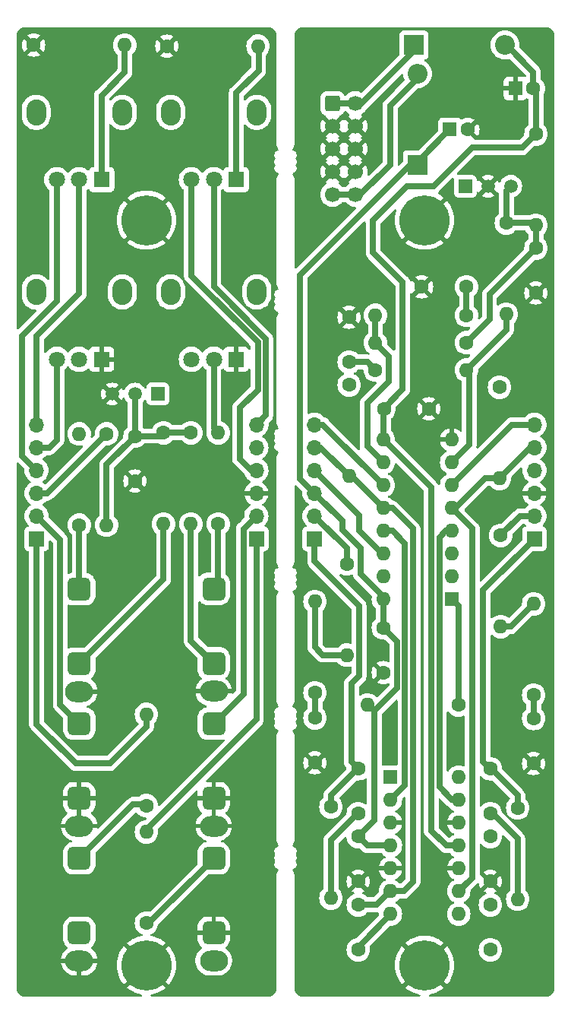
<source format=gtl>
%TF.GenerationSoftware,KiCad,Pcbnew,8.0.3*%
%TF.CreationDate,2024-07-04T10:47:54+01:00*%
%TF.ProjectId,dual-vca,6475616c-2d76-4636-912e-6b696361645f,rev?*%
%TF.SameCoordinates,Original*%
%TF.FileFunction,Copper,L1,Top*%
%TF.FilePolarity,Positive*%
%FSLAX46Y46*%
G04 Gerber Fmt 4.6, Leading zero omitted, Abs format (unit mm)*
G04 Created by KiCad (PCBNEW 8.0.3) date 2024-07-04 10:47:54*
%MOMM*%
%LPD*%
G01*
G04 APERTURE LIST*
G04 Aperture macros list*
%AMRoundRect*
0 Rectangle with rounded corners*
0 $1 Rounding radius*
0 $2 $3 $4 $5 $6 $7 $8 $9 X,Y pos of 4 corners*
0 Add a 4 corners polygon primitive as box body*
4,1,4,$2,$3,$4,$5,$6,$7,$8,$9,$2,$3,0*
0 Add four circle primitives for the rounded corners*
1,1,$1+$1,$2,$3*
1,1,$1+$1,$4,$5*
1,1,$1+$1,$6,$7*
1,1,$1+$1,$8,$9*
0 Add four rect primitives between the rounded corners*
20,1,$1+$1,$2,$3,$4,$5,0*
20,1,$1+$1,$4,$5,$6,$7,0*
20,1,$1+$1,$6,$7,$8,$9,0*
20,1,$1+$1,$8,$9,$2,$3,0*%
G04 Aperture macros list end*
%TA.AperFunction,ComponentPad*%
%ADD10C,1.600000*%
%TD*%
%TA.AperFunction,ComponentPad*%
%ADD11O,1.600000X1.600000*%
%TD*%
%TA.AperFunction,ComponentPad*%
%ADD12R,2.200000X2.200000*%
%TD*%
%TA.AperFunction,ComponentPad*%
%ADD13O,2.200000X2.200000*%
%TD*%
%TA.AperFunction,ComponentPad*%
%ADD14RoundRect,0.250000X-0.600000X-0.600000X0.600000X-0.600000X0.600000X0.600000X-0.600000X0.600000X0*%
%TD*%
%TA.AperFunction,ComponentPad*%
%ADD15C,1.700000*%
%TD*%
%TA.AperFunction,ComponentPad*%
%ADD16R,1.600000X1.600000*%
%TD*%
%TA.AperFunction,ComponentPad*%
%ADD17R,1.500000X1.500000*%
%TD*%
%TA.AperFunction,ComponentPad*%
%ADD18C,1.500000*%
%TD*%
%TA.AperFunction,ComponentPad*%
%ADD19R,1.700000X1.700000*%
%TD*%
%TA.AperFunction,ComponentPad*%
%ADD20O,1.700000X1.700000*%
%TD*%
%TA.AperFunction,ComponentPad*%
%ADD21C,5.600000*%
%TD*%
%TA.AperFunction,ComponentPad*%
%ADD22O,2.200000X2.900000*%
%TD*%
%TA.AperFunction,ComponentPad*%
%ADD23R,1.800000X1.800000*%
%TD*%
%TA.AperFunction,ComponentPad*%
%ADD24C,1.800000*%
%TD*%
%TA.AperFunction,ComponentPad*%
%ADD25O,3.100000X2.300000*%
%TD*%
%TA.AperFunction,ComponentPad*%
%ADD26RoundRect,0.650000X0.650000X0.650000X-0.650000X0.650000X-0.650000X-0.650000X0.650000X-0.650000X0*%
%TD*%
%TA.AperFunction,ViaPad*%
%ADD27C,0.762000*%
%TD*%
%TA.AperFunction,Conductor*%
%ADD28C,0.635000*%
%TD*%
G04 APERTURE END LIST*
D10*
%TO.P,C8,1*%
%TO.N,Net-(U2A--)*%
X118110000Y-117602000D03*
%TO.P,C8,2*%
%TO.N,/OUTPUT1_MAIN*%
X118110000Y-112602000D03*
%TD*%
%TO.P,R3,1*%
%TO.N,AREF_-2.5*%
X133858000Y-70104000D03*
D11*
%TO.P,R3,2*%
%TO.N,/CV2_ATTN_MAIN*%
X133858000Y-80264000D03*
%TD*%
D10*
%TO.P,R10,1*%
%TO.N,Net-(C2-Pad2)*%
X130175000Y-62103000D03*
D11*
%TO.P,R10,2*%
%TO.N,Net-(R10-Pad2)*%
X120015000Y-62103000D03*
%TD*%
D10*
%TO.P,R11,1*%
%TO.N,GND*%
X96774000Y-32131000D03*
D11*
%TO.P,R11,2*%
%TO.N,Net-(R11-Pad2)*%
X106934000Y-32131000D03*
%TD*%
D10*
%TO.P,C7,1*%
%TO.N,Net-(U2D--)*%
X132842000Y-117602000D03*
%TO.P,C7,2*%
%TO.N,/OUTPUT2_MAIN*%
X132842000Y-112602000D03*
%TD*%
%TO.P,C11,1*%
%TO.N,VCC*%
X120904000Y-96901000D03*
%TO.P,C11,2*%
%TO.N,GND*%
X120904000Y-101901000D03*
%TD*%
%TO.P,C5,1*%
%TO.N,GND*%
X137668000Y-112014000D03*
%TO.P,C5,2*%
%TO.N,Net-(C5-Pad2)*%
X137668000Y-107014000D03*
%TD*%
%TO.P,R14,1*%
%TO.N,Net-(C5-Pad2)*%
X137668000Y-104394000D03*
D11*
%TO.P,R14,2*%
%TO.N,Net-(R13-Pad2)*%
X137668000Y-94234000D03*
%TD*%
D10*
%TO.P,C4,1*%
%TO.N,/CV1_ATTN_MAIN*%
X118110000Y-127762000D03*
%TO.P,C4,2*%
%TO.N,/RESPONSE1_TOP_MAIN*%
X118110000Y-132762000D03*
%TD*%
%TO.P,R4,1*%
%TO.N,AREF_-2.5*%
X134620000Y-51816000D03*
D11*
%TO.P,R4,2*%
%TO.N,Net-(R4-Pad2)*%
X134620000Y-61976000D03*
%TD*%
D10*
%TO.P,R9,1*%
%TO.N,Net-(J2-PadT)*%
X86995000Y-85471000D03*
D11*
%TO.P,R9,2*%
%TO.N,Net-(R9-Pad2)*%
X86995000Y-75311000D03*
%TD*%
D10*
%TO.P,R15,1*%
%TO.N,/INPUT1_MAIN*%
X116840000Y-89789000D03*
D11*
%TO.P,R15,2*%
%TO.N,Net-(R15-Pad2)*%
X116840000Y-99949000D03*
%TD*%
D10*
%TO.P,C2,1*%
%TO.N,GND*%
X125175000Y-58928000D03*
%TO.P,C2,2*%
%TO.N,Net-(C2-Pad2)*%
X130175000Y-58928000D03*
%TD*%
%TO.P,R18,1*%
%TO.N,/OUTPUT1_MAIN*%
X115062000Y-116840000D03*
D11*
%TO.P,R18,2*%
%TO.N,Net-(U2A--)*%
X115062000Y-127000000D03*
%TD*%
D12*
%TO.P,D1,1,K*%
%TO.N,VCC*%
X124714000Y-45339000D03*
D13*
%TO.P,D1,2,A*%
%TO.N,Net-(D1-A)*%
X124714000Y-35179000D03*
%TD*%
D10*
%TO.P,R1,1*%
%TO.N,/10V_REF_CTRL*%
X99441000Y-75184000D03*
D11*
%TO.P,R1,2*%
%TO.N,Net-(J1-PadTN)*%
X99441000Y-85344000D03*
%TD*%
D10*
%TO.P,R13,1*%
%TO.N,/INPUT2_MAIN*%
X133985000Y-86614000D03*
D11*
%TO.P,R13,2*%
%TO.N,Net-(R13-Pad2)*%
X133985000Y-96774000D03*
%TD*%
D14*
%TO.P,J5,1,-12V*%
%TO.N,Net-(D2-K)*%
X115250000Y-38500000D03*
D15*
%TO.P,J5,2,-12V*%
X117790000Y-38500000D03*
%TO.P,J5,3,GND*%
%TO.N,GND*%
X115250000Y-41040000D03*
%TO.P,J5,4,GND*%
X117790000Y-41040000D03*
%TO.P,J5,5,GND*%
X115250000Y-43580000D03*
%TO.P,J5,6,GND*%
X117790000Y-43580000D03*
%TO.P,J5,7,GND*%
X115250000Y-46120000D03*
%TO.P,J5,8,GND*%
X117790000Y-46120000D03*
%TO.P,J5,9,+12V*%
%TO.N,Net-(D1-A)*%
X115250000Y-48660000D03*
%TO.P,J5,10,+12V*%
X117790000Y-48660000D03*
%TD*%
D10*
%TO.P,C16,1*%
%TO.N,AREF_-2.5*%
X137922000Y-54610000D03*
%TO.P,C16,2*%
%TO.N,GND*%
X137922000Y-59610000D03*
%TD*%
D16*
%TO.P,U1,1,MODE*%
%TO.N,Net-(U1E-MODE)*%
X128524000Y-93726000D03*
D11*
%TO.P,U1,2*%
%TO.N,Net-(R13-Pad2)*%
X128524000Y-91186000D03*
%TO.P,U1,3*%
%TO.N,/RESPONSE2_TOP_MAIN*%
X128524000Y-88646000D03*
%TO.P,U1,4*%
%TO.N,Net-(U2D--)*%
X128524000Y-86106000D03*
%TO.P,U1,5*%
%TO.N,/CV2_ATTN_MAIN*%
X128524000Y-83566000D03*
%TO.P,U1,6*%
%TO.N,/RESPONSE2_WIPER_MAIN*%
X128524000Y-81026000D03*
%TO.P,U1,7*%
%TO.N,Net-(R4-Pad2)*%
X128524000Y-78486000D03*
%TO.P,U1,8,GND*%
%TO.N,GND*%
X128524000Y-75946000D03*
%TO.P,U1,9,V-*%
%TO.N,VEE*%
X120904000Y-75946000D03*
%TO.P,U1,10*%
%TO.N,Net-(R10-Pad2)*%
X120904000Y-78486000D03*
%TO.P,U1,11*%
%TO.N,/RESPONSE1_WIPER_MAIN*%
X120904000Y-81026000D03*
%TO.P,U1,12*%
%TO.N,/CV1_ATTN_MAIN*%
X120904000Y-83566000D03*
%TO.P,U1,13*%
%TO.N,Net-(U2A--)*%
X120904000Y-86106000D03*
%TO.P,U1,14*%
%TO.N,/RESPONSE1_TOP_MAIN*%
X120904000Y-88646000D03*
%TO.P,U1,15*%
%TO.N,Net-(R15-Pad2)*%
X120904000Y-91186000D03*
%TO.P,U1,16,V+*%
%TO.N,VCC*%
X120904000Y-93726000D03*
%TD*%
D17*
%TO.P,U3,1,NC*%
%TO.N,unconnected-(U3-NC-Pad1)*%
X95758000Y-70866000D03*
D18*
%TO.P,U3,2,K*%
%TO.N,/10V_REF_CTRL*%
X93218000Y-70866000D03*
%TO.P,U3,3,A*%
%TO.N,GND*%
X90678000Y-70866000D03*
%TD*%
D10*
%TO.P,R12,1*%
%TO.N,GND*%
X81915000Y-32004000D03*
D11*
%TO.P,R12,2*%
%TO.N,Net-(R12-Pad2)*%
X92075000Y-32004000D03*
%TD*%
D10*
%TO.P,C12,1*%
%TO.N,GND*%
X125984000Y-72517000D03*
%TO.P,C12,2*%
%TO.N,VEE*%
X120984000Y-72517000D03*
%TD*%
%TO.P,C15,1*%
%TO.N,/10V_REF_CTRL*%
X93218000Y-75565000D03*
%TO.P,C15,2*%
%TO.N,GND*%
X93218000Y-80565000D03*
%TD*%
%TO.P,C6,1*%
%TO.N,GND*%
X113284000Y-111934000D03*
%TO.P,C6,2*%
%TO.N,Net-(C6-Pad2)*%
X113284000Y-106934000D03*
%TD*%
%TO.P,C3,1*%
%TO.N,/CV2_ATTN_MAIN*%
X132842000Y-127762000D03*
%TO.P,C3,2*%
%TO.N,/RESPONSE2_TOP_MAIN*%
X132842000Y-132762000D03*
%TD*%
D19*
%TO.P,J9,1,Pin_1*%
%TO.N,/OUTPUT1_CTRL*%
X82250000Y-87000000D03*
D20*
%TO.P,J9,2,Pin_2*%
%TO.N,/INPUT1_CTRL*%
X82250000Y-84460000D03*
%TO.P,J9,3,Pin_3*%
%TO.N,/VCC_CTRL*%
X82250000Y-81920000D03*
%TO.P,J9,4,Pin_4*%
%TO.N,/RESPONSE1_TOP_CTRL*%
X82250000Y-79380000D03*
%TO.P,J9,5,Pin_5*%
%TO.N,/CV1_ATTN_CTRL*%
X82250000Y-76840000D03*
%TO.P,J9,6,Pin_6*%
%TO.N,/RESPONSE1_WIPER_CTRL*%
X82250000Y-74300000D03*
%TD*%
D10*
%TO.P,R21,1*%
%TO.N,/VCC_CTRL*%
X90043000Y-75311000D03*
D11*
%TO.P,R21,2*%
%TO.N,/10V_REF_CTRL*%
X90043000Y-85471000D03*
%TD*%
D10*
%TO.P,R6,1*%
%TO.N,Net-(C1-Pad2)*%
X120015000Y-68199000D03*
D11*
%TO.P,R6,2*%
%TO.N,Net-(R4-Pad2)*%
X130175000Y-68199000D03*
%TD*%
D16*
%TO.P,C9,1*%
%TO.N,VCC*%
X128330887Y-41402000D03*
D10*
%TO.P,C9,2*%
%TO.N,GND*%
X130330887Y-41402000D03*
%TD*%
%TO.P,R5,1*%
%TO.N,Net-(J1-PadT)*%
X102489000Y-85344000D03*
D11*
%TO.P,R5,2*%
%TO.N,Net-(R5-Pad2)*%
X102489000Y-75184000D03*
%TD*%
D21*
%TO.P,H1,1,1*%
%TO.N,GND*%
X94500000Y-134500000D03*
%TD*%
D10*
%TO.P,C1,1*%
%TO.N,GND*%
X117094000Y-62310000D03*
%TO.P,C1,2*%
%TO.N,Net-(C1-Pad2)*%
X117094000Y-67310000D03*
%TD*%
D19*
%TO.P,J11,1,Pin_1*%
%TO.N,/OUTPUT2_CTRL*%
X106750000Y-87000000D03*
D20*
%TO.P,J11,2,Pin_2*%
%TO.N,/INPUT2_CTRL*%
X106750000Y-84460000D03*
%TO.P,J11,3,Pin_3*%
%TO.N,GND*%
X106750000Y-81920000D03*
%TO.P,J11,4,Pin_4*%
%TO.N,/RESPONSE2_TOP_CTRL*%
X106750000Y-79380000D03*
%TO.P,J11,5,Pin_5*%
%TO.N,/CV2_ATTN_CTRL*%
X106750000Y-76840000D03*
%TO.P,J11,6,Pin_6*%
%TO.N,/RESPONSE2_WIPER_CTRL*%
X106750000Y-74300000D03*
%TD*%
D10*
%TO.P,R17,1*%
%TO.N,/OUTPUT2_MAIN*%
X135890000Y-116967000D03*
D11*
%TO.P,R17,2*%
%TO.N,Net-(U2D--)*%
X135890000Y-127127000D03*
%TD*%
D10*
%TO.P,R8,1*%
%TO.N,AREF_-2.5*%
X130175000Y-65151000D03*
D11*
%TO.P,R8,2*%
%TO.N,Net-(R10-Pad2)*%
X120015000Y-65151000D03*
%TD*%
D10*
%TO.P,R7,1*%
%TO.N,AREF_-2.5*%
X117094000Y-69850000D03*
D11*
%TO.P,R7,2*%
%TO.N,/CV1_ATTN_MAIN*%
X117094000Y-80010000D03*
%TD*%
D10*
%TO.P,R2,1*%
%TO.N,/10V_REF_CTRL*%
X96393000Y-75184000D03*
D11*
%TO.P,R2,2*%
%TO.N,Net-(J2-PadTN)*%
X96393000Y-85344000D03*
%TD*%
D10*
%TO.P,C14,1*%
%TO.N,GND*%
X118110000Y-125142000D03*
%TO.P,C14,2*%
%TO.N,VCC*%
X118110000Y-120142000D03*
%TD*%
%TO.P,C13,1*%
%TO.N,GND*%
X132842000Y-125142000D03*
%TO.P,C13,2*%
%TO.N,VEE*%
X132842000Y-120142000D03*
%TD*%
D16*
%TO.P,C10,1*%
%TO.N,GND*%
X135636000Y-36830000D03*
D10*
%TO.P,C10,2*%
%TO.N,VEE*%
X137636000Y-36830000D03*
%TD*%
D12*
%TO.P,D2,1,K*%
%TO.N,Net-(D2-K)*%
X124333000Y-32004000D03*
D13*
%TO.P,D2,2,A*%
%TO.N,VEE*%
X134493000Y-32004000D03*
%TD*%
D16*
%TO.P,U2,1*%
%TO.N,/OUTPUT1_MAIN*%
X121700000Y-113538000D03*
D11*
%TO.P,U2,2,-*%
%TO.N,Net-(U2A--)*%
X121700000Y-116078000D03*
%TO.P,U2,3,+*%
%TO.N,GND*%
X121700000Y-118618000D03*
%TO.P,U2,4,V+*%
%TO.N,VCC*%
X121700000Y-121158000D03*
%TO.P,U2,5,+*%
%TO.N,GND*%
X121700000Y-123698000D03*
%TO.P,U2,6,-*%
%TO.N,/CV1_ATTN_MAIN*%
X121700000Y-126238000D03*
%TO.P,U2,7*%
%TO.N,/RESPONSE1_TOP_MAIN*%
X121700000Y-128778000D03*
%TO.P,U2,8*%
%TO.N,/RESPONSE2_TOP_MAIN*%
X129320000Y-128778000D03*
%TO.P,U2,9,-*%
%TO.N,/CV2_ATTN_MAIN*%
X129320000Y-126238000D03*
%TO.P,U2,10,+*%
%TO.N,GND*%
X129320000Y-123698000D03*
%TO.P,U2,11,V-*%
%TO.N,VEE*%
X129320000Y-121158000D03*
%TO.P,U2,12,+*%
%TO.N,GND*%
X129320000Y-118618000D03*
%TO.P,U2,13,-*%
%TO.N,Net-(U2D--)*%
X129320000Y-116078000D03*
%TO.P,U2,14*%
%TO.N,/OUTPUT2_MAIN*%
X129320000Y-113538000D03*
%TD*%
D10*
%TO.P,R20,1*%
%TO.N,Net-(J7-PadT)*%
X94488000Y-116713000D03*
D11*
%TO.P,R20,2*%
%TO.N,/OUTPUT1_CTRL*%
X94488000Y-106553000D03*
%TD*%
D10*
%TO.P,R16,1*%
%TO.N,Net-(C6-Pad2)*%
X113284000Y-104140000D03*
D11*
%TO.P,R16,2*%
%TO.N,Net-(R15-Pad2)*%
X113284000Y-93980000D03*
%TD*%
D10*
%TO.P,R22,1*%
%TO.N,VEE*%
X137922000Y-41910000D03*
D11*
%TO.P,R22,2*%
%TO.N,AREF_-2.5*%
X137922000Y-52070000D03*
%TD*%
D21*
%TO.P,H3,1,1*%
%TO.N,GND*%
X125500000Y-51500000D03*
%TD*%
%TO.P,H2,1,1*%
%TO.N,GND*%
X94500000Y-51500000D03*
%TD*%
D10*
%TO.P,R19,1*%
%TO.N,Net-(J6-PadT)*%
X94488000Y-129794000D03*
D11*
%TO.P,R19,2*%
%TO.N,/OUTPUT2_CTRL*%
X94488000Y-119634000D03*
%TD*%
D10*
%TO.P,R23,1*%
%TO.N,Net-(U1E-MODE)*%
X129286000Y-105500000D03*
D11*
%TO.P,R23,2*%
%TO.N,VCC*%
X119126000Y-105500000D03*
%TD*%
D17*
%TO.P,U4,1,NC*%
%TO.N,unconnected-(U4-NC-Pad1)*%
X130048000Y-47731000D03*
D18*
%TO.P,U4,2,K*%
%TO.N,GND*%
X132588000Y-47731000D03*
%TO.P,U4,3,A*%
%TO.N,AREF_-2.5*%
X135128000Y-47731000D03*
%TD*%
D21*
%TO.P,H4,1,1*%
%TO.N,GND*%
X125500000Y-134500000D03*
%TD*%
D22*
%TO.P,RV1,*%
%TO.N,*%
X106800000Y-59500000D03*
X97200000Y-59500000D03*
D23*
%TO.P,RV1,1,1*%
%TO.N,GND*%
X104500000Y-67000000D03*
D24*
%TO.P,RV1,2,2*%
%TO.N,Net-(R5-Pad2)*%
X102000000Y-67000000D03*
%TO.P,RV1,3,3*%
%TO.N,/CV2_ATTN_CTRL*%
X99500000Y-67000000D03*
%TD*%
D19*
%TO.P,J8,1,Pin_1*%
%TO.N,/OUTPUT2_MAIN*%
X137750000Y-87000000D03*
D20*
%TO.P,J8,2,Pin_2*%
%TO.N,/INPUT2_MAIN*%
X137750000Y-84460000D03*
%TO.P,J8,3,Pin_3*%
%TO.N,GND*%
X137750000Y-81920000D03*
%TO.P,J8,4,Pin_4*%
%TO.N,/RESPONSE2_TOP_MAIN*%
X137750000Y-79380000D03*
%TO.P,J8,5,Pin_5*%
%TO.N,/CV2_ATTN_MAIN*%
X137750000Y-76840000D03*
%TO.P,J8,6,Pin_6*%
%TO.N,/RESPONSE2_WIPER_MAIN*%
X137750000Y-74300000D03*
%TD*%
D25*
%TO.P,J2,S*%
%TO.N,GND*%
X87000000Y-104000000D03*
D26*
%TO.P,J2,T*%
%TO.N,Net-(J2-PadT)*%
X87000000Y-92600000D03*
%TO.P,J2,TN*%
%TO.N,Net-(J2-PadTN)*%
X87000000Y-100900000D03*
%TD*%
D25*
%TO.P,J6,S*%
%TO.N,unconnected-(J6-PadS)*%
X102000000Y-133980000D03*
D26*
%TO.P,J6,T*%
%TO.N,Net-(J6-PadT)*%
X102000000Y-122580000D03*
%TO.P,J6,TN*%
%TO.N,GND*%
X102000000Y-130880000D03*
%TD*%
D25*
%TO.P,J1,S*%
%TO.N,GND*%
X102000000Y-103980000D03*
D26*
%TO.P,J1,T*%
%TO.N,Net-(J1-PadT)*%
X102000000Y-92580000D03*
%TO.P,J1,TN*%
%TO.N,Net-(J1-PadTN)*%
X102000000Y-100880000D03*
%TD*%
D22*
%TO.P,RV4,*%
%TO.N,*%
X91800000Y-39500000D03*
X82200000Y-39500000D03*
D23*
%TO.P,RV4,1,1*%
%TO.N,Net-(R12-Pad2)*%
X89500000Y-47000000D03*
D24*
%TO.P,RV4,2,2*%
%TO.N,/RESPONSE1_WIPER_CTRL*%
X87000000Y-47000000D03*
%TO.P,RV4,3,3*%
%TO.N,/RESPONSE1_TOP_CTRL*%
X84500000Y-47000000D03*
%TD*%
D22*
%TO.P,RV2,*%
%TO.N,*%
X91800000Y-59500000D03*
X82200000Y-59500000D03*
D23*
%TO.P,RV2,1,1*%
%TO.N,GND*%
X89500000Y-67000000D03*
D24*
%TO.P,RV2,2,2*%
%TO.N,Net-(R9-Pad2)*%
X87000000Y-67000000D03*
%TO.P,RV2,3,3*%
%TO.N,/CV1_ATTN_CTRL*%
X84500000Y-67000000D03*
%TD*%
D25*
%TO.P,J7,S*%
%TO.N,GND*%
X87000000Y-133980000D03*
D26*
%TO.P,J7,T*%
%TO.N,Net-(J7-PadT)*%
X87000000Y-122580000D03*
%TO.P,J7,TN*%
%TO.N,unconnected-(J7-PadTN)*%
X87000000Y-130880000D03*
%TD*%
D25*
%TO.P,J3,S*%
%TO.N,GND*%
X102000000Y-118980000D03*
D26*
%TO.P,J3,T*%
%TO.N,/INPUT2_CTRL*%
X102000000Y-107580000D03*
%TO.P,J3,TN*%
%TO.N,GND*%
X102000000Y-115880000D03*
%TD*%
D25*
%TO.P,J4,S*%
%TO.N,GND*%
X87000000Y-118980000D03*
D26*
%TO.P,J4,T*%
%TO.N,/INPUT1_CTRL*%
X87000000Y-107580000D03*
%TO.P,J4,TN*%
%TO.N,GND*%
X87000000Y-115880000D03*
%TD*%
D19*
%TO.P,J12,1,Pin_1*%
%TO.N,/OUTPUT1_MAIN*%
X113250000Y-87000000D03*
D20*
%TO.P,J12,2,Pin_2*%
%TO.N,/INPUT1_MAIN*%
X113250000Y-84460000D03*
%TO.P,J12,3,Pin_3*%
%TO.N,VCC*%
X113250000Y-81920000D03*
%TO.P,J12,4,Pin_4*%
%TO.N,/RESPONSE1_TOP_MAIN*%
X113250000Y-79380000D03*
%TO.P,J12,5,Pin_5*%
%TO.N,/CV1_ATTN_MAIN*%
X113250000Y-76840000D03*
%TO.P,J12,6,Pin_6*%
%TO.N,/RESPONSE1_WIPER_MAIN*%
X113250000Y-74300000D03*
%TD*%
D22*
%TO.P,RV3,*%
%TO.N,*%
X106800000Y-39500000D03*
X97200000Y-39500000D03*
D23*
%TO.P,RV3,1,1*%
%TO.N,Net-(R11-Pad2)*%
X104500000Y-47000000D03*
D24*
%TO.P,RV3,2,2*%
%TO.N,/RESPONSE2_WIPER_CTRL*%
X102000000Y-47000000D03*
%TO.P,RV3,3,3*%
%TO.N,/RESPONSE2_TOP_CTRL*%
X99500000Y-47000000D03*
%TD*%
D27*
%TO.N,GND*%
X121412000Y-108712000D03*
X123698000Y-82296000D03*
X129032000Y-109220000D03*
%TD*%
D28*
%TO.N,Net-(C1-Pad2)*%
X119126000Y-67310000D02*
X120015000Y-68199000D01*
X117094000Y-67310000D02*
X119126000Y-67310000D01*
%TO.N,Net-(C2-Pad2)*%
X130175000Y-58928000D02*
X130175000Y-62103000D01*
%TO.N,/CV2_ATTN_MAIN*%
X132236000Y-80264000D02*
X133858000Y-80264000D01*
X130810000Y-124748000D02*
X129320000Y-126238000D01*
X128524000Y-83566000D02*
X130810000Y-85852000D01*
X137282000Y-76840000D02*
X133858000Y-80264000D01*
X130810000Y-85852000D02*
X130810000Y-124748000D01*
X128524000Y-83566000D02*
X128934000Y-83566000D01*
X128934000Y-83566000D02*
X132236000Y-80264000D01*
X137750000Y-76840000D02*
X137282000Y-76840000D01*
%TO.N,/CV1_ATTN_MAIN*%
X124206000Y-85872000D02*
X124206000Y-125222000D01*
X124206000Y-125222000D02*
X123190000Y-126238000D01*
X120904000Y-83566000D02*
X121900000Y-83566000D01*
X123190000Y-126238000D02*
X121700000Y-126238000D01*
X117094000Y-80010000D02*
X117348000Y-80010000D01*
X113924000Y-76840000D02*
X117094000Y-80010000D01*
X120176000Y-127762000D02*
X121700000Y-126238000D01*
X121900000Y-83566000D02*
X124206000Y-85872000D01*
X118110000Y-127762000D02*
X120176000Y-127762000D01*
X117348000Y-80010000D02*
X120904000Y-83566000D01*
X113250000Y-76840000D02*
X113924000Y-76840000D01*
%TO.N,/RESPONSE1_TOP_MAIN*%
X118237000Y-86106000D02*
X120777000Y-88646000D01*
X118237000Y-84367000D02*
X118237000Y-86106000D01*
X113250000Y-79380000D02*
X118237000Y-84367000D01*
X118110000Y-132762000D02*
X118110000Y-132461000D01*
X121700000Y-128871000D02*
X121700000Y-128778000D01*
X118110000Y-132461000D02*
X121700000Y-128871000D01*
X120777000Y-88646000D02*
X120904000Y-88646000D01*
%TO.N,Net-(C5-Pad2)*%
X137668000Y-104394000D02*
X137668000Y-107014000D01*
%TO.N,Net-(C6-Pad2)*%
X113284000Y-104140000D02*
X113284000Y-106934000D01*
%TO.N,VCC*%
X119888000Y-106172000D02*
X119888000Y-106807000D01*
X120904000Y-96901000D02*
X122428000Y-98425000D01*
X121700000Y-121158000D02*
X119126000Y-121158000D01*
X120904000Y-96901000D02*
X120904000Y-93726000D01*
X116332000Y-85002000D02*
X116332000Y-85979000D01*
X123911000Y-45339000D02*
X111633000Y-57617000D01*
X118364000Y-88011000D02*
X118364000Y-90932000D01*
X124714000Y-45339000D02*
X123911000Y-45339000D01*
X111633000Y-57617000D02*
X111633000Y-80303000D01*
X119888000Y-106807000D02*
X119888000Y-118364000D01*
X120904000Y-93472000D02*
X120904000Y-93726000D01*
X118364000Y-90932000D02*
X120904000Y-93472000D01*
X122428000Y-98425000D02*
X122428000Y-103632000D01*
X124714000Y-45018887D02*
X128330887Y-41402000D01*
X119888000Y-118364000D02*
X118110000Y-120142000D01*
X119888000Y-106172000D02*
X119126000Y-105410000D01*
X113250000Y-81920000D02*
X116332000Y-85002000D01*
X122428000Y-103632000D02*
X119888000Y-106172000D01*
X119126000Y-121158000D02*
X118110000Y-120142000D01*
X111633000Y-80303000D02*
X113250000Y-81920000D01*
X116332000Y-85979000D02*
X118364000Y-88011000D01*
X124714000Y-45339000D02*
X124714000Y-45018887D01*
%TO.N,VEE*%
X126494000Y-47750000D02*
X130810000Y-43434000D01*
X134493000Y-32004000D02*
X134620000Y-32004000D01*
X130810000Y-43434000D02*
X136398000Y-43434000D01*
X136398000Y-43434000D02*
X137922000Y-41910000D01*
X123063000Y-58420000D02*
X119761000Y-55118000D01*
X137922000Y-37116000D02*
X137636000Y-36830000D01*
X120904000Y-75946000D02*
X120904000Y-72597000D01*
X120904000Y-72597000D02*
X120984000Y-72517000D01*
X126238000Y-119488000D02*
X126238000Y-81280000D01*
X123573000Y-47750000D02*
X126494000Y-47750000D01*
X119761000Y-51562000D02*
X123573000Y-47750000D01*
X120984000Y-72517000D02*
X120984000Y-72437000D01*
X134620000Y-32004000D02*
X137636000Y-35020000D01*
X123063000Y-70358000D02*
X123063000Y-58420000D01*
X120984000Y-72437000D02*
X123063000Y-70358000D01*
X119761000Y-55118000D02*
X119761000Y-51562000D01*
X126238000Y-81280000D02*
X120904000Y-75946000D01*
X129320000Y-121158000D02*
X127908000Y-121158000D01*
X137636000Y-35020000D02*
X137636000Y-36830000D01*
X127908000Y-121158000D02*
X126238000Y-119488000D01*
X137922000Y-41910000D02*
X137922000Y-37116000D01*
%TO.N,/VCC_CTRL*%
X83434000Y-81920000D02*
X90043000Y-75311000D01*
X82250000Y-81920000D02*
X83434000Y-81920000D01*
%TO.N,AREF_-2.5*%
X134620000Y-51816000D02*
X137668000Y-51816000D01*
X134620000Y-48239000D02*
X135128000Y-47731000D01*
X132750000Y-62576000D02*
X130175000Y-65151000D01*
X137922000Y-52070000D02*
X137922000Y-54610000D01*
X132750000Y-59782000D02*
X132750000Y-62576000D01*
X137922000Y-54610000D02*
X132750000Y-59782000D01*
X134620000Y-51816000D02*
X134620000Y-48239000D01*
X137668000Y-51816000D02*
X137922000Y-52070000D01*
%TO.N,Net-(D1-A)*%
X121666000Y-45334000D02*
X121666000Y-38735000D01*
X121666000Y-38735000D02*
X124714000Y-35687000D01*
X115250000Y-48660000D02*
X117790000Y-48660000D01*
X118340000Y-48660000D02*
X121666000Y-45334000D01*
X117790000Y-48660000D02*
X118340000Y-48660000D01*
X124714000Y-35687000D02*
X124714000Y-35179000D01*
%TO.N,Net-(D2-K)*%
X124333000Y-32667000D02*
X124333000Y-32004000D01*
X118500000Y-38500000D02*
X124333000Y-32667000D01*
X117790000Y-38500000D02*
X118500000Y-38500000D01*
X115250000Y-38500000D02*
X117790000Y-38500000D01*
%TO.N,/OUTPUT1_MAIN*%
X113250000Y-89501000D02*
X118211500Y-94462500D01*
X115062000Y-116840000D02*
X115062000Y-115570000D01*
X118211500Y-102260500D02*
X117348000Y-103124000D01*
X118211500Y-94462500D02*
X118211500Y-102260500D01*
X118030000Y-112602000D02*
X118110000Y-112602000D01*
X117348000Y-111840000D02*
X118110000Y-112602000D01*
X113250000Y-87000000D02*
X113250000Y-89501000D01*
X115062000Y-115570000D02*
X118030000Y-112602000D01*
X117348000Y-103124000D02*
X117348000Y-111840000D01*
%TO.N,/INPUT1_MAIN*%
X116840000Y-88050000D02*
X116840000Y-89535000D01*
X113250000Y-84460000D02*
X116840000Y-88050000D01*
%TO.N,/RESPONSE1_WIPER_MAIN*%
X114178000Y-74300000D02*
X120904000Y-81026000D01*
X113250000Y-74300000D02*
X114178000Y-74300000D01*
%TO.N,/OUTPUT2_MAIN*%
X132042001Y-92707999D02*
X132042001Y-111802001D01*
X137750000Y-87000000D02*
X132042001Y-92707999D01*
X132042001Y-111802001D02*
X132842000Y-112602000D01*
X132922000Y-112602000D02*
X132842000Y-112602000D01*
X135890000Y-115570000D02*
X132922000Y-112602000D01*
X135890000Y-116840000D02*
X135890000Y-115570000D01*
%TO.N,/INPUT2_MAIN*%
X137750000Y-84460000D02*
X136139000Y-84460000D01*
X136139000Y-84460000D02*
X133985000Y-86614000D01*
%TO.N,/RESPONSE2_WIPER_MAIN*%
X135250000Y-74300000D02*
X137750000Y-74300000D01*
X128524000Y-81026000D02*
X135250000Y-74300000D01*
%TO.N,/10V_REF_CTRL*%
X93218000Y-75565000D02*
X90043000Y-78740000D01*
X96012000Y-75565000D02*
X96393000Y-75184000D01*
X96393000Y-75184000D02*
X99441000Y-75184000D01*
X93218000Y-75565000D02*
X96012000Y-75565000D01*
X93218000Y-70866000D02*
X93218000Y-75565000D01*
X90043000Y-78740000D02*
X90043000Y-85471000D01*
%TO.N,/CV1_ATTN_CTRL*%
X82250000Y-76840000D02*
X83688000Y-76840000D01*
X83688000Y-76840000D02*
X84500000Y-76028000D01*
X84500000Y-76028000D02*
X84500000Y-67000000D01*
%TO.N,/RESPONSE2_WIPER_CTRL*%
X102000000Y-47000000D02*
X102000000Y-58942764D01*
X107800000Y-73250000D02*
X106750000Y-74300000D01*
X102000000Y-58942764D02*
X107800000Y-64742764D01*
X107800000Y-64742764D02*
X107800000Y-73250000D01*
%TO.N,/RESPONSE2_TOP_CTRL*%
X106750000Y-79380000D02*
X106165000Y-79380000D01*
X106911000Y-65111000D02*
X99500000Y-57700000D01*
X104900000Y-78115000D02*
X104900000Y-72400000D01*
X104900000Y-72400000D02*
X106911000Y-70389000D01*
X99500000Y-57700000D02*
X99500000Y-47000000D01*
X106165000Y-79380000D02*
X104900000Y-78115000D01*
X106911000Y-70389000D02*
X106911000Y-65111000D01*
%TO.N,/RESPONSE1_WIPER_CTRL*%
X87000000Y-59685000D02*
X87000000Y-47000000D01*
X82250000Y-74300000D02*
X82250000Y-64435000D01*
X82250000Y-64435000D02*
X87000000Y-59685000D01*
%TO.N,/RESPONSE1_TOP_CTRL*%
X84500000Y-60534000D02*
X84500000Y-47000000D01*
X80645000Y-77775000D02*
X80645000Y-64389000D01*
X80645000Y-64389000D02*
X84500000Y-60534000D01*
X82250000Y-79380000D02*
X80645000Y-77775000D01*
%TO.N,Net-(U1E-MODE)*%
X128524000Y-93726000D02*
X129286000Y-94488000D01*
X129286000Y-94488000D02*
X129286000Y-105410000D01*
%TO.N,/INPUT2_CTRL*%
X106750000Y-84460000D02*
X105328500Y-85881500D01*
X105328500Y-104251500D02*
X102000000Y-107580000D01*
X105328500Y-85881500D02*
X105328500Y-104251500D01*
%TO.N,/INPUT1_CTRL*%
X84878500Y-105458500D02*
X87000000Y-107580000D01*
X82250000Y-84460000D02*
X84878500Y-87088500D01*
X84878500Y-87088500D02*
X84878500Y-105458500D01*
%TO.N,/OUTPUT2_CTRL*%
X106750000Y-87000000D02*
X106750000Y-107118000D01*
X94500000Y-119368000D02*
X94500000Y-119634000D01*
X106750000Y-107118000D02*
X94500000Y-119368000D01*
%TO.N,/OUTPUT1_CTRL*%
X82250000Y-87000000D02*
X82250000Y-107650000D01*
X86614000Y-112014000D02*
X90424000Y-112014000D01*
X94500000Y-107938000D02*
X94500000Y-106426000D01*
X90424000Y-112014000D02*
X94500000Y-107938000D01*
X82250000Y-107650000D02*
X86614000Y-112014000D01*
%TO.N,Net-(U2D--)*%
X133096000Y-117602000D02*
X135890000Y-120396000D01*
X132842000Y-117602000D02*
X133096000Y-117602000D01*
X127894000Y-86106000D02*
X128524000Y-86106000D01*
X129320000Y-116078000D02*
X128578000Y-116078000D01*
X128578000Y-116078000D02*
X127152500Y-114652500D01*
X127152500Y-86847500D02*
X127894000Y-86106000D01*
X127152500Y-114652500D02*
X127152500Y-86847500D01*
X135890000Y-120396000D02*
X135890000Y-127000000D01*
%TO.N,Net-(U2A--)*%
X118030000Y-117602000D02*
X118110000Y-117602000D01*
X115062000Y-127000000D02*
X115062000Y-120570000D01*
X121900000Y-86106000D02*
X123317000Y-87523000D01*
X120904000Y-86106000D02*
X121900000Y-86106000D01*
X115062000Y-120570000D02*
X118030000Y-117602000D01*
X123317000Y-87523000D02*
X123317000Y-114461000D01*
X123317000Y-114461000D02*
X121700000Y-116078000D01*
%TO.N,Net-(R4-Pad2)*%
X130500000Y-76510000D02*
X130500000Y-68524000D01*
X134620000Y-63754000D02*
X134620000Y-61976000D01*
X130175000Y-68199000D02*
X134620000Y-63754000D01*
X128524000Y-78486000D02*
X130500000Y-76510000D01*
X130500000Y-68524000D02*
X130175000Y-68199000D01*
%TO.N,Net-(R5-Pad2)*%
X102000000Y-74695000D02*
X102489000Y-75184000D01*
X102000000Y-67000000D02*
X102000000Y-74695000D01*
%TO.N,Net-(R10-Pad2)*%
X119126000Y-76708000D02*
X119126000Y-71882000D01*
X120904000Y-78486000D02*
X119126000Y-76708000D01*
X119126000Y-71882000D02*
X121539000Y-69469000D01*
X121539000Y-69469000D02*
X121539000Y-66675000D01*
X121539000Y-66675000D02*
X120015000Y-65151000D01*
X120015000Y-62103000D02*
X120015000Y-65151000D01*
%TO.N,Net-(R11-Pad2)*%
X104500000Y-37359000D02*
X107000000Y-34859000D01*
X107000000Y-34859000D02*
X107000000Y-32000000D01*
X104500000Y-47000000D02*
X104500000Y-37359000D01*
%TO.N,Net-(R12-Pad2)*%
X89500000Y-37627000D02*
X92075000Y-35052000D01*
X89500000Y-47000000D02*
X89500000Y-37627000D01*
X92075000Y-35052000D02*
X92075000Y-32000000D01*
%TO.N,Net-(R13-Pad2)*%
X133985000Y-96774000D02*
X135128000Y-96774000D01*
X135128000Y-96774000D02*
X137668000Y-94234000D01*
%TO.N,Net-(R15-Pad2)*%
X114173000Y-99949000D02*
X113284000Y-99060000D01*
X113284000Y-99060000D02*
X113284000Y-93980000D01*
X116840000Y-99949000D02*
X114173000Y-99949000D01*
%TO.N,Net-(J1-PadT)*%
X102489000Y-85344000D02*
X102489000Y-92091000D01*
X102489000Y-92091000D02*
X102000000Y-92580000D01*
%TO.N,Net-(J2-PadT)*%
X86995000Y-92595000D02*
X87000000Y-92600000D01*
X86995000Y-85471000D02*
X86995000Y-92595000D01*
%TO.N,Net-(J6-PadT)*%
X94500000Y-129794000D02*
X94786000Y-129794000D01*
X94786000Y-129794000D02*
X102000000Y-122580000D01*
%TO.N,Net-(J7-PadT)*%
X87000000Y-122580000D02*
X92994000Y-116586000D01*
X92994000Y-116586000D02*
X94500000Y-116586000D01*
%TO.N,Net-(J1-PadTN)*%
X99441000Y-85344000D02*
X99441000Y-98321000D01*
X99441000Y-98321000D02*
X102000000Y-100880000D01*
%TO.N,Net-(J2-PadTN)*%
X96393000Y-91507000D02*
X96393000Y-85344000D01*
X87000000Y-100900000D02*
X96393000Y-91507000D01*
%TD*%
%TA.AperFunction,Conductor*%
%TO.N,GND*%
G36*
X108001509Y-30000037D02*
G01*
X108007232Y-30000177D01*
X108087583Y-30002145D01*
X108108728Y-30004490D01*
X108279013Y-30038362D01*
X108302261Y-30045413D01*
X108461257Y-30111272D01*
X108482692Y-30122730D01*
X108625775Y-30218335D01*
X108644565Y-30233756D01*
X108766243Y-30355434D01*
X108781664Y-30374224D01*
X108877269Y-30517307D01*
X108888728Y-30538745D01*
X108951588Y-30690502D01*
X108954583Y-30697731D01*
X108961639Y-30720993D01*
X108995508Y-30891266D01*
X108997854Y-30912419D01*
X108999963Y-30998488D01*
X109000000Y-31001526D01*
X109000000Y-42999992D01*
X109002407Y-43098252D01*
X109002408Y-43098261D01*
X109040742Y-43290979D01*
X109040744Y-43290987D01*
X109115943Y-43472533D01*
X109115948Y-43472543D01*
X109187117Y-43579054D01*
X109207995Y-43645731D01*
X109189511Y-43713112D01*
X109137532Y-43759802D01*
X109116109Y-43767720D01*
X109056812Y-43783608D01*
X108942686Y-43849500D01*
X108942683Y-43849502D01*
X108849502Y-43942683D01*
X108849500Y-43942686D01*
X108783608Y-44056812D01*
X108754355Y-44165988D01*
X108749500Y-44184108D01*
X108749500Y-44315892D01*
X108756327Y-44341372D01*
X108783609Y-44443188D01*
X108783609Y-44443189D01*
X108852782Y-44563000D01*
X108869255Y-44630900D01*
X108852782Y-44687000D01*
X108783609Y-44806810D01*
X108783609Y-44806811D01*
X108749500Y-44934108D01*
X108749500Y-45065891D01*
X108783609Y-45193188D01*
X108783609Y-45193189D01*
X108852782Y-45313000D01*
X108869255Y-45380900D01*
X108852782Y-45437000D01*
X108783609Y-45556810D01*
X108783609Y-45556811D01*
X108783609Y-45556812D01*
X108783608Y-45556814D01*
X108749500Y-45684108D01*
X108749500Y-45815892D01*
X108749746Y-45816810D01*
X108783608Y-45943187D01*
X108793422Y-45960185D01*
X108849500Y-46057314D01*
X108942686Y-46150500D01*
X109056814Y-46216392D01*
X109116109Y-46232280D01*
X109175768Y-46268644D01*
X109206298Y-46331490D01*
X109198004Y-46400866D01*
X109187117Y-46420944D01*
X109115951Y-46527451D01*
X109115943Y-46527466D01*
X109040744Y-46709012D01*
X109040742Y-46709020D01*
X109002408Y-46901738D01*
X109002407Y-46901747D01*
X109000000Y-47000007D01*
X109000000Y-58499992D01*
X109002407Y-58598252D01*
X109002408Y-58598261D01*
X109040742Y-58790979D01*
X109040744Y-58790987D01*
X109115943Y-58972533D01*
X109115948Y-58972543D01*
X109187117Y-59079054D01*
X109207995Y-59145731D01*
X109189511Y-59213112D01*
X109137532Y-59259802D01*
X109116109Y-59267720D01*
X109056812Y-59283608D01*
X108942686Y-59349500D01*
X108942683Y-59349502D01*
X108849502Y-59442683D01*
X108849500Y-59442686D01*
X108783608Y-59556812D01*
X108758012Y-59652339D01*
X108749500Y-59684108D01*
X108749500Y-59815892D01*
X108781199Y-59934197D01*
X108783609Y-59943188D01*
X108783609Y-59943189D01*
X108852782Y-60063000D01*
X108869255Y-60130900D01*
X108852782Y-60187000D01*
X108783609Y-60306810D01*
X108783609Y-60306811D01*
X108783609Y-60306812D01*
X108783608Y-60306814D01*
X108749500Y-60434108D01*
X108749500Y-60565892D01*
X108783568Y-60693038D01*
X108783609Y-60693188D01*
X108783609Y-60693189D01*
X108852782Y-60813000D01*
X108869255Y-60880900D01*
X108852782Y-60937000D01*
X108783609Y-61056810D01*
X108783609Y-61056811D01*
X108783609Y-61056812D01*
X108783608Y-61056814D01*
X108749500Y-61184108D01*
X108749500Y-61315892D01*
X108759194Y-61352071D01*
X108783608Y-61443187D01*
X108803815Y-61478185D01*
X108849500Y-61557314D01*
X108942686Y-61650500D01*
X109056814Y-61716392D01*
X109116109Y-61732280D01*
X109175768Y-61768644D01*
X109206298Y-61831490D01*
X109198004Y-61900866D01*
X109187117Y-61920944D01*
X109115951Y-62027451D01*
X109115943Y-62027466D01*
X109040744Y-62209012D01*
X109040742Y-62209020D01*
X109002408Y-62401738D01*
X109002407Y-62401744D01*
X109002407Y-62401746D01*
X109000167Y-62493207D01*
X109000000Y-62500007D01*
X109000000Y-73999992D01*
X109002407Y-74098252D01*
X109002408Y-74098261D01*
X109040742Y-74290979D01*
X109040744Y-74290987D01*
X109115943Y-74472533D01*
X109115948Y-74472543D01*
X109187117Y-74579054D01*
X109207995Y-74645731D01*
X109189511Y-74713112D01*
X109137532Y-74759802D01*
X109116109Y-74767720D01*
X109056812Y-74783608D01*
X108942686Y-74849500D01*
X108942683Y-74849502D01*
X108849502Y-74942683D01*
X108849500Y-74942686D01*
X108783608Y-75056812D01*
X108755338Y-75162319D01*
X108749500Y-75184108D01*
X108749500Y-75315892D01*
X108783073Y-75441190D01*
X108783609Y-75443188D01*
X108783609Y-75443189D01*
X108852782Y-75563000D01*
X108869255Y-75630900D01*
X108852782Y-75687000D01*
X108783609Y-75806810D01*
X108783609Y-75806811D01*
X108783609Y-75806812D01*
X108783608Y-75806814D01*
X108749500Y-75934108D01*
X108749500Y-76065892D01*
X108783078Y-76191209D01*
X108783609Y-76193188D01*
X108783609Y-76193189D01*
X108852782Y-76313000D01*
X108869255Y-76380900D01*
X108852782Y-76437000D01*
X108783609Y-76556810D01*
X108783609Y-76556811D01*
X108783609Y-76556812D01*
X108783608Y-76556814D01*
X108766623Y-76620205D01*
X108749500Y-76684108D01*
X108749500Y-76815891D01*
X108783608Y-76943187D01*
X108791403Y-76956688D01*
X108849500Y-77057314D01*
X108942686Y-77150500D01*
X109041521Y-77207563D01*
X109049712Y-77212292D01*
X109056814Y-77216392D01*
X109116109Y-77232280D01*
X109175768Y-77268644D01*
X109206298Y-77331490D01*
X109198004Y-77400866D01*
X109187117Y-77420944D01*
X109115951Y-77527451D01*
X109115943Y-77527466D01*
X109040744Y-77709012D01*
X109040742Y-77709020D01*
X109002408Y-77901738D01*
X109002407Y-77901747D01*
X109000000Y-78000007D01*
X109000000Y-89499992D01*
X109002407Y-89598252D01*
X109002408Y-89598261D01*
X109040742Y-89790979D01*
X109040744Y-89790987D01*
X109115943Y-89972533D01*
X109115948Y-89972543D01*
X109187117Y-90079054D01*
X109207995Y-90145731D01*
X109189511Y-90213112D01*
X109137532Y-90259802D01*
X109116109Y-90267720D01*
X109056812Y-90283608D01*
X108942686Y-90349500D01*
X108942683Y-90349502D01*
X108849502Y-90442683D01*
X108849500Y-90442686D01*
X108783608Y-90556812D01*
X108755564Y-90661478D01*
X108749500Y-90684108D01*
X108749500Y-90815892D01*
X108782788Y-90940127D01*
X108783609Y-90943188D01*
X108783609Y-90943189D01*
X108852782Y-91063000D01*
X108869255Y-91130900D01*
X108852782Y-91187000D01*
X108783609Y-91306810D01*
X108783609Y-91306811D01*
X108783609Y-91306812D01*
X108783608Y-91306814D01*
X108749500Y-91434108D01*
X108749500Y-91565892D01*
X108774211Y-91658117D01*
X108783609Y-91693188D01*
X108783609Y-91693189D01*
X108852782Y-91813000D01*
X108869255Y-91880900D01*
X108852782Y-91937000D01*
X108783609Y-92056810D01*
X108783609Y-92056811D01*
X108749500Y-92184108D01*
X108749500Y-92315891D01*
X108783608Y-92443187D01*
X108791006Y-92456000D01*
X108849500Y-92557314D01*
X108942686Y-92650500D01*
X109056814Y-92716392D01*
X109116109Y-92732280D01*
X109175768Y-92768644D01*
X109206298Y-92831490D01*
X109198004Y-92900866D01*
X109187117Y-92920944D01*
X109115951Y-93027451D01*
X109115943Y-93027466D01*
X109040744Y-93209012D01*
X109040742Y-93209020D01*
X109002408Y-93401738D01*
X109002407Y-93401747D01*
X109000000Y-93500007D01*
X109000000Y-104999992D01*
X109002407Y-105098252D01*
X109002408Y-105098261D01*
X109040742Y-105290979D01*
X109040744Y-105290987D01*
X109115943Y-105472533D01*
X109115948Y-105472543D01*
X109187117Y-105579054D01*
X109207995Y-105645731D01*
X109189511Y-105713112D01*
X109137532Y-105759802D01*
X109116109Y-105767720D01*
X109056812Y-105783608D01*
X108942686Y-105849500D01*
X108942683Y-105849502D01*
X108849502Y-105942683D01*
X108849500Y-105942686D01*
X108783608Y-106056812D01*
X108756831Y-106156749D01*
X108749500Y-106184108D01*
X108749500Y-106315892D01*
X108762353Y-106363862D01*
X108783609Y-106443188D01*
X108783609Y-106443189D01*
X108852782Y-106563000D01*
X108869255Y-106630900D01*
X108852782Y-106687000D01*
X108783609Y-106806810D01*
X108783609Y-106806811D01*
X108783609Y-106806812D01*
X108783608Y-106806814D01*
X108749500Y-106934108D01*
X108749500Y-107065892D01*
X108775275Y-107162087D01*
X108783609Y-107193188D01*
X108783609Y-107193189D01*
X108852782Y-107313000D01*
X108869255Y-107380900D01*
X108852782Y-107437000D01*
X108783609Y-107556810D01*
X108783609Y-107556811D01*
X108783609Y-107556812D01*
X108783608Y-107556814D01*
X108750505Y-107680359D01*
X108749500Y-107684108D01*
X108749500Y-107815891D01*
X108783608Y-107943187D01*
X108791403Y-107956688D01*
X108849500Y-108057314D01*
X108942686Y-108150500D01*
X109056814Y-108216392D01*
X109116109Y-108232280D01*
X109175768Y-108268644D01*
X109206298Y-108331490D01*
X109198004Y-108400866D01*
X109187117Y-108420944D01*
X109115951Y-108527451D01*
X109115943Y-108527466D01*
X109040744Y-108709012D01*
X109040742Y-108709020D01*
X109002408Y-108901738D01*
X109002407Y-108901744D01*
X109002407Y-108901746D01*
X109000000Y-109000000D01*
X109000000Y-120500000D01*
X109001426Y-120558214D01*
X109002407Y-120598252D01*
X109002408Y-120598261D01*
X109040742Y-120790979D01*
X109040744Y-120790987D01*
X109115943Y-120972533D01*
X109115948Y-120972543D01*
X109187117Y-121079054D01*
X109207995Y-121145731D01*
X109189511Y-121213112D01*
X109137532Y-121259802D01*
X109116109Y-121267720D01*
X109056812Y-121283608D01*
X108942686Y-121349500D01*
X108942683Y-121349502D01*
X108849502Y-121442683D01*
X108849500Y-121442686D01*
X108783608Y-121556812D01*
X108750221Y-121681418D01*
X108749500Y-121684108D01*
X108749500Y-121815892D01*
X108778457Y-121923963D01*
X108783609Y-121943188D01*
X108783609Y-121943189D01*
X108852782Y-122063000D01*
X108869255Y-122130900D01*
X108852782Y-122187000D01*
X108783609Y-122306810D01*
X108783609Y-122306811D01*
X108783609Y-122306812D01*
X108783608Y-122306814D01*
X108749500Y-122434108D01*
X108749500Y-122565892D01*
X108750028Y-122567864D01*
X108783609Y-122693188D01*
X108783609Y-122693189D01*
X108852782Y-122813000D01*
X108869255Y-122880900D01*
X108852782Y-122937000D01*
X108783609Y-123056810D01*
X108783609Y-123056811D01*
X108749500Y-123184108D01*
X108749500Y-123315891D01*
X108783608Y-123443187D01*
X108804738Y-123479785D01*
X108849500Y-123557314D01*
X108942686Y-123650500D01*
X109056814Y-123716392D01*
X109116109Y-123732280D01*
X109175768Y-123768644D01*
X109206298Y-123831490D01*
X109198004Y-123900866D01*
X109187117Y-123920944D01*
X109115951Y-124027451D01*
X109115943Y-124027466D01*
X109040744Y-124209012D01*
X109040742Y-124209020D01*
X109002408Y-124401738D01*
X109002407Y-124401747D01*
X109000000Y-124500007D01*
X109000000Y-136998473D01*
X108999963Y-137001511D01*
X108997854Y-137087580D01*
X108995508Y-137108733D01*
X108961639Y-137279006D01*
X108954583Y-137302268D01*
X108888728Y-137461254D01*
X108877269Y-137482692D01*
X108781664Y-137625775D01*
X108766243Y-137644565D01*
X108644565Y-137766243D01*
X108625775Y-137781664D01*
X108482692Y-137877269D01*
X108461254Y-137888728D01*
X108302268Y-137954583D01*
X108279006Y-137961639D01*
X108108733Y-137995508D01*
X108087580Y-137997854D01*
X108004250Y-137999895D01*
X108001509Y-137999963D01*
X107998473Y-138000000D01*
X95090451Y-138000000D01*
X95023412Y-137980315D01*
X94977657Y-137927511D01*
X94967713Y-137858353D01*
X94996738Y-137794797D01*
X95055516Y-137757023D01*
X95063794Y-137754899D01*
X95384144Y-137684383D01*
X95723255Y-137570123D01*
X95723260Y-137570122D01*
X96048009Y-137419876D01*
X96354629Y-137235390D01*
X96354632Y-137235388D01*
X96639509Y-137018831D01*
X96652742Y-137006295D01*
X96652742Y-137006294D01*
X95440699Y-135794251D01*
X95542330Y-135720412D01*
X95720412Y-135542330D01*
X95794251Y-135440698D01*
X97003556Y-136650002D01*
X97130972Y-136499998D01*
X97130975Y-136499994D01*
X97331781Y-136203827D01*
X97499393Y-135887677D01*
X97499402Y-135887659D01*
X97631850Y-135555239D01*
X97631852Y-135555232D01*
X97727578Y-135210457D01*
X97727584Y-135210431D01*
X97785472Y-134857331D01*
X97785473Y-134857314D01*
X97804847Y-134500002D01*
X97804847Y-134499997D01*
X97785473Y-134142685D01*
X97785472Y-134142668D01*
X97737405Y-133849473D01*
X99941500Y-133849473D01*
X99941500Y-134110526D01*
X99982338Y-134368367D01*
X99982338Y-134368370D01*
X100063009Y-134616645D01*
X100181526Y-134849246D01*
X100334961Y-135060433D01*
X100334965Y-135060438D01*
X100519561Y-135245034D01*
X100519566Y-135245038D01*
X100648321Y-135338583D01*
X100730757Y-135398476D01*
X100963357Y-135516992D01*
X101211634Y-135597662D01*
X101469473Y-135638500D01*
X101469474Y-135638500D01*
X102530526Y-135638500D01*
X102530527Y-135638500D01*
X102788366Y-135597662D01*
X102788369Y-135597661D01*
X102788370Y-135597661D01*
X102833466Y-135583007D01*
X103036643Y-135516992D01*
X103269243Y-135398476D01*
X103480440Y-135245033D01*
X103665033Y-135060440D01*
X103818476Y-134849243D01*
X103936992Y-134616643D01*
X104003007Y-134413466D01*
X104017661Y-134368370D01*
X104017661Y-134368369D01*
X104017662Y-134368366D01*
X104058500Y-134110527D01*
X104058500Y-133849473D01*
X104017662Y-133591634D01*
X104017661Y-133591630D01*
X104017661Y-133591629D01*
X103987120Y-133497636D01*
X103936992Y-133343357D01*
X103818476Y-133110757D01*
X103798872Y-133083775D01*
X103665038Y-132899566D01*
X103665034Y-132899561D01*
X103480434Y-132714961D01*
X103367661Y-132633028D01*
X103324995Y-132577699D01*
X103319016Y-132508085D01*
X103351621Y-132446290D01*
X103370472Y-132430409D01*
X103387813Y-132418530D01*
X103387825Y-132418520D01*
X103538525Y-132267820D01*
X103658971Y-132091990D01*
X103745053Y-131897032D01*
X103745058Y-131897017D01*
X103793850Y-131689570D01*
X103793852Y-131689555D01*
X103800000Y-131600988D01*
X103800000Y-131130000D01*
X102666988Y-131130000D01*
X102684205Y-131120060D01*
X102740060Y-131064205D01*
X102779556Y-130995796D01*
X102800000Y-130919496D01*
X102800000Y-130840504D01*
X102779556Y-130764204D01*
X102740060Y-130695795D01*
X102684205Y-130639940D01*
X102666988Y-130630000D01*
X103799999Y-130630000D01*
X103799999Y-130159011D01*
X103793852Y-130070440D01*
X103793851Y-130070431D01*
X103745058Y-129862982D01*
X103745053Y-129862967D01*
X103658971Y-129668009D01*
X103538525Y-129492179D01*
X103387820Y-129341474D01*
X103211990Y-129221028D01*
X103017032Y-129134946D01*
X103017017Y-129134941D01*
X102809570Y-129086149D01*
X102809555Y-129086147D01*
X102720989Y-129080000D01*
X102250000Y-129080000D01*
X102250000Y-130580000D01*
X101750000Y-130580000D01*
X101750000Y-129080000D01*
X101279012Y-129080000D01*
X101190440Y-129086147D01*
X101190431Y-129086148D01*
X100982982Y-129134941D01*
X100982967Y-129134946D01*
X100788009Y-129221028D01*
X100612179Y-129341474D01*
X100461474Y-129492179D01*
X100341028Y-129668009D01*
X100254946Y-129862967D01*
X100254941Y-129862982D01*
X100206149Y-130070429D01*
X100206147Y-130070444D01*
X100200000Y-130159011D01*
X100200000Y-130630000D01*
X101333012Y-130630000D01*
X101315795Y-130639940D01*
X101259940Y-130695795D01*
X101220444Y-130764204D01*
X101200000Y-130840504D01*
X101200000Y-130919496D01*
X101220444Y-130995796D01*
X101259940Y-131064205D01*
X101315795Y-131120060D01*
X101333012Y-131130000D01*
X100200001Y-131130000D01*
X100200001Y-131600988D01*
X100206147Y-131689559D01*
X100206148Y-131689568D01*
X100254941Y-131897017D01*
X100254946Y-131897032D01*
X100341028Y-132091990D01*
X100461474Y-132267820D01*
X100612174Y-132418520D01*
X100612184Y-132418529D01*
X100629529Y-132430410D01*
X100673713Y-132484536D01*
X100681619Y-132553957D01*
X100650739Y-132616632D01*
X100632338Y-132633028D01*
X100519566Y-132714961D01*
X100519561Y-132714965D01*
X100334965Y-132899561D01*
X100334961Y-132899566D01*
X100181526Y-133110753D01*
X100063009Y-133343354D01*
X99982338Y-133591629D01*
X99982338Y-133591632D01*
X99941500Y-133849473D01*
X97737405Y-133849473D01*
X97727584Y-133789568D01*
X97727578Y-133789542D01*
X97631852Y-133444767D01*
X97631850Y-133444760D01*
X97499402Y-133112340D01*
X97499393Y-133112322D01*
X97331781Y-132796172D01*
X97130975Y-132500005D01*
X97130964Y-132499991D01*
X97003556Y-132349996D01*
X95794251Y-133559301D01*
X95720412Y-133457670D01*
X95542330Y-133279588D01*
X95440698Y-133205748D01*
X96652742Y-131993704D01*
X96639504Y-131981163D01*
X96354632Y-131764611D01*
X96354629Y-131764609D01*
X96048009Y-131580123D01*
X95723260Y-131429877D01*
X95723255Y-131429876D01*
X95384144Y-131315616D01*
X95034663Y-131238688D01*
X95031184Y-131238310D01*
X94966669Y-131211485D01*
X94926898Y-131154039D01*
X94924498Y-131084210D01*
X94960232Y-131024169D01*
X94992192Y-131002660D01*
X95144749Y-130931523D01*
X95332300Y-130800198D01*
X95494198Y-130638300D01*
X95625523Y-130450749D01*
X95722284Y-130243243D01*
X95781543Y-130022087D01*
X95782929Y-130006237D01*
X95808379Y-129941170D01*
X95818768Y-129929370D01*
X101323321Y-124424819D01*
X101384644Y-124391334D01*
X101411002Y-124388500D01*
X102721506Y-124388500D01*
X102757197Y-124386022D01*
X102810740Y-124382306D01*
X102810746Y-124382304D01*
X102810750Y-124382304D01*
X103019730Y-124333152D01*
X103019728Y-124333152D01*
X103019739Y-124333150D01*
X103216146Y-124246427D01*
X103393275Y-124125092D01*
X103545092Y-123973275D01*
X103666427Y-123796146D01*
X103753150Y-123599739D01*
X103776042Y-123502407D01*
X103802304Y-123390750D01*
X103802304Y-123390746D01*
X103802306Y-123390740D01*
X103807501Y-123315890D01*
X103808500Y-123301505D01*
X103808500Y-121858494D01*
X103805463Y-121814745D01*
X103802306Y-121769260D01*
X103802304Y-121769254D01*
X103802304Y-121769249D01*
X103753152Y-121560269D01*
X103753151Y-121560267D01*
X103753150Y-121560261D01*
X103725479Y-121497593D01*
X103666431Y-121363862D01*
X103666427Y-121363854D01*
X103611458Y-121283609D01*
X103545092Y-121186725D01*
X103393275Y-121034908D01*
X103240000Y-120929913D01*
X103216145Y-120913572D01*
X103216137Y-120913568D01*
X103019745Y-120826852D01*
X103019730Y-120826847D01*
X102892195Y-120796851D01*
X102831443Y-120762341D01*
X102798993Y-120700464D01*
X102805148Y-120630866D01*
X102847953Y-120575643D01*
X102882268Y-120558214D01*
X103033375Y-120509117D01*
X103264791Y-120391203D01*
X103474896Y-120238554D01*
X103474901Y-120238550D01*
X103658550Y-120054901D01*
X103658554Y-120054896D01*
X103811203Y-119844791D01*
X103929116Y-119613377D01*
X104009370Y-119366377D01*
X104030971Y-119230000D01*
X102666988Y-119230000D01*
X102684205Y-119220060D01*
X102740060Y-119164205D01*
X102779556Y-119095796D01*
X102800000Y-119019496D01*
X102800000Y-118940504D01*
X102779556Y-118864204D01*
X102740060Y-118795795D01*
X102684205Y-118739940D01*
X102666988Y-118730000D01*
X104030971Y-118730000D01*
X104009370Y-118593622D01*
X103929116Y-118346622D01*
X103811203Y-118115208D01*
X103658554Y-117905103D01*
X103658550Y-117905098D01*
X103474901Y-117721449D01*
X103474896Y-117721445D01*
X103360218Y-117638127D01*
X103317552Y-117582798D01*
X103311573Y-117513184D01*
X103344178Y-117451389D01*
X103363029Y-117435508D01*
X103387817Y-117418528D01*
X103538525Y-117267820D01*
X103658971Y-117091990D01*
X103745053Y-116897032D01*
X103745058Y-116897017D01*
X103793850Y-116689570D01*
X103793852Y-116689555D01*
X103800000Y-116600988D01*
X103800000Y-116130000D01*
X102666988Y-116130000D01*
X102684205Y-116120060D01*
X102740060Y-116064205D01*
X102779556Y-115995796D01*
X102800000Y-115919496D01*
X102800000Y-115840504D01*
X102779556Y-115764204D01*
X102740060Y-115695795D01*
X102684205Y-115639940D01*
X102666988Y-115630000D01*
X103799999Y-115630000D01*
X103799999Y-115159011D01*
X103793852Y-115070440D01*
X103793851Y-115070431D01*
X103745058Y-114862982D01*
X103745053Y-114862967D01*
X103658971Y-114668009D01*
X103538525Y-114492179D01*
X103387820Y-114341474D01*
X103211990Y-114221028D01*
X103017032Y-114134946D01*
X103017017Y-114134941D01*
X102809570Y-114086149D01*
X102809555Y-114086147D01*
X102720989Y-114080000D01*
X102250000Y-114080000D01*
X102250000Y-115580000D01*
X101750000Y-115580000D01*
X101750000Y-114080000D01*
X101279021Y-114080000D01*
X101262646Y-114081137D01*
X101194405Y-114066139D01*
X101145106Y-114016628D01*
X101130400Y-113948323D01*
X101154957Y-113882911D01*
X101166370Y-113869768D01*
X107276541Y-107759598D01*
X107276545Y-107759596D01*
X107391596Y-107644545D01*
X107437666Y-107575596D01*
X107481992Y-107509259D01*
X107544258Y-107358935D01*
X107556043Y-107299680D01*
X107564944Y-107254938D01*
X107564944Y-107254935D01*
X107576000Y-107199354D01*
X107576000Y-88477692D01*
X107595685Y-88410653D01*
X107648489Y-88364898D01*
X107686741Y-88354403D01*
X107709201Y-88351989D01*
X107846204Y-88300889D01*
X107963261Y-88213261D01*
X108050889Y-88096204D01*
X108101989Y-87959201D01*
X108105591Y-87925692D01*
X108108499Y-87898654D01*
X108108500Y-87898637D01*
X108108500Y-86101362D01*
X108108499Y-86101345D01*
X108105157Y-86070270D01*
X108101989Y-86040799D01*
X108087049Y-86000745D01*
X108070827Y-85957251D01*
X108050889Y-85903796D01*
X107963261Y-85786739D01*
X107846204Y-85699111D01*
X107846124Y-85699081D01*
X107728404Y-85655172D01*
X107672471Y-85613300D01*
X107648055Y-85547835D01*
X107662908Y-85479562D01*
X107680504Y-85455014D01*
X107825722Y-85297268D01*
X107948860Y-85108791D01*
X108039296Y-84902616D01*
X108094564Y-84684368D01*
X108095521Y-84672821D01*
X108113156Y-84460005D01*
X108113156Y-84459994D01*
X108094565Y-84235640D01*
X108094563Y-84235628D01*
X108074779Y-84157502D01*
X108039296Y-84017384D01*
X107948860Y-83811209D01*
X107825722Y-83622732D01*
X107825719Y-83622729D01*
X107825715Y-83622723D01*
X107673243Y-83457097D01*
X107673238Y-83457092D01*
X107495577Y-83318812D01*
X107495577Y-83318811D01*
X107452303Y-83295393D01*
X107402713Y-83246173D01*
X107387605Y-83177957D01*
X107411775Y-83112401D01*
X107440198Y-83084763D01*
X107621079Y-82958108D01*
X107788105Y-82791082D01*
X107923600Y-82597578D01*
X108023429Y-82383492D01*
X108023432Y-82383486D01*
X108080636Y-82170000D01*
X107183012Y-82170000D01*
X107215925Y-82112993D01*
X107250000Y-81985826D01*
X107250000Y-81854174D01*
X107215925Y-81727007D01*
X107183012Y-81670000D01*
X108080636Y-81670000D01*
X108080635Y-81669999D01*
X108023432Y-81456513D01*
X108023429Y-81456507D01*
X107923600Y-81242422D01*
X107923599Y-81242420D01*
X107788113Y-81048926D01*
X107788108Y-81048920D01*
X107621082Y-80881894D01*
X107440197Y-80755236D01*
X107396572Y-80700659D01*
X107389380Y-80631160D01*
X107420902Y-80568806D01*
X107452300Y-80544608D01*
X107495576Y-80521189D01*
X107673240Y-80382906D01*
X107825722Y-80217268D01*
X107948860Y-80028791D01*
X108039296Y-79822616D01*
X108094564Y-79604368D01*
X108098233Y-79560092D01*
X108113156Y-79380005D01*
X108113156Y-79379994D01*
X108094565Y-79155640D01*
X108094563Y-79155631D01*
X108039296Y-78937384D01*
X107948860Y-78731209D01*
X107926453Y-78696913D01*
X107857383Y-78591193D01*
X107825722Y-78542732D01*
X107825719Y-78542729D01*
X107825715Y-78542723D01*
X107673243Y-78377097D01*
X107673238Y-78377092D01*
X107495577Y-78238812D01*
X107495578Y-78238812D01*
X107495576Y-78238811D01*
X107459070Y-78219055D01*
X107409479Y-78169836D01*
X107394371Y-78101619D01*
X107418541Y-78036064D01*
X107459070Y-78000945D01*
X107460803Y-78000007D01*
X107495576Y-77981189D01*
X107673240Y-77842906D01*
X107796499Y-77709012D01*
X107825715Y-77677276D01*
X107825716Y-77677274D01*
X107825722Y-77677268D01*
X107948860Y-77488791D01*
X108039296Y-77282616D01*
X108094564Y-77064368D01*
X108094565Y-77064359D01*
X108113156Y-76840005D01*
X108113156Y-76839994D01*
X108094565Y-76615640D01*
X108094563Y-76615628D01*
X108049328Y-76437000D01*
X108039296Y-76397384D01*
X107948860Y-76191209D01*
X107948199Y-76190198D01*
X107838350Y-76022061D01*
X107825722Y-76002732D01*
X107825719Y-76002729D01*
X107825715Y-76002723D01*
X107673243Y-75837097D01*
X107673238Y-75837092D01*
X107529000Y-75724826D01*
X107495576Y-75698811D01*
X107459070Y-75679055D01*
X107409479Y-75629836D01*
X107394371Y-75561619D01*
X107418541Y-75496064D01*
X107459070Y-75460945D01*
X107469015Y-75455563D01*
X107495576Y-75441189D01*
X107673240Y-75302906D01*
X107774000Y-75193452D01*
X107825715Y-75137276D01*
X107825717Y-75137273D01*
X107825722Y-75137268D01*
X107948860Y-74948791D01*
X108039296Y-74742616D01*
X108094564Y-74524368D01*
X108097483Y-74489140D01*
X108113156Y-74300005D01*
X108113156Y-74299996D01*
X108110117Y-74263333D01*
X108102978Y-74177185D01*
X108117058Y-74108751D01*
X108138870Y-74079268D01*
X108326541Y-73891598D01*
X108326545Y-73891596D01*
X108441596Y-73776545D01*
X108486794Y-73708901D01*
X108531992Y-73641259D01*
X108594258Y-73490935D01*
X108626000Y-73331354D01*
X108626000Y-73168647D01*
X108626000Y-64830252D01*
X108626001Y-64830231D01*
X108626001Y-64661408D01*
X108626000Y-64661406D01*
X108594259Y-64501836D01*
X108594258Y-64501829D01*
X108531992Y-64351506D01*
X108502686Y-64307647D01*
X108441596Y-64216219D01*
X108441594Y-64216216D01*
X108323449Y-64098071D01*
X108323418Y-64098042D01*
X103248778Y-59023402D01*
X105191500Y-59023402D01*
X105191500Y-59976597D01*
X105224825Y-60187000D01*
X105231106Y-60226658D01*
X105309344Y-60467450D01*
X105424287Y-60693038D01*
X105573105Y-60897868D01*
X105752132Y-61076895D01*
X105956962Y-61225713D01*
X106182550Y-61340656D01*
X106423342Y-61418894D01*
X106552176Y-61439299D01*
X106673403Y-61458500D01*
X106673408Y-61458500D01*
X106926597Y-61458500D01*
X107037108Y-61440996D01*
X107176658Y-61418894D01*
X107417450Y-61340656D01*
X107643038Y-61225713D01*
X107847868Y-61076895D01*
X108026895Y-60897868D01*
X108175713Y-60693038D01*
X108290656Y-60467450D01*
X108368894Y-60226658D01*
X108395873Y-60056317D01*
X108408500Y-59976597D01*
X108408500Y-59023402D01*
X108386504Y-58884526D01*
X108368894Y-58773342D01*
X108290656Y-58532550D01*
X108175713Y-58306962D01*
X108026895Y-58102132D01*
X107847868Y-57923105D01*
X107643038Y-57774287D01*
X107417450Y-57659344D01*
X107176658Y-57581106D01*
X106926597Y-57541500D01*
X106926592Y-57541500D01*
X106673408Y-57541500D01*
X106673403Y-57541500D01*
X106423341Y-57581106D01*
X106182547Y-57659345D01*
X105956961Y-57774287D01*
X105854166Y-57848973D01*
X105752132Y-57923105D01*
X105752130Y-57923107D01*
X105752129Y-57923107D01*
X105573107Y-58102129D01*
X105573107Y-58102130D01*
X105573105Y-58102132D01*
X105554566Y-58127649D01*
X105424287Y-58306961D01*
X105309345Y-58532547D01*
X105231106Y-58773341D01*
X105191500Y-59023402D01*
X103248778Y-59023402D01*
X102862319Y-58636943D01*
X102828834Y-58575620D01*
X102826000Y-58549262D01*
X102826000Y-48202570D01*
X102845685Y-48135531D01*
X102873838Y-48104717D01*
X102941876Y-48051761D01*
X103006870Y-48026118D01*
X103075410Y-48039685D01*
X103125735Y-48088153D01*
X103134219Y-48106278D01*
X103149111Y-48146205D01*
X103189382Y-48200000D01*
X103236739Y-48263261D01*
X103353796Y-48350889D01*
X103490799Y-48401989D01*
X103518050Y-48404918D01*
X103551345Y-48408499D01*
X103551362Y-48408500D01*
X105448638Y-48408500D01*
X105448654Y-48408499D01*
X105475692Y-48405591D01*
X105509201Y-48401989D01*
X105646204Y-48350889D01*
X105763261Y-48263261D01*
X105850889Y-48146204D01*
X105901989Y-48009201D01*
X105908314Y-47950371D01*
X105908499Y-47948654D01*
X105908500Y-47948637D01*
X105908500Y-46051362D01*
X105908499Y-46051345D01*
X105905157Y-46020270D01*
X105901989Y-45990799D01*
X105890570Y-45960185D01*
X105876299Y-45921923D01*
X105850889Y-45853796D01*
X105763261Y-45736739D01*
X105646204Y-45649111D01*
X105509203Y-45598011D01*
X105448654Y-45591500D01*
X105445331Y-45591323D01*
X105445340Y-45591144D01*
X105445335Y-45591144D01*
X105445346Y-45591040D01*
X105445393Y-45590147D01*
X105382961Y-45571815D01*
X105337206Y-45519011D01*
X105326000Y-45467500D01*
X105326000Y-40939389D01*
X105345685Y-40872350D01*
X105398489Y-40826595D01*
X105467647Y-40816651D01*
X105531203Y-40845676D01*
X105550312Y-40866497D01*
X105573105Y-40897868D01*
X105752132Y-41076895D01*
X105956962Y-41225713D01*
X106182550Y-41340656D01*
X106423342Y-41418894D01*
X106552176Y-41439299D01*
X106673403Y-41458500D01*
X106673408Y-41458500D01*
X106926597Y-41458500D01*
X107042773Y-41440099D01*
X107176658Y-41418894D01*
X107417450Y-41340656D01*
X107643038Y-41225713D01*
X107847868Y-41076895D01*
X108026895Y-40897868D01*
X108175713Y-40693038D01*
X108290656Y-40467450D01*
X108368894Y-40226658D01*
X108390996Y-40087108D01*
X108408500Y-39976597D01*
X108408500Y-39023402D01*
X108387495Y-38890788D01*
X108368894Y-38773342D01*
X108290656Y-38532550D01*
X108175713Y-38306962D01*
X108026895Y-38102132D01*
X107847868Y-37923105D01*
X107643038Y-37774287D01*
X107417450Y-37659344D01*
X107176658Y-37581106D01*
X106926597Y-37541500D01*
X106926592Y-37541500D01*
X106673408Y-37541500D01*
X106673403Y-37541500D01*
X106423341Y-37581106D01*
X106182547Y-37659345D01*
X105956961Y-37774287D01*
X105871749Y-37836198D01*
X105752132Y-37923105D01*
X105752130Y-37923107D01*
X105752129Y-37923107D01*
X105573106Y-38102130D01*
X105573105Y-38102132D01*
X105552859Y-38129999D01*
X105550318Y-38133496D01*
X105494987Y-38176161D01*
X105425374Y-38182140D01*
X105363579Y-38149534D01*
X105329222Y-38088695D01*
X105326000Y-38060610D01*
X105326000Y-37752501D01*
X105345685Y-37685462D01*
X105362314Y-37664825D01*
X107526541Y-35500598D01*
X107526545Y-35500596D01*
X107641596Y-35385545D01*
X107731992Y-35250258D01*
X107794258Y-35099935D01*
X107826000Y-34940354D01*
X107826000Y-33140860D01*
X107845685Y-33073821D01*
X107862319Y-33053179D01*
X107892487Y-33023011D01*
X107940198Y-32975300D01*
X108071523Y-32787749D01*
X108168284Y-32580243D01*
X108227543Y-32359087D01*
X108247498Y-32131000D01*
X108227543Y-31902913D01*
X108168284Y-31681757D01*
X108071523Y-31474251D01*
X107940198Y-31286700D01*
X107778300Y-31124802D01*
X107590749Y-30993477D01*
X107590745Y-30993475D01*
X107383249Y-30896718D01*
X107383238Y-30896714D01*
X107162089Y-30837457D01*
X107162081Y-30837456D01*
X106934002Y-30817502D01*
X106933998Y-30817502D01*
X106705918Y-30837456D01*
X106705910Y-30837457D01*
X106484761Y-30896714D01*
X106484750Y-30896718D01*
X106277254Y-30993475D01*
X106277252Y-30993476D01*
X106265756Y-31001526D01*
X106089700Y-31124802D01*
X106089698Y-31124803D01*
X106089695Y-31124806D01*
X105927806Y-31286695D01*
X105927803Y-31286698D01*
X105927802Y-31286700D01*
X105882417Y-31351516D01*
X105796476Y-31474252D01*
X105796475Y-31474254D01*
X105699718Y-31681750D01*
X105699714Y-31681761D01*
X105640457Y-31902910D01*
X105640456Y-31902918D01*
X105620502Y-32130998D01*
X105620502Y-32131001D01*
X105640456Y-32359081D01*
X105640457Y-32359089D01*
X105699714Y-32580238D01*
X105699718Y-32580249D01*
X105769302Y-32729472D01*
X105796477Y-32787749D01*
X105927802Y-32975300D01*
X105927806Y-32975304D01*
X106089699Y-33137198D01*
X106121121Y-33159199D01*
X106164747Y-33213775D01*
X106174000Y-33260775D01*
X106174000Y-34465497D01*
X106154315Y-34532536D01*
X106137681Y-34553178D01*
X105018050Y-35672809D01*
X103973458Y-36717401D01*
X103973455Y-36717404D01*
X103918250Y-36772609D01*
X103858402Y-36832456D01*
X103768011Y-36967735D01*
X103768006Y-36967744D01*
X103705742Y-37118064D01*
X103705740Y-37118072D01*
X103674000Y-37277641D01*
X103674000Y-45467500D01*
X103654315Y-45534539D01*
X103601511Y-45580294D01*
X103554624Y-45590493D01*
X103554653Y-45591040D01*
X103554665Y-45591144D01*
X103554659Y-45591144D01*
X103554669Y-45591323D01*
X103551345Y-45591500D01*
X103490797Y-45598011D01*
X103490795Y-45598011D01*
X103353795Y-45649111D01*
X103236739Y-45736739D01*
X103149112Y-45853794D01*
X103134219Y-45893722D01*
X103092346Y-45949654D01*
X103026881Y-45974069D01*
X102958608Y-45959216D01*
X102941876Y-45948238D01*
X102820534Y-45853794D01*
X102773017Y-45816810D01*
X102773014Y-45816808D01*
X102773011Y-45816806D01*
X102567733Y-45705716D01*
X102567730Y-45705715D01*
X102567727Y-45705713D01*
X102567721Y-45705711D01*
X102567719Y-45705710D01*
X102346954Y-45629920D01*
X102155730Y-45598011D01*
X102116712Y-45591500D01*
X101883288Y-45591500D01*
X101844270Y-45598011D01*
X101653045Y-45629920D01*
X101432280Y-45705710D01*
X101432266Y-45705716D01*
X101226988Y-45816806D01*
X101226985Y-45816808D01*
X101042781Y-45960181D01*
X101042776Y-45960185D01*
X100884688Y-46131913D01*
X100853809Y-46179178D01*
X100800662Y-46224534D01*
X100731431Y-46233958D01*
X100668095Y-46204456D01*
X100646191Y-46179178D01*
X100615311Y-46131913D01*
X100457223Y-45960185D01*
X100457222Y-45960184D01*
X100457220Y-45960182D01*
X100273017Y-45816810D01*
X100273015Y-45816809D01*
X100273014Y-45816808D01*
X100273011Y-45816806D01*
X100067733Y-45705716D01*
X100067730Y-45705715D01*
X100067727Y-45705713D01*
X100067721Y-45705711D01*
X100067719Y-45705710D01*
X99846954Y-45629920D01*
X99655730Y-45598011D01*
X99616712Y-45591500D01*
X99383288Y-45591500D01*
X99344270Y-45598011D01*
X99153045Y-45629920D01*
X98932280Y-45705710D01*
X98932266Y-45705716D01*
X98726988Y-45816806D01*
X98726985Y-45816808D01*
X98542781Y-45960181D01*
X98542776Y-45960185D01*
X98384686Y-46131915D01*
X98257015Y-46327331D01*
X98163251Y-46541092D01*
X98105948Y-46767377D01*
X98086673Y-46999994D01*
X98086673Y-47000005D01*
X98105948Y-47232622D01*
X98163251Y-47458907D01*
X98257015Y-47672668D01*
X98384686Y-47868084D01*
X98542776Y-48039814D01*
X98542780Y-48039818D01*
X98626163Y-48104718D01*
X98666975Y-48161427D01*
X98674000Y-48202570D01*
X98674000Y-57781358D01*
X98705740Y-57940927D01*
X98705742Y-57940935D01*
X98713283Y-57959140D01*
X98768006Y-58091255D01*
X98768011Y-58091264D01*
X98858403Y-58226544D01*
X98858406Y-58226548D01*
X98977774Y-58345916D01*
X98977796Y-58345936D01*
X106048681Y-65416821D01*
X106082166Y-65478144D01*
X106085000Y-65504502D01*
X106085000Y-65818504D01*
X106065315Y-65885543D01*
X106012511Y-65931298D01*
X105943353Y-65941242D01*
X105879797Y-65912217D01*
X105844819Y-65861839D01*
X105843355Y-65857916D01*
X105843350Y-65857906D01*
X105757190Y-65742812D01*
X105757187Y-65742809D01*
X105642093Y-65656649D01*
X105642086Y-65656645D01*
X105507379Y-65606403D01*
X105507372Y-65606401D01*
X105447844Y-65600000D01*
X104750000Y-65600000D01*
X104750000Y-66566988D01*
X104692993Y-66534075D01*
X104565826Y-66500000D01*
X104434174Y-66500000D01*
X104307007Y-66534075D01*
X104250000Y-66566988D01*
X104250000Y-65600000D01*
X103552155Y-65600000D01*
X103492627Y-65606401D01*
X103492620Y-65606403D01*
X103357913Y-65656645D01*
X103357906Y-65656649D01*
X103242812Y-65742809D01*
X103242809Y-65742812D01*
X103156649Y-65857906D01*
X103156646Y-65857912D01*
X103141250Y-65899191D01*
X103099378Y-65955124D01*
X103033913Y-65979541D01*
X102965641Y-65964689D01*
X102948906Y-65953710D01*
X102773020Y-65816812D01*
X102773011Y-65816806D01*
X102567733Y-65705716D01*
X102567730Y-65705715D01*
X102567727Y-65705713D01*
X102567721Y-65705711D01*
X102567719Y-65705710D01*
X102346954Y-65629920D01*
X102167650Y-65600000D01*
X102116712Y-65591500D01*
X101883288Y-65591500D01*
X101837240Y-65599184D01*
X101653045Y-65629920D01*
X101432280Y-65705710D01*
X101432266Y-65705716D01*
X101226988Y-65816806D01*
X101226985Y-65816808D01*
X101042781Y-65960181D01*
X101042776Y-65960185D01*
X100884688Y-66131913D01*
X100853809Y-66179178D01*
X100800662Y-66224534D01*
X100731431Y-66233958D01*
X100668095Y-66204456D01*
X100646191Y-66179178D01*
X100631831Y-66157198D01*
X100615314Y-66131917D01*
X100615312Y-66131915D01*
X100615311Y-66131913D01*
X100457223Y-65960185D01*
X100457222Y-65960184D01*
X100457220Y-65960182D01*
X100273017Y-65816810D01*
X100273015Y-65816809D01*
X100273014Y-65816808D01*
X100273011Y-65816806D01*
X100067733Y-65705716D01*
X100067730Y-65705715D01*
X100067727Y-65705713D01*
X100067721Y-65705711D01*
X100067719Y-65705710D01*
X99846954Y-65629920D01*
X99667650Y-65600000D01*
X99616712Y-65591500D01*
X99383288Y-65591500D01*
X99337240Y-65599184D01*
X99153045Y-65629920D01*
X98932280Y-65705710D01*
X98932266Y-65705716D01*
X98726988Y-65816806D01*
X98726985Y-65816808D01*
X98542781Y-65960181D01*
X98542776Y-65960185D01*
X98384686Y-66131915D01*
X98257015Y-66327331D01*
X98163251Y-66541092D01*
X98105948Y-66767377D01*
X98086673Y-66999994D01*
X98086673Y-67000005D01*
X98105948Y-67232622D01*
X98163251Y-67458907D01*
X98257015Y-67672668D01*
X98384686Y-67868084D01*
X98537619Y-68034212D01*
X98542780Y-68039818D01*
X98726983Y-68183190D01*
X98726985Y-68183191D01*
X98726988Y-68183193D01*
X98846331Y-68247777D01*
X98932273Y-68294287D01*
X99046914Y-68333643D01*
X99153045Y-68370079D01*
X99153047Y-68370079D01*
X99153049Y-68370080D01*
X99383288Y-68408500D01*
X99383289Y-68408500D01*
X99616711Y-68408500D01*
X99616712Y-68408500D01*
X99846951Y-68370080D01*
X100067727Y-68294287D01*
X100273017Y-68183190D01*
X100457220Y-68039818D01*
X100615314Y-67868083D01*
X100646191Y-67820821D01*
X100699337Y-67775465D01*
X100768568Y-67766041D01*
X100831904Y-67795542D01*
X100853809Y-67820822D01*
X100884686Y-67868084D01*
X101037619Y-68034212D01*
X101042780Y-68039818D01*
X101126163Y-68104718D01*
X101166975Y-68161427D01*
X101174000Y-68202570D01*
X101174000Y-74776352D01*
X101198000Y-74897017D01*
X101196249Y-74950556D01*
X101196397Y-74950583D01*
X101196214Y-74951617D01*
X101196160Y-74953289D01*
X101195457Y-74955912D01*
X101195457Y-74955913D01*
X101175502Y-75183998D01*
X101175502Y-75184001D01*
X101195456Y-75412081D01*
X101195457Y-75412089D01*
X101254714Y-75633238D01*
X101254718Y-75633249D01*
X101335652Y-75806812D01*
X101351477Y-75840749D01*
X101482802Y-76028300D01*
X101644700Y-76190198D01*
X101832251Y-76321523D01*
X101934283Y-76369101D01*
X102039750Y-76418281D01*
X102039752Y-76418281D01*
X102039757Y-76418284D01*
X102260913Y-76477543D01*
X102423832Y-76491796D01*
X102488998Y-76497498D01*
X102489000Y-76497498D01*
X102489002Y-76497498D01*
X102546021Y-76492509D01*
X102717087Y-76477543D01*
X102938243Y-76418284D01*
X103145749Y-76321523D01*
X103333300Y-76190198D01*
X103495198Y-76028300D01*
X103626523Y-75840749D01*
X103723284Y-75633243D01*
X103782543Y-75412087D01*
X103802498Y-75184000D01*
X103798409Y-75137268D01*
X103791371Y-75056814D01*
X103782543Y-74955913D01*
X103723284Y-74734757D01*
X103716083Y-74719315D01*
X103650679Y-74579054D01*
X103626523Y-74527251D01*
X103495198Y-74339700D01*
X103333300Y-74177802D01*
X103145749Y-74046477D01*
X103083513Y-74017456D01*
X102938246Y-73949717D01*
X102938243Y-73949716D01*
X102917904Y-73944266D01*
X102858244Y-73907900D01*
X102827716Y-73845052D01*
X102826000Y-73824492D01*
X102826000Y-68202570D01*
X102845685Y-68135531D01*
X102873834Y-68104719D01*
X102948907Y-68046288D01*
X103013899Y-68020646D01*
X103082439Y-68034212D01*
X103132764Y-68082681D01*
X103141250Y-68100809D01*
X103156645Y-68142086D01*
X103156649Y-68142093D01*
X103242809Y-68257187D01*
X103242812Y-68257190D01*
X103357906Y-68343350D01*
X103357913Y-68343354D01*
X103492620Y-68393596D01*
X103492627Y-68393598D01*
X103552155Y-68399999D01*
X103552172Y-68400000D01*
X104250000Y-68400000D01*
X104250000Y-67433012D01*
X104307007Y-67465925D01*
X104434174Y-67500000D01*
X104565826Y-67500000D01*
X104692993Y-67465925D01*
X104750000Y-67433012D01*
X104750000Y-68400000D01*
X105447828Y-68400000D01*
X105447844Y-68399999D01*
X105507372Y-68393598D01*
X105507379Y-68393596D01*
X105642086Y-68343354D01*
X105642093Y-68343350D01*
X105757187Y-68257190D01*
X105757190Y-68257187D01*
X105843350Y-68142093D01*
X105843355Y-68142084D01*
X105844818Y-68138163D01*
X105847327Y-68134811D01*
X105847604Y-68134304D01*
X105847676Y-68134343D01*
X105886688Y-68082229D01*
X105952152Y-68057811D01*
X106020426Y-68072662D01*
X106069831Y-68122067D01*
X106085000Y-68181495D01*
X106085000Y-69995497D01*
X106065315Y-70062536D01*
X106048681Y-70083178D01*
X104373457Y-71758402D01*
X104373455Y-71758404D01*
X104340333Y-71791526D01*
X104258402Y-71873456D01*
X104168011Y-72008735D01*
X104168006Y-72008744D01*
X104105742Y-72159064D01*
X104105740Y-72159072D01*
X104074000Y-72318641D01*
X104074000Y-78196358D01*
X104105740Y-78355927D01*
X104105742Y-78355935D01*
X104168006Y-78506255D01*
X104168011Y-78506264D01*
X104258403Y-78641544D01*
X104258406Y-78641548D01*
X104377774Y-78760916D01*
X104377796Y-78760936D01*
X105460789Y-79843929D01*
X105486664Y-79881800D01*
X105551140Y-80028792D01*
X105674276Y-80217265D01*
X105674284Y-80217276D01*
X105826756Y-80382902D01*
X105826761Y-80382907D01*
X105885981Y-80429000D01*
X106004424Y-80521189D01*
X106040930Y-80540945D01*
X106047695Y-80544606D01*
X106097286Y-80593825D01*
X106112394Y-80662042D01*
X106088224Y-80727597D01*
X106059802Y-80755236D01*
X105878922Y-80881890D01*
X105878920Y-80881891D01*
X105711891Y-81048920D01*
X105711886Y-81048926D01*
X105576400Y-81242420D01*
X105576399Y-81242422D01*
X105476570Y-81456507D01*
X105476567Y-81456513D01*
X105419364Y-81669999D01*
X105419364Y-81670000D01*
X106316988Y-81670000D01*
X106284075Y-81727007D01*
X106250000Y-81854174D01*
X106250000Y-81985826D01*
X106284075Y-82112993D01*
X106316988Y-82170000D01*
X105419364Y-82170000D01*
X105476567Y-82383486D01*
X105476570Y-82383492D01*
X105576399Y-82597578D01*
X105711894Y-82791082D01*
X105878917Y-82958105D01*
X106059802Y-83084763D01*
X106103427Y-83139340D01*
X106110619Y-83208839D01*
X106079097Y-83271193D01*
X106047697Y-83295392D01*
X106004427Y-83318809D01*
X106004422Y-83318812D01*
X105826761Y-83457092D01*
X105826756Y-83457097D01*
X105674284Y-83622723D01*
X105674276Y-83622734D01*
X105551140Y-83811207D01*
X105460703Y-84017385D01*
X105405436Y-84235628D01*
X105405434Y-84235640D01*
X105386844Y-84459994D01*
X105386844Y-84460005D01*
X105397020Y-84582812D01*
X105382939Y-84651248D01*
X105361125Y-84680733D01*
X105073384Y-84968475D01*
X104801958Y-85239901D01*
X104801955Y-85239904D01*
X104686904Y-85354955D01*
X104686903Y-85354955D01*
X104596511Y-85490235D01*
X104596506Y-85490244D01*
X104534242Y-85640564D01*
X104534240Y-85640572D01*
X104502500Y-85800141D01*
X104502500Y-103857997D01*
X104482815Y-103925036D01*
X104466181Y-103945678D01*
X104195330Y-104216528D01*
X104134007Y-104250013D01*
X104064315Y-104245029D01*
X104042834Y-104230000D01*
X102666988Y-104230000D01*
X102684205Y-104220060D01*
X102740060Y-104164205D01*
X102779556Y-104095796D01*
X102800000Y-104019496D01*
X102800000Y-103940504D01*
X102779556Y-103864204D01*
X102740060Y-103795795D01*
X102684205Y-103739940D01*
X102666988Y-103730000D01*
X104030971Y-103730000D01*
X104009370Y-103593622D01*
X103929116Y-103346622D01*
X103811203Y-103115208D01*
X103658554Y-102905103D01*
X103658550Y-102905098D01*
X103474901Y-102721449D01*
X103474896Y-102721445D01*
X103367517Y-102643430D01*
X103324851Y-102588101D01*
X103318872Y-102518487D01*
X103351477Y-102456692D01*
X103370317Y-102440817D01*
X103393275Y-102425092D01*
X103545092Y-102273275D01*
X103666427Y-102096146D01*
X103753150Y-101899739D01*
X103773476Y-101813318D01*
X103802304Y-101690750D01*
X103802304Y-101690746D01*
X103802306Y-101690740D01*
X103808500Y-101601502D01*
X103808500Y-100158498D01*
X103802306Y-100069260D01*
X103802304Y-100069254D01*
X103802304Y-100069249D01*
X103753152Y-99860269D01*
X103753151Y-99860267D01*
X103753150Y-99860261D01*
X103753147Y-99860254D01*
X103666431Y-99663862D01*
X103666427Y-99663854D01*
X103545092Y-99486725D01*
X103393275Y-99334908D01*
X103216146Y-99213573D01*
X103216147Y-99213573D01*
X103216145Y-99213572D01*
X103216137Y-99213568D01*
X103019745Y-99126852D01*
X103019730Y-99126847D01*
X102810750Y-99077695D01*
X102810734Y-99077693D01*
X102721506Y-99071500D01*
X102721502Y-99071500D01*
X101411003Y-99071500D01*
X101343964Y-99051815D01*
X101323322Y-99035181D01*
X100303319Y-98015178D01*
X100269834Y-97953855D01*
X100267000Y-97927497D01*
X100267000Y-94084729D01*
X100286685Y-94017690D01*
X100339489Y-93971935D01*
X100408647Y-93961991D01*
X100472203Y-93991016D01*
X100478681Y-93997048D01*
X100606725Y-94125092D01*
X100727884Y-94208087D01*
X100783854Y-94246427D01*
X100783862Y-94246431D01*
X100980254Y-94333147D01*
X100980261Y-94333150D01*
X100980267Y-94333151D01*
X100980269Y-94333152D01*
X101189249Y-94382304D01*
X101189254Y-94382304D01*
X101189260Y-94382306D01*
X101238836Y-94385747D01*
X101278494Y-94388500D01*
X101278498Y-94388500D01*
X102721506Y-94388500D01*
X102757197Y-94386022D01*
X102810740Y-94382306D01*
X102810746Y-94382304D01*
X102810750Y-94382304D01*
X103019730Y-94333152D01*
X103019728Y-94333152D01*
X103019739Y-94333150D01*
X103216146Y-94246427D01*
X103393275Y-94125092D01*
X103545092Y-93973275D01*
X103666427Y-93796146D01*
X103753150Y-93599739D01*
X103797602Y-93410740D01*
X103802304Y-93390750D01*
X103802304Y-93390746D01*
X103802306Y-93390740D01*
X103808500Y-93301502D01*
X103808500Y-91858498D01*
X103802306Y-91769260D01*
X103802304Y-91769254D01*
X103802304Y-91769249D01*
X103753152Y-91560269D01*
X103753151Y-91560267D01*
X103753150Y-91560261D01*
X103708237Y-91458543D01*
X103666431Y-91363862D01*
X103666427Y-91363854D01*
X103627354Y-91306814D01*
X103545092Y-91186725D01*
X103393275Y-91034908D01*
X103393274Y-91034907D01*
X103393272Y-91034905D01*
X103368922Y-91018225D01*
X103324740Y-90964099D01*
X103315000Y-90915926D01*
X103315000Y-86419860D01*
X103334685Y-86352821D01*
X103351319Y-86332179D01*
X103374365Y-86309133D01*
X103495198Y-86188300D01*
X103626523Y-86000749D01*
X103723284Y-85793243D01*
X103782543Y-85572087D01*
X103802498Y-85344000D01*
X103799830Y-85313510D01*
X103795297Y-85261695D01*
X103782543Y-85115913D01*
X103723284Y-84894757D01*
X103626523Y-84687251D01*
X103495198Y-84499700D01*
X103333300Y-84337802D01*
X103145749Y-84206477D01*
X103145745Y-84206475D01*
X102938249Y-84109718D01*
X102938238Y-84109714D01*
X102717089Y-84050457D01*
X102717081Y-84050456D01*
X102489002Y-84030502D01*
X102488998Y-84030502D01*
X102260918Y-84050456D01*
X102260910Y-84050457D01*
X102039761Y-84109714D01*
X102039750Y-84109718D01*
X101832254Y-84206475D01*
X101832252Y-84206476D01*
X101832251Y-84206477D01*
X101644700Y-84337802D01*
X101644698Y-84337803D01*
X101644695Y-84337806D01*
X101482806Y-84499695D01*
X101482803Y-84499698D01*
X101482802Y-84499700D01*
X101400767Y-84616856D01*
X101351476Y-84687252D01*
X101351475Y-84687254D01*
X101254718Y-84894750D01*
X101254714Y-84894761D01*
X101195457Y-85115910D01*
X101195456Y-85115918D01*
X101175502Y-85343998D01*
X101175502Y-85344001D01*
X101195456Y-85572081D01*
X101195457Y-85572089D01*
X101254714Y-85793238D01*
X101254718Y-85793249D01*
X101331194Y-85957252D01*
X101351477Y-86000749D01*
X101482802Y-86188300D01*
X101482806Y-86188304D01*
X101626681Y-86332179D01*
X101660166Y-86393502D01*
X101663000Y-86419860D01*
X101663000Y-90647500D01*
X101643315Y-90714539D01*
X101590511Y-90760294D01*
X101539000Y-90771500D01*
X101278494Y-90771500D01*
X101189265Y-90777693D01*
X101189249Y-90777695D01*
X100980269Y-90826847D01*
X100980254Y-90826852D01*
X100783862Y-90913568D01*
X100783854Y-90913572D01*
X100606726Y-91034907D01*
X100606720Y-91034912D01*
X100478681Y-91162952D01*
X100417358Y-91196437D01*
X100347666Y-91191453D01*
X100291733Y-91149581D01*
X100267316Y-91084117D01*
X100267000Y-91075271D01*
X100267000Y-86419860D01*
X100286685Y-86352821D01*
X100303319Y-86332179D01*
X100326365Y-86309133D01*
X100447198Y-86188300D01*
X100578523Y-86000749D01*
X100675284Y-85793243D01*
X100734543Y-85572087D01*
X100754498Y-85344000D01*
X100751830Y-85313510D01*
X100747297Y-85261695D01*
X100734543Y-85115913D01*
X100675284Y-84894757D01*
X100578523Y-84687251D01*
X100447198Y-84499700D01*
X100285300Y-84337802D01*
X100097749Y-84206477D01*
X100097745Y-84206475D01*
X99890249Y-84109718D01*
X99890238Y-84109714D01*
X99669089Y-84050457D01*
X99669081Y-84050456D01*
X99441002Y-84030502D01*
X99440998Y-84030502D01*
X99212918Y-84050456D01*
X99212910Y-84050457D01*
X98991761Y-84109714D01*
X98991750Y-84109718D01*
X98784254Y-84206475D01*
X98784252Y-84206476D01*
X98784251Y-84206477D01*
X98596700Y-84337802D01*
X98596698Y-84337803D01*
X98596695Y-84337806D01*
X98434806Y-84499695D01*
X98434803Y-84499698D01*
X98434802Y-84499700D01*
X98352767Y-84616856D01*
X98303476Y-84687252D01*
X98303475Y-84687254D01*
X98206718Y-84894750D01*
X98206714Y-84894761D01*
X98147457Y-85115910D01*
X98147456Y-85115918D01*
X98127502Y-85343998D01*
X98127502Y-85344001D01*
X98147456Y-85572081D01*
X98147457Y-85572089D01*
X98206714Y-85793238D01*
X98206718Y-85793249D01*
X98283194Y-85957252D01*
X98303477Y-86000749D01*
X98434802Y-86188300D01*
X98434806Y-86188304D01*
X98578681Y-86332179D01*
X98612166Y-86393502D01*
X98615000Y-86419860D01*
X98615000Y-98402358D01*
X98646740Y-98561927D01*
X98646742Y-98561935D01*
X98709006Y-98712255D01*
X98709011Y-98712264D01*
X98799402Y-98847543D01*
X98799403Y-98847544D01*
X98799404Y-98847545D01*
X98914455Y-98962596D01*
X98914456Y-98962596D01*
X98921523Y-98969663D01*
X98921522Y-98969663D01*
X98921526Y-98969666D01*
X100155181Y-100203321D01*
X100188666Y-100264644D01*
X100191500Y-100291002D01*
X100191500Y-101601505D01*
X100197693Y-101690734D01*
X100197695Y-101690750D01*
X100246847Y-101899730D01*
X100246852Y-101899745D01*
X100333568Y-102096137D01*
X100333572Y-102096145D01*
X100389366Y-102177594D01*
X100454908Y-102273275D01*
X100606725Y-102425092D01*
X100606729Y-102425095D01*
X100606733Y-102425098D01*
X100629674Y-102440813D01*
X100673857Y-102494939D01*
X100681763Y-102564360D01*
X100650882Y-102627035D01*
X100632482Y-102643430D01*
X100525103Y-102721445D01*
X100525098Y-102721449D01*
X100341449Y-102905098D01*
X100341445Y-102905103D01*
X100188796Y-103115208D01*
X100070883Y-103346622D01*
X99990629Y-103593622D01*
X99969029Y-103730000D01*
X101333012Y-103730000D01*
X101315795Y-103739940D01*
X101259940Y-103795795D01*
X101220444Y-103864204D01*
X101200000Y-103940504D01*
X101200000Y-104019496D01*
X101220444Y-104095796D01*
X101259940Y-104164205D01*
X101315795Y-104220060D01*
X101333012Y-104230000D01*
X99969029Y-104230000D01*
X99990629Y-104366377D01*
X100070883Y-104613377D01*
X100188796Y-104844791D01*
X100341445Y-105054896D01*
X100341449Y-105054901D01*
X100525098Y-105238550D01*
X100525103Y-105238554D01*
X100735208Y-105391203D01*
X100966624Y-105509117D01*
X101117731Y-105558214D01*
X101175407Y-105597651D01*
X101202606Y-105662009D01*
X101190692Y-105730856D01*
X101143448Y-105782332D01*
X101107804Y-105796851D01*
X100980269Y-105826847D01*
X100980254Y-105826852D01*
X100783862Y-105913568D01*
X100783854Y-105913572D01*
X100606726Y-106034907D01*
X100606720Y-106034912D01*
X100454912Y-106186720D01*
X100454907Y-106186726D01*
X100333572Y-106363854D01*
X100333568Y-106363862D01*
X100246852Y-106560254D01*
X100246847Y-106560269D01*
X100197695Y-106769249D01*
X100197693Y-106769265D01*
X100191500Y-106858494D01*
X100191500Y-108301505D01*
X100197693Y-108390734D01*
X100197695Y-108390750D01*
X100246847Y-108599730D01*
X100246852Y-108599745D01*
X100333568Y-108796137D01*
X100333572Y-108796145D01*
X100333573Y-108796146D01*
X100454908Y-108973275D01*
X100606725Y-109125092D01*
X100783854Y-109246427D01*
X100783862Y-109246431D01*
X100945232Y-109317683D01*
X100980261Y-109333150D01*
X100980267Y-109333151D01*
X100980269Y-109333152D01*
X101189249Y-109382304D01*
X101189254Y-109382304D01*
X101189260Y-109382306D01*
X101238836Y-109385747D01*
X101278494Y-109388500D01*
X101278498Y-109388500D01*
X102721506Y-109388500D01*
X102757197Y-109386022D01*
X102810740Y-109382306D01*
X102810746Y-109382304D01*
X102810750Y-109382304D01*
X103019730Y-109333152D01*
X103019726Y-109333152D01*
X103019739Y-109333150D01*
X103034220Y-109326755D01*
X103103497Y-109317683D01*
X103166682Y-109347504D01*
X103203715Y-109406753D01*
X103202837Y-109476617D01*
X103171989Y-109527870D01*
X96004443Y-116695415D01*
X95943120Y-116728900D01*
X95873428Y-116723916D01*
X95817495Y-116682044D01*
X95793234Y-116618541D01*
X95781543Y-116484918D01*
X95781543Y-116484913D01*
X95722284Y-116263757D01*
X95625523Y-116056251D01*
X95494198Y-115868700D01*
X95332300Y-115706802D01*
X95144749Y-115575477D01*
X95124726Y-115566140D01*
X94937249Y-115478718D01*
X94937238Y-115478714D01*
X94716089Y-115419457D01*
X94716081Y-115419456D01*
X94488002Y-115399502D01*
X94487998Y-115399502D01*
X94259918Y-115419456D01*
X94259910Y-115419457D01*
X94038761Y-115478714D01*
X94038750Y-115478718D01*
X93831254Y-115575475D01*
X93831252Y-115575476D01*
X93760856Y-115624767D01*
X93643700Y-115706802D01*
X93643698Y-115706803D01*
X93643695Y-115706806D01*
X93626821Y-115723681D01*
X93565498Y-115757166D01*
X93539140Y-115760000D01*
X92912641Y-115760000D01*
X92753073Y-115791740D01*
X92753061Y-115791743D01*
X92602745Y-115854005D01*
X92602743Y-115854006D01*
X92467456Y-115944402D01*
X92433038Y-115978821D01*
X92352404Y-116059455D01*
X92352401Y-116059458D01*
X89195330Y-119216527D01*
X89134007Y-119250012D01*
X89064315Y-119245028D01*
X89042835Y-119230000D01*
X87666988Y-119230000D01*
X87684205Y-119220060D01*
X87740060Y-119164205D01*
X87779556Y-119095796D01*
X87800000Y-119019496D01*
X87800000Y-118940504D01*
X87779556Y-118864204D01*
X87740060Y-118795795D01*
X87684205Y-118739940D01*
X87666988Y-118730000D01*
X89030971Y-118730000D01*
X89009370Y-118593622D01*
X88929116Y-118346622D01*
X88811203Y-118115208D01*
X88658554Y-117905103D01*
X88658550Y-117905098D01*
X88474901Y-117721449D01*
X88474896Y-117721445D01*
X88360218Y-117638127D01*
X88317552Y-117582798D01*
X88311573Y-117513184D01*
X88344178Y-117451389D01*
X88363029Y-117435508D01*
X88387817Y-117418528D01*
X88538525Y-117267820D01*
X88658971Y-117091990D01*
X88745053Y-116897032D01*
X88745058Y-116897017D01*
X88793850Y-116689570D01*
X88793852Y-116689555D01*
X88800000Y-116600988D01*
X88800000Y-116130000D01*
X87666988Y-116130000D01*
X87684205Y-116120060D01*
X87740060Y-116064205D01*
X87779556Y-115995796D01*
X87800000Y-115919496D01*
X87800000Y-115840504D01*
X87779556Y-115764204D01*
X87740060Y-115695795D01*
X87684205Y-115639940D01*
X87666988Y-115630000D01*
X88799999Y-115630000D01*
X88799999Y-115159011D01*
X88793852Y-115070440D01*
X88793851Y-115070431D01*
X88745058Y-114862982D01*
X88745053Y-114862967D01*
X88658971Y-114668009D01*
X88538525Y-114492179D01*
X88387820Y-114341474D01*
X88211990Y-114221028D01*
X88017032Y-114134946D01*
X88017017Y-114134941D01*
X87809570Y-114086149D01*
X87809555Y-114086147D01*
X87720989Y-114080000D01*
X87250000Y-114080000D01*
X87250000Y-115580000D01*
X86750000Y-115580000D01*
X86750000Y-114080000D01*
X86279012Y-114080000D01*
X86190440Y-114086147D01*
X86190431Y-114086148D01*
X85982982Y-114134941D01*
X85982967Y-114134946D01*
X85788009Y-114221028D01*
X85612179Y-114341474D01*
X85461474Y-114492179D01*
X85341028Y-114668009D01*
X85254946Y-114862967D01*
X85254941Y-114862982D01*
X85206149Y-115070429D01*
X85206147Y-115070444D01*
X85200000Y-115159011D01*
X85200000Y-115630000D01*
X86333012Y-115630000D01*
X86315795Y-115639940D01*
X86259940Y-115695795D01*
X86220444Y-115764204D01*
X86200000Y-115840504D01*
X86200000Y-115919496D01*
X86220444Y-115995796D01*
X86259940Y-116064205D01*
X86315795Y-116120060D01*
X86333012Y-116130000D01*
X85200001Y-116130000D01*
X85200001Y-116600988D01*
X85206147Y-116689559D01*
X85206148Y-116689568D01*
X85254941Y-116897017D01*
X85254946Y-116897032D01*
X85341028Y-117091990D01*
X85461474Y-117267820D01*
X85612181Y-117418527D01*
X85636972Y-117435509D01*
X85681155Y-117489634D01*
X85689062Y-117559055D01*
X85658182Y-117621731D01*
X85639781Y-117638127D01*
X85525103Y-117721445D01*
X85525098Y-117721449D01*
X85341449Y-117905098D01*
X85341445Y-117905103D01*
X85188796Y-118115208D01*
X85070883Y-118346622D01*
X84990629Y-118593622D01*
X84969029Y-118730000D01*
X86333012Y-118730000D01*
X86315795Y-118739940D01*
X86259940Y-118795795D01*
X86220444Y-118864204D01*
X86200000Y-118940504D01*
X86200000Y-119019496D01*
X86220444Y-119095796D01*
X86259940Y-119164205D01*
X86315795Y-119220060D01*
X86333012Y-119230000D01*
X84969029Y-119230000D01*
X84990629Y-119366377D01*
X85070883Y-119613377D01*
X85188796Y-119844791D01*
X85341445Y-120054896D01*
X85341449Y-120054901D01*
X85525098Y-120238550D01*
X85525103Y-120238554D01*
X85735208Y-120391203D01*
X85966624Y-120509117D01*
X86117731Y-120558214D01*
X86175407Y-120597651D01*
X86202606Y-120662009D01*
X86190692Y-120730856D01*
X86143448Y-120782332D01*
X86107804Y-120796851D01*
X85980269Y-120826847D01*
X85980254Y-120826852D01*
X85783862Y-120913568D01*
X85783854Y-120913572D01*
X85606726Y-121034907D01*
X85606720Y-121034912D01*
X85454912Y-121186720D01*
X85454907Y-121186726D01*
X85333572Y-121363854D01*
X85333568Y-121363862D01*
X85246852Y-121560254D01*
X85246847Y-121560269D01*
X85197695Y-121769249D01*
X85197693Y-121769265D01*
X85191500Y-121858494D01*
X85191500Y-123301505D01*
X85197693Y-123390734D01*
X85197695Y-123390750D01*
X85246847Y-123599730D01*
X85246852Y-123599745D01*
X85333568Y-123796137D01*
X85333572Y-123796145D01*
X85333573Y-123796146D01*
X85454908Y-123973275D01*
X85606725Y-124125092D01*
X85729236Y-124209013D01*
X85783854Y-124246427D01*
X85783862Y-124246431D01*
X85980254Y-124333147D01*
X85980261Y-124333150D01*
X85980267Y-124333151D01*
X85980269Y-124333152D01*
X86189249Y-124382304D01*
X86189254Y-124382304D01*
X86189260Y-124382306D01*
X86238836Y-124385747D01*
X86278494Y-124388500D01*
X86278498Y-124388500D01*
X87721506Y-124388500D01*
X87757197Y-124386022D01*
X87810740Y-124382306D01*
X87810746Y-124382304D01*
X87810750Y-124382304D01*
X88019730Y-124333152D01*
X88019728Y-124333152D01*
X88019739Y-124333150D01*
X88216146Y-124246427D01*
X88393275Y-124125092D01*
X88545092Y-123973275D01*
X88666427Y-123796146D01*
X88753150Y-123599739D01*
X88776042Y-123502407D01*
X88802304Y-123390750D01*
X88802304Y-123390746D01*
X88802306Y-123390740D01*
X88807501Y-123315890D01*
X88808500Y-123301505D01*
X88808500Y-121991002D01*
X88828185Y-121923963D01*
X88844819Y-121903321D01*
X91019213Y-119728927D01*
X93257480Y-117490659D01*
X93318801Y-117457176D01*
X93388493Y-117462160D01*
X93444426Y-117504032D01*
X93446733Y-117507218D01*
X93481801Y-117557300D01*
X93586601Y-117662099D01*
X93643700Y-117719198D01*
X93831251Y-117850523D01*
X93948288Y-117905098D01*
X94038750Y-117947281D01*
X94038752Y-117947281D01*
X94038757Y-117947284D01*
X94259913Y-118006543D01*
X94372757Y-118016415D01*
X94393541Y-118018234D01*
X94458610Y-118043686D01*
X94499589Y-118100277D01*
X94503467Y-118170039D01*
X94470415Y-118229443D01*
X94400854Y-118299004D01*
X94339531Y-118332489D01*
X94323982Y-118334851D01*
X94259917Y-118340456D01*
X94259910Y-118340457D01*
X94038761Y-118399714D01*
X94038750Y-118399718D01*
X93831254Y-118496475D01*
X93831252Y-118496476D01*
X93831251Y-118496477D01*
X93643700Y-118627802D01*
X93643698Y-118627803D01*
X93643695Y-118627806D01*
X93481806Y-118789695D01*
X93481803Y-118789698D01*
X93481802Y-118789700D01*
X93440759Y-118848315D01*
X93350476Y-118977252D01*
X93350475Y-118977254D01*
X93253718Y-119184750D01*
X93253714Y-119184761D01*
X93194457Y-119405910D01*
X93194456Y-119405918D01*
X93174502Y-119633998D01*
X93174502Y-119634001D01*
X93194456Y-119862081D01*
X93194457Y-119862089D01*
X93253714Y-120083238D01*
X93253718Y-120083249D01*
X93339403Y-120267000D01*
X93350477Y-120290749D01*
X93481802Y-120478300D01*
X93643700Y-120640198D01*
X93831251Y-120771523D01*
X93949901Y-120826850D01*
X94038750Y-120868281D01*
X94038752Y-120868281D01*
X94038757Y-120868284D01*
X94259913Y-120927543D01*
X94422832Y-120941796D01*
X94487998Y-120947498D01*
X94488000Y-120947498D01*
X94488002Y-120947498D01*
X94545021Y-120942509D01*
X94716087Y-120927543D01*
X94937243Y-120868284D01*
X95144749Y-120771523D01*
X95332300Y-120640198D01*
X95494198Y-120478300D01*
X95625523Y-120290749D01*
X95722284Y-120083243D01*
X95781543Y-119862087D01*
X95801498Y-119634000D01*
X95781543Y-119405913D01*
X95768095Y-119355726D01*
X95769756Y-119285877D01*
X95800186Y-119235952D01*
X99989756Y-115046382D01*
X100051075Y-115012900D01*
X100120767Y-115017884D01*
X100176700Y-115059756D01*
X100201117Y-115125220D01*
X100201136Y-115142649D01*
X100200000Y-115159021D01*
X100200000Y-115630000D01*
X101333012Y-115630000D01*
X101315795Y-115639940D01*
X101259940Y-115695795D01*
X101220444Y-115764204D01*
X101200000Y-115840504D01*
X101200000Y-115919496D01*
X101220444Y-115995796D01*
X101259940Y-116064205D01*
X101315795Y-116120060D01*
X101333012Y-116130000D01*
X100200001Y-116130000D01*
X100200001Y-116600988D01*
X100206147Y-116689559D01*
X100206148Y-116689568D01*
X100254941Y-116897017D01*
X100254946Y-116897032D01*
X100341028Y-117091990D01*
X100461474Y-117267820D01*
X100612181Y-117418527D01*
X100636972Y-117435509D01*
X100681155Y-117489634D01*
X100689062Y-117559055D01*
X100658182Y-117621731D01*
X100639781Y-117638127D01*
X100525103Y-117721445D01*
X100525098Y-117721449D01*
X100341449Y-117905098D01*
X100341445Y-117905103D01*
X100188796Y-118115208D01*
X100070883Y-118346622D01*
X99990629Y-118593622D01*
X99969029Y-118730000D01*
X101333012Y-118730000D01*
X101315795Y-118739940D01*
X101259940Y-118795795D01*
X101220444Y-118864204D01*
X101200000Y-118940504D01*
X101200000Y-119019496D01*
X101220444Y-119095796D01*
X101259940Y-119164205D01*
X101315795Y-119220060D01*
X101333012Y-119230000D01*
X99969029Y-119230000D01*
X99990629Y-119366377D01*
X100070883Y-119613377D01*
X100188796Y-119844791D01*
X100341445Y-120054896D01*
X100341449Y-120054901D01*
X100525098Y-120238550D01*
X100525103Y-120238554D01*
X100735208Y-120391203D01*
X100966624Y-120509117D01*
X101117731Y-120558214D01*
X101175407Y-120597651D01*
X101202606Y-120662009D01*
X101190692Y-120730856D01*
X101143448Y-120782332D01*
X101107804Y-120796851D01*
X100980269Y-120826847D01*
X100980254Y-120826852D01*
X100783862Y-120913568D01*
X100783854Y-120913572D01*
X100606726Y-121034907D01*
X100606720Y-121034912D01*
X100454912Y-121186720D01*
X100454907Y-121186726D01*
X100333572Y-121363854D01*
X100333568Y-121363862D01*
X100246852Y-121560254D01*
X100246847Y-121560269D01*
X100197695Y-121769249D01*
X100197693Y-121769265D01*
X100191500Y-121858494D01*
X100191500Y-123168997D01*
X100171815Y-123236036D01*
X100155181Y-123256678D01*
X94920750Y-128491108D01*
X94859427Y-128524593D01*
X94800977Y-128523202D01*
X94716095Y-128500459D01*
X94716092Y-128500458D01*
X94716087Y-128500457D01*
X94716084Y-128500456D01*
X94716081Y-128500456D01*
X94488002Y-128480502D01*
X94487998Y-128480502D01*
X94259918Y-128500456D01*
X94259910Y-128500457D01*
X94038761Y-128559714D01*
X94038750Y-128559718D01*
X93831254Y-128656475D01*
X93831252Y-128656476D01*
X93831251Y-128656477D01*
X93643700Y-128787802D01*
X93643698Y-128787803D01*
X93643695Y-128787806D01*
X93481806Y-128949695D01*
X93481803Y-128949698D01*
X93481802Y-128949700D01*
X93442318Y-129006089D01*
X93350476Y-129137252D01*
X93350475Y-129137254D01*
X93253718Y-129344750D01*
X93253714Y-129344761D01*
X93194457Y-129565910D01*
X93194456Y-129565918D01*
X93174502Y-129793998D01*
X93174502Y-129794001D01*
X93194456Y-130022081D01*
X93194457Y-130022089D01*
X93253714Y-130243238D01*
X93253718Y-130243249D01*
X93350475Y-130450745D01*
X93350477Y-130450749D01*
X93481802Y-130638300D01*
X93643700Y-130800198D01*
X93831251Y-130931523D01*
X93989849Y-131005478D01*
X94042288Y-131051649D01*
X94061440Y-131118842D01*
X94041225Y-131185723D01*
X93988060Y-131231058D01*
X93964101Y-131238960D01*
X93615855Y-131315615D01*
X93276744Y-131429876D01*
X93276739Y-131429877D01*
X92951990Y-131580123D01*
X92645370Y-131764609D01*
X92645367Y-131764611D01*
X92360486Y-131981170D01*
X92360485Y-131981171D01*
X92347257Y-131993702D01*
X92347256Y-131993703D01*
X93559301Y-133205748D01*
X93457670Y-133279588D01*
X93279588Y-133457670D01*
X93205748Y-133559301D01*
X91996442Y-132349995D01*
X91996441Y-132349996D01*
X91869033Y-132499992D01*
X91668218Y-132796172D01*
X91500606Y-133112322D01*
X91500597Y-133112340D01*
X91368149Y-133444760D01*
X91368147Y-133444767D01*
X91272421Y-133789542D01*
X91272415Y-133789568D01*
X91214527Y-134142668D01*
X91214526Y-134142685D01*
X91195153Y-134499997D01*
X91195153Y-134500002D01*
X91214526Y-134857314D01*
X91214527Y-134857331D01*
X91272415Y-135210431D01*
X91272421Y-135210457D01*
X91368147Y-135555232D01*
X91368149Y-135555239D01*
X91500597Y-135887659D01*
X91500606Y-135887677D01*
X91668218Y-136203827D01*
X91869024Y-136499994D01*
X91869035Y-136500008D01*
X91996441Y-136650002D01*
X91996442Y-136650002D01*
X93205747Y-135440697D01*
X93279588Y-135542330D01*
X93457670Y-135720412D01*
X93559300Y-135794251D01*
X92347257Y-137006294D01*
X92360495Y-137018836D01*
X92645367Y-137235388D01*
X92645370Y-137235390D01*
X92951990Y-137419876D01*
X93276739Y-137570122D01*
X93276744Y-137570123D01*
X93615855Y-137684383D01*
X93936206Y-137754899D01*
X93997446Y-137788535D01*
X94030780Y-137849940D01*
X94025624Y-137919620D01*
X93983615Y-137975450D01*
X93918090Y-137999705D01*
X93909549Y-138000000D01*
X81001439Y-138000000D01*
X80998602Y-137999968D01*
X80995959Y-137999907D01*
X80912503Y-137997997D01*
X80891150Y-137995646D01*
X80720947Y-137961791D01*
X80697685Y-137954735D01*
X80538668Y-137888867D01*
X80517231Y-137877408D01*
X80374126Y-137781789D01*
X80355335Y-137766368D01*
X80233631Y-137644664D01*
X80218210Y-137625873D01*
X80122591Y-137482768D01*
X80111132Y-137461331D01*
X80093961Y-137419876D01*
X80045261Y-137302307D01*
X80038210Y-137279059D01*
X80004352Y-137108845D01*
X80002002Y-137087495D01*
X80000032Y-137001398D01*
X80000000Y-136998561D01*
X80000000Y-133730000D01*
X84969029Y-133730000D01*
X86333012Y-133730000D01*
X86315795Y-133739940D01*
X86259940Y-133795795D01*
X86220444Y-133864204D01*
X86200000Y-133940504D01*
X86200000Y-134019496D01*
X86220444Y-134095796D01*
X86259940Y-134164205D01*
X86315795Y-134220060D01*
X86333012Y-134230000D01*
X84969029Y-134230000D01*
X84990629Y-134366377D01*
X85070883Y-134613377D01*
X85188796Y-134844791D01*
X85341445Y-135054896D01*
X85341449Y-135054901D01*
X85525098Y-135238550D01*
X85525103Y-135238554D01*
X85735208Y-135391203D01*
X85966622Y-135509116D01*
X86213622Y-135589370D01*
X86470143Y-135630000D01*
X86750000Y-135630000D01*
X86750000Y-134280000D01*
X87250000Y-134280000D01*
X87250000Y-135630000D01*
X87529857Y-135630000D01*
X87786377Y-135589370D01*
X88033377Y-135509116D01*
X88264791Y-135391203D01*
X88474896Y-135238554D01*
X88474901Y-135238550D01*
X88658550Y-135054901D01*
X88658554Y-135054896D01*
X88811203Y-134844791D01*
X88929116Y-134613377D01*
X89009370Y-134366377D01*
X89030971Y-134230000D01*
X87666988Y-134230000D01*
X87684205Y-134220060D01*
X87740060Y-134164205D01*
X87779556Y-134095796D01*
X87800000Y-134019496D01*
X87800000Y-133940504D01*
X87779556Y-133864204D01*
X87740060Y-133795795D01*
X87684205Y-133739940D01*
X87666988Y-133730000D01*
X89030971Y-133730000D01*
X89009370Y-133593622D01*
X88929116Y-133346622D01*
X88811203Y-133115208D01*
X88658554Y-132905103D01*
X88658550Y-132905098D01*
X88474901Y-132721449D01*
X88474896Y-132721445D01*
X88367517Y-132643430D01*
X88324851Y-132588101D01*
X88318872Y-132518487D01*
X88351477Y-132456692D01*
X88370317Y-132440817D01*
X88393275Y-132425092D01*
X88545092Y-132273275D01*
X88666427Y-132096146D01*
X88753150Y-131899739D01*
X88802306Y-131690740D01*
X88808500Y-131601502D01*
X88808500Y-130158498D01*
X88802306Y-130069260D01*
X88802304Y-130069254D01*
X88802304Y-130069249D01*
X88753152Y-129860269D01*
X88753151Y-129860267D01*
X88753150Y-129860261D01*
X88719565Y-129784198D01*
X88666431Y-129663862D01*
X88666427Y-129663854D01*
X88599340Y-129565918D01*
X88545092Y-129486725D01*
X88393275Y-129334908D01*
X88216146Y-129213573D01*
X88216147Y-129213573D01*
X88216145Y-129213572D01*
X88216137Y-129213568D01*
X88019745Y-129126852D01*
X88019730Y-129126847D01*
X87810750Y-129077695D01*
X87810734Y-129077693D01*
X87721506Y-129071500D01*
X87721502Y-129071500D01*
X86278498Y-129071500D01*
X86278494Y-129071500D01*
X86189265Y-129077693D01*
X86189249Y-129077695D01*
X85980269Y-129126847D01*
X85980254Y-129126852D01*
X85783862Y-129213568D01*
X85783854Y-129213572D01*
X85606726Y-129334907D01*
X85606720Y-129334912D01*
X85454912Y-129486720D01*
X85454907Y-129486726D01*
X85333572Y-129663854D01*
X85333568Y-129663862D01*
X85246852Y-129860254D01*
X85246847Y-129860269D01*
X85197695Y-130069249D01*
X85197693Y-130069265D01*
X85191500Y-130158494D01*
X85191500Y-131601505D01*
X85197693Y-131690734D01*
X85197695Y-131690750D01*
X85246847Y-131899730D01*
X85246852Y-131899745D01*
X85333568Y-132096137D01*
X85333572Y-132096145D01*
X85339812Y-132105254D01*
X85454908Y-132273275D01*
X85606725Y-132425092D01*
X85606729Y-132425095D01*
X85606733Y-132425098D01*
X85629674Y-132440813D01*
X85673857Y-132494939D01*
X85681763Y-132564360D01*
X85650882Y-132627035D01*
X85632482Y-132643430D01*
X85525103Y-132721445D01*
X85525098Y-132721449D01*
X85341449Y-132905098D01*
X85341445Y-132905103D01*
X85188796Y-133115208D01*
X85070883Y-133346622D01*
X84990629Y-133593622D01*
X84969029Y-133730000D01*
X80000000Y-133730000D01*
X80000000Y-78597502D01*
X80019685Y-78530463D01*
X80072489Y-78484708D01*
X80141647Y-78474764D01*
X80205203Y-78503789D01*
X80211681Y-78509821D01*
X80861125Y-79159265D01*
X80894610Y-79220588D01*
X80897020Y-79257186D01*
X80886844Y-79379994D01*
X80886844Y-79380005D01*
X80905434Y-79604359D01*
X80905436Y-79604371D01*
X80960703Y-79822614D01*
X81051140Y-80028792D01*
X81174276Y-80217265D01*
X81174284Y-80217276D01*
X81326756Y-80382902D01*
X81326761Y-80382907D01*
X81385981Y-80429000D01*
X81504424Y-80521189D01*
X81504429Y-80521191D01*
X81504431Y-80521193D01*
X81540930Y-80540946D01*
X81590520Y-80590165D01*
X81605628Y-80658382D01*
X81581457Y-80723937D01*
X81540930Y-80759054D01*
X81504431Y-80778806D01*
X81504422Y-80778812D01*
X81326761Y-80917092D01*
X81326756Y-80917097D01*
X81174284Y-81082723D01*
X81174276Y-81082734D01*
X81051140Y-81271207D01*
X80960703Y-81477385D01*
X80905436Y-81695628D01*
X80905434Y-81695640D01*
X80886844Y-81919994D01*
X80886844Y-81920005D01*
X80905434Y-82144359D01*
X80905436Y-82144371D01*
X80960703Y-82362614D01*
X81051140Y-82568792D01*
X81174276Y-82757265D01*
X81174284Y-82757276D01*
X81326756Y-82922902D01*
X81326761Y-82922907D01*
X81371983Y-82958105D01*
X81504424Y-83061189D01*
X81504429Y-83061191D01*
X81504431Y-83061193D01*
X81540930Y-83080946D01*
X81590520Y-83130165D01*
X81605628Y-83198382D01*
X81581457Y-83263937D01*
X81540930Y-83299054D01*
X81504431Y-83318806D01*
X81504422Y-83318812D01*
X81326761Y-83457092D01*
X81326756Y-83457097D01*
X81174284Y-83622723D01*
X81174276Y-83622734D01*
X81051140Y-83811207D01*
X80960703Y-84017385D01*
X80905436Y-84235628D01*
X80905434Y-84235640D01*
X80886844Y-84459994D01*
X80886844Y-84460005D01*
X80905434Y-84684359D01*
X80905436Y-84684371D01*
X80960703Y-84902614D01*
X81051140Y-85108792D01*
X81174276Y-85297265D01*
X81174284Y-85297276D01*
X81319489Y-85455008D01*
X81350412Y-85517662D01*
X81342552Y-85587088D01*
X81298405Y-85641244D01*
X81271596Y-85655172D01*
X81153794Y-85699111D01*
X81036739Y-85786739D01*
X80949111Y-85903795D01*
X80898011Y-86040795D01*
X80898011Y-86040797D01*
X80891500Y-86101345D01*
X80891500Y-87898654D01*
X80898011Y-87959202D01*
X80898011Y-87959204D01*
X80949111Y-88096204D01*
X81036739Y-88213261D01*
X81153796Y-88300889D01*
X81253110Y-88337931D01*
X81290793Y-88351987D01*
X81290799Y-88351989D01*
X81313256Y-88354403D01*
X81377805Y-88381139D01*
X81417654Y-88438531D01*
X81424000Y-88477692D01*
X81424000Y-107731358D01*
X81455740Y-107890927D01*
X81455742Y-107890935D01*
X81518006Y-108041255D01*
X81518011Y-108041264D01*
X81608403Y-108176544D01*
X81608406Y-108176548D01*
X81727774Y-108295916D01*
X81727796Y-108295936D01*
X85969278Y-112537418D01*
X85969307Y-112537449D01*
X86087451Y-112655593D01*
X86087455Y-112655596D01*
X86222735Y-112745988D01*
X86222741Y-112745991D01*
X86222742Y-112745992D01*
X86373065Y-112808258D01*
X86532641Y-112839999D01*
X86532645Y-112840000D01*
X86532646Y-112840000D01*
X90505355Y-112840000D01*
X90505356Y-112839999D01*
X90664935Y-112808258D01*
X90815258Y-112745992D01*
X90950545Y-112655596D01*
X91065596Y-112540545D01*
X91065596Y-112540543D01*
X91075804Y-112530336D01*
X91075805Y-112530333D01*
X95141596Y-108464545D01*
X95231992Y-108329259D01*
X95240987Y-108307543D01*
X95264615Y-108250501D01*
X95278743Y-108216391D01*
X95294258Y-108178935D01*
X95326000Y-108019354D01*
X95326000Y-107616860D01*
X95345685Y-107549821D01*
X95362319Y-107529179D01*
X95428255Y-107463243D01*
X95494198Y-107397300D01*
X95625523Y-107209749D01*
X95722284Y-107002243D01*
X95781543Y-106781087D01*
X95801498Y-106553000D01*
X95800907Y-106546249D01*
X95791891Y-106443187D01*
X95781543Y-106324913D01*
X95722284Y-106103757D01*
X95625523Y-105896251D01*
X95494198Y-105708700D01*
X95332300Y-105546802D01*
X95144749Y-105415477D01*
X95139461Y-105413011D01*
X94937249Y-105318718D01*
X94937238Y-105318714D01*
X94716089Y-105259457D01*
X94716081Y-105259456D01*
X94488002Y-105239502D01*
X94487998Y-105239502D01*
X94259918Y-105259456D01*
X94259910Y-105259457D01*
X94038761Y-105318714D01*
X94038750Y-105318718D01*
X93831254Y-105415475D01*
X93831252Y-105415476D01*
X93791227Y-105443502D01*
X93643700Y-105546802D01*
X93643698Y-105546803D01*
X93643695Y-105546806D01*
X93481806Y-105708695D01*
X93481803Y-105708698D01*
X93481802Y-105708700D01*
X93399767Y-105825856D01*
X93350476Y-105896252D01*
X93350475Y-105896254D01*
X93253718Y-106103750D01*
X93253714Y-106103761D01*
X93194457Y-106324910D01*
X93194456Y-106324918D01*
X93174502Y-106552998D01*
X93174502Y-106553001D01*
X93194456Y-106781081D01*
X93194457Y-106781089D01*
X93253714Y-107002238D01*
X93253718Y-107002249D01*
X93342755Y-107193189D01*
X93350477Y-107209749D01*
X93481802Y-107397300D01*
X93481806Y-107397304D01*
X93589499Y-107504997D01*
X93622984Y-107566320D01*
X93618000Y-107636012D01*
X93589499Y-107680359D01*
X90118179Y-111151681D01*
X90056856Y-111185166D01*
X90030498Y-111188000D01*
X87007502Y-111188000D01*
X86940463Y-111168315D01*
X86919821Y-111151681D01*
X83112319Y-107344179D01*
X83078834Y-107282856D01*
X83076000Y-107256498D01*
X83076000Y-88477692D01*
X83095685Y-88410653D01*
X83148489Y-88364898D01*
X83186741Y-88354403D01*
X83209201Y-88351989D01*
X83346204Y-88300889D01*
X83463261Y-88213261D01*
X83550889Y-88096204D01*
X83601989Y-87959201D01*
X83605591Y-87925692D01*
X83608499Y-87898654D01*
X83608500Y-87898637D01*
X83608500Y-87286002D01*
X83628185Y-87218963D01*
X83680989Y-87173208D01*
X83750147Y-87163264D01*
X83813703Y-87192289D01*
X83820181Y-87198321D01*
X84016181Y-87394321D01*
X84049666Y-87455644D01*
X84052500Y-87482002D01*
X84052500Y-105539858D01*
X84084240Y-105699427D01*
X84084242Y-105699435D01*
X84146506Y-105849755D01*
X84146511Y-105849764D01*
X84236903Y-105985044D01*
X84236906Y-105985048D01*
X84356274Y-106104416D01*
X84356296Y-106104436D01*
X85155181Y-106903321D01*
X85188666Y-106964644D01*
X85191500Y-106991002D01*
X85191500Y-108301505D01*
X85197693Y-108390734D01*
X85197695Y-108390750D01*
X85246847Y-108599730D01*
X85246852Y-108599745D01*
X85333568Y-108796137D01*
X85333572Y-108796145D01*
X85333573Y-108796146D01*
X85454908Y-108973275D01*
X85606725Y-109125092D01*
X85783854Y-109246427D01*
X85783862Y-109246431D01*
X85945232Y-109317683D01*
X85980261Y-109333150D01*
X85980267Y-109333151D01*
X85980269Y-109333152D01*
X86189249Y-109382304D01*
X86189254Y-109382304D01*
X86189260Y-109382306D01*
X86238836Y-109385747D01*
X86278494Y-109388500D01*
X86278498Y-109388500D01*
X87721506Y-109388500D01*
X87757197Y-109386022D01*
X87810740Y-109382306D01*
X87810746Y-109382304D01*
X87810750Y-109382304D01*
X88019730Y-109333152D01*
X88019728Y-109333152D01*
X88019739Y-109333150D01*
X88216146Y-109246427D01*
X88393275Y-109125092D01*
X88545092Y-108973275D01*
X88666427Y-108796146D01*
X88753150Y-108599739D01*
X88784947Y-108464545D01*
X88802304Y-108390750D01*
X88802304Y-108390746D01*
X88802306Y-108390740D01*
X88808500Y-108301502D01*
X88808500Y-106858498D01*
X88802306Y-106769260D01*
X88802304Y-106769254D01*
X88802304Y-106769249D01*
X88753152Y-106560269D01*
X88753151Y-106560267D01*
X88753150Y-106560261D01*
X88746963Y-106546249D01*
X88666431Y-106363862D01*
X88666427Y-106363854D01*
X88639750Y-106324910D01*
X88545092Y-106186725D01*
X88393275Y-106034908D01*
X88216146Y-105913573D01*
X88216147Y-105913573D01*
X88216145Y-105913572D01*
X88216137Y-105913568D01*
X88019745Y-105826852D01*
X88019730Y-105826847D01*
X87927902Y-105805249D01*
X87867150Y-105770738D01*
X87834700Y-105708861D01*
X87840855Y-105639263D01*
X87883660Y-105584041D01*
X87917975Y-105566612D01*
X88033375Y-105529117D01*
X88264791Y-105411203D01*
X88474896Y-105258554D01*
X88474901Y-105258550D01*
X88658550Y-105074901D01*
X88658554Y-105074896D01*
X88811203Y-104864791D01*
X88929116Y-104633377D01*
X89009370Y-104386377D01*
X89030971Y-104250000D01*
X87666988Y-104250000D01*
X87684205Y-104240060D01*
X87740060Y-104184205D01*
X87779556Y-104115796D01*
X87800000Y-104039496D01*
X87800000Y-103960504D01*
X87779556Y-103884204D01*
X87740060Y-103815795D01*
X87684205Y-103759940D01*
X87666988Y-103750000D01*
X89030971Y-103750000D01*
X89009370Y-103613622D01*
X88929116Y-103366622D01*
X88811203Y-103135208D01*
X88658554Y-102925103D01*
X88658550Y-102925098D01*
X88474901Y-102741449D01*
X88474896Y-102741445D01*
X88367517Y-102663430D01*
X88324851Y-102608101D01*
X88318872Y-102538487D01*
X88351477Y-102476692D01*
X88370317Y-102460817D01*
X88393275Y-102445092D01*
X88545092Y-102293275D01*
X88666427Y-102116146D01*
X88753150Y-101919739D01*
X88778180Y-101813318D01*
X88802304Y-101710750D01*
X88802304Y-101710746D01*
X88802306Y-101710740D01*
X88808500Y-101621502D01*
X88808500Y-100311001D01*
X88828185Y-100243962D01*
X88844814Y-100223325D01*
X96919541Y-92148598D01*
X96919545Y-92148596D01*
X97034596Y-92033545D01*
X97124992Y-91898258D01*
X97187258Y-91747935D01*
X97219000Y-91588354D01*
X97219000Y-86419860D01*
X97238685Y-86352821D01*
X97255319Y-86332179D01*
X97278365Y-86309133D01*
X97399198Y-86188300D01*
X97530523Y-86000749D01*
X97627284Y-85793243D01*
X97686543Y-85572087D01*
X97706498Y-85344000D01*
X97703830Y-85313510D01*
X97699297Y-85261695D01*
X97686543Y-85115913D01*
X97627284Y-84894757D01*
X97530523Y-84687251D01*
X97399198Y-84499700D01*
X97237300Y-84337802D01*
X97049749Y-84206477D01*
X97049745Y-84206475D01*
X96842249Y-84109718D01*
X96842238Y-84109714D01*
X96621089Y-84050457D01*
X96621081Y-84050456D01*
X96393002Y-84030502D01*
X96392998Y-84030502D01*
X96164918Y-84050456D01*
X96164910Y-84050457D01*
X95943761Y-84109714D01*
X95943750Y-84109718D01*
X95736254Y-84206475D01*
X95736252Y-84206476D01*
X95736251Y-84206477D01*
X95548700Y-84337802D01*
X95548698Y-84337803D01*
X95548695Y-84337806D01*
X95386806Y-84499695D01*
X95386803Y-84499698D01*
X95386802Y-84499700D01*
X95304767Y-84616856D01*
X95255476Y-84687252D01*
X95255475Y-84687254D01*
X95158718Y-84894750D01*
X95158714Y-84894761D01*
X95099457Y-85115910D01*
X95099456Y-85115918D01*
X95079502Y-85343998D01*
X95079502Y-85344001D01*
X95099456Y-85572081D01*
X95099457Y-85572089D01*
X95158714Y-85793238D01*
X95158718Y-85793249D01*
X95235194Y-85957252D01*
X95255477Y-86000749D01*
X95386802Y-86188300D01*
X95386806Y-86188304D01*
X95530681Y-86332179D01*
X95564166Y-86393502D01*
X95567000Y-86419860D01*
X95567000Y-91113498D01*
X95547315Y-91180537D01*
X95530681Y-91201179D01*
X87676679Y-99055181D01*
X87615356Y-99088666D01*
X87588998Y-99091500D01*
X86278494Y-99091500D01*
X86189265Y-99097693D01*
X86189249Y-99097695D01*
X85980269Y-99146847D01*
X85980263Y-99146849D01*
X85878586Y-99191744D01*
X85809308Y-99200815D01*
X85746123Y-99170991D01*
X85709092Y-99111742D01*
X85704500Y-99078309D01*
X85704500Y-94421690D01*
X85724185Y-94354651D01*
X85776989Y-94308896D01*
X85846147Y-94298952D01*
X85878587Y-94308256D01*
X85980258Y-94353149D01*
X85980259Y-94353149D01*
X85980261Y-94353150D01*
X85980265Y-94353151D01*
X85980269Y-94353152D01*
X86189249Y-94402304D01*
X86189254Y-94402304D01*
X86189260Y-94402306D01*
X86238836Y-94405747D01*
X86278494Y-94408500D01*
X86278498Y-94408500D01*
X87721506Y-94408500D01*
X87757197Y-94406022D01*
X87810740Y-94402306D01*
X87810746Y-94402304D01*
X87810750Y-94402304D01*
X88019730Y-94353152D01*
X88019728Y-94353152D01*
X88019739Y-94353150D01*
X88216146Y-94266427D01*
X88393275Y-94145092D01*
X88545092Y-93993275D01*
X88666427Y-93816146D01*
X88753150Y-93619739D01*
X88781805Y-93497907D01*
X88802304Y-93410750D01*
X88802304Y-93410746D01*
X88802306Y-93410740D01*
X88806435Y-93351248D01*
X88808500Y-93321505D01*
X88808500Y-91878494D01*
X88802306Y-91789265D01*
X88802306Y-91789260D01*
X88802304Y-91789254D01*
X88802304Y-91789249D01*
X88753152Y-91580269D01*
X88753151Y-91580267D01*
X88753150Y-91580261D01*
X88750207Y-91573596D01*
X88666431Y-91383862D01*
X88666427Y-91383854D01*
X88613654Y-91306814D01*
X88545092Y-91206725D01*
X88393275Y-91054908D01*
X88251686Y-90957918D01*
X88216145Y-90933572D01*
X88216137Y-90933568D01*
X88019745Y-90846852D01*
X88019732Y-90846848D01*
X87916609Y-90822593D01*
X87855858Y-90788082D01*
X87823408Y-90726205D01*
X87821000Y-90701887D01*
X87821000Y-86546860D01*
X87840685Y-86479821D01*
X87857319Y-86459179D01*
X87922996Y-86393502D01*
X88001198Y-86315300D01*
X88132523Y-86127749D01*
X88229284Y-85920243D01*
X88288543Y-85699087D01*
X88307153Y-85486371D01*
X88308498Y-85471001D01*
X88308498Y-85470998D01*
X88729502Y-85470998D01*
X88729502Y-85471001D01*
X88749456Y-85699081D01*
X88749457Y-85699089D01*
X88808714Y-85920238D01*
X88808718Y-85920249D01*
X88895335Y-86106000D01*
X88905477Y-86127749D01*
X89036802Y-86315300D01*
X89198700Y-86477198D01*
X89386251Y-86608523D01*
X89511091Y-86666736D01*
X89593750Y-86705281D01*
X89593752Y-86705281D01*
X89593757Y-86705284D01*
X89814913Y-86764543D01*
X89977832Y-86778796D01*
X90042998Y-86784498D01*
X90043000Y-86784498D01*
X90043002Y-86784498D01*
X90100021Y-86779509D01*
X90271087Y-86764543D01*
X90492243Y-86705284D01*
X90699749Y-86608523D01*
X90887300Y-86477198D01*
X91049198Y-86315300D01*
X91180523Y-86127749D01*
X91277284Y-85920243D01*
X91336543Y-85699087D01*
X91355153Y-85486371D01*
X91356498Y-85471001D01*
X91356498Y-85470998D01*
X91348512Y-85379716D01*
X91336543Y-85242913D01*
X91277284Y-85021757D01*
X91180523Y-84814251D01*
X91049198Y-84626700D01*
X90905319Y-84482821D01*
X90871834Y-84421498D01*
X90869000Y-84395140D01*
X90869000Y-80564997D01*
X91913034Y-80564997D01*
X91913034Y-80565002D01*
X91932858Y-80791599D01*
X91932860Y-80791610D01*
X91991730Y-81011317D01*
X91991735Y-81011331D01*
X92087863Y-81217478D01*
X92138974Y-81290472D01*
X92818000Y-80611446D01*
X92818000Y-80617661D01*
X92845259Y-80719394D01*
X92897920Y-80810606D01*
X92972394Y-80885080D01*
X93063606Y-80937741D01*
X93165339Y-80965000D01*
X93171553Y-80965000D01*
X92492526Y-81644025D01*
X92565513Y-81695132D01*
X92565521Y-81695136D01*
X92771668Y-81791264D01*
X92771682Y-81791269D01*
X92991389Y-81850139D01*
X92991400Y-81850141D01*
X93217998Y-81869966D01*
X93218002Y-81869966D01*
X93444599Y-81850141D01*
X93444610Y-81850139D01*
X93664317Y-81791269D01*
X93664331Y-81791264D01*
X93870478Y-81695136D01*
X93943471Y-81644024D01*
X93264447Y-80965000D01*
X93270661Y-80965000D01*
X93372394Y-80937741D01*
X93463606Y-80885080D01*
X93538080Y-80810606D01*
X93590741Y-80719394D01*
X93618000Y-80617661D01*
X93618000Y-80611447D01*
X94297024Y-81290471D01*
X94348136Y-81217478D01*
X94444264Y-81011331D01*
X94444269Y-81011317D01*
X94503139Y-80791610D01*
X94503141Y-80791599D01*
X94522966Y-80565002D01*
X94522966Y-80564997D01*
X94503141Y-80338400D01*
X94503139Y-80338389D01*
X94444269Y-80118682D01*
X94444264Y-80118668D01*
X94348136Y-79912521D01*
X94348132Y-79912513D01*
X94297025Y-79839526D01*
X93618000Y-80518551D01*
X93618000Y-80512339D01*
X93590741Y-80410606D01*
X93538080Y-80319394D01*
X93463606Y-80244920D01*
X93372394Y-80192259D01*
X93270661Y-80165000D01*
X93264448Y-80165000D01*
X93943472Y-79485974D01*
X93870478Y-79434863D01*
X93664331Y-79338735D01*
X93664317Y-79338730D01*
X93444610Y-79279860D01*
X93444599Y-79279858D01*
X93218002Y-79260034D01*
X93217998Y-79260034D01*
X92991400Y-79279858D01*
X92991389Y-79279860D01*
X92771682Y-79338730D01*
X92771673Y-79338734D01*
X92565516Y-79434866D01*
X92565512Y-79434868D01*
X92492526Y-79485973D01*
X92492526Y-79485974D01*
X93171553Y-80165000D01*
X93165339Y-80165000D01*
X93063606Y-80192259D01*
X92972394Y-80244920D01*
X92897920Y-80319394D01*
X92845259Y-80410606D01*
X92818000Y-80512339D01*
X92818000Y-80518552D01*
X92138974Y-79839526D01*
X92138973Y-79839526D01*
X92087868Y-79912512D01*
X92087866Y-79912516D01*
X91991734Y-80118673D01*
X91991730Y-80118682D01*
X91932860Y-80338389D01*
X91932858Y-80338400D01*
X91913034Y-80564997D01*
X90869000Y-80564997D01*
X90869000Y-79133501D01*
X90888685Y-79066462D01*
X90905314Y-79045825D01*
X93043451Y-76907687D01*
X93104772Y-76874204D01*
X93141932Y-76871842D01*
X93218000Y-76878498D01*
X93218000Y-76878497D01*
X93218001Y-76878498D01*
X93218002Y-76878498D01*
X93275021Y-76873509D01*
X93446087Y-76858543D01*
X93667243Y-76799284D01*
X93874749Y-76702523D01*
X94062300Y-76571198D01*
X94206179Y-76427319D01*
X94267502Y-76393834D01*
X94293860Y-76391000D01*
X95857757Y-76391000D01*
X95910160Y-76402617D01*
X95943757Y-76418284D01*
X96164913Y-76477543D01*
X96327832Y-76491796D01*
X96392998Y-76497498D01*
X96393000Y-76497498D01*
X96393002Y-76497498D01*
X96450021Y-76492509D01*
X96621087Y-76477543D01*
X96842243Y-76418284D01*
X97049749Y-76321523D01*
X97237300Y-76190198D01*
X97381179Y-76046319D01*
X97442502Y-76012834D01*
X97468860Y-76010000D01*
X98365140Y-76010000D01*
X98432179Y-76029685D01*
X98452821Y-76046319D01*
X98596700Y-76190198D01*
X98784251Y-76321523D01*
X98886283Y-76369101D01*
X98991750Y-76418281D01*
X98991752Y-76418281D01*
X98991757Y-76418284D01*
X99212913Y-76477543D01*
X99375832Y-76491796D01*
X99440998Y-76497498D01*
X99441000Y-76497498D01*
X99441002Y-76497498D01*
X99498021Y-76492509D01*
X99669087Y-76477543D01*
X99890243Y-76418284D01*
X100097749Y-76321523D01*
X100285300Y-76190198D01*
X100447198Y-76028300D01*
X100578523Y-75840749D01*
X100675284Y-75633243D01*
X100734543Y-75412087D01*
X100754498Y-75184000D01*
X100750409Y-75137268D01*
X100743371Y-75056814D01*
X100734543Y-74955913D01*
X100675284Y-74734757D01*
X100668083Y-74719315D01*
X100602679Y-74579054D01*
X100578523Y-74527251D01*
X100447198Y-74339700D01*
X100285300Y-74177802D01*
X100097749Y-74046477D01*
X100097745Y-74046475D01*
X99890249Y-73949718D01*
X99890238Y-73949714D01*
X99669089Y-73890457D01*
X99669081Y-73890456D01*
X99441002Y-73870502D01*
X99440998Y-73870502D01*
X99212918Y-73890456D01*
X99212910Y-73890457D01*
X98991761Y-73949714D01*
X98991750Y-73949718D01*
X98784254Y-74046475D01*
X98784252Y-74046476D01*
X98784251Y-74046477D01*
X98596700Y-74177802D01*
X98596698Y-74177803D01*
X98596695Y-74177806D01*
X98452821Y-74321681D01*
X98391498Y-74355166D01*
X98365140Y-74358000D01*
X97468860Y-74358000D01*
X97401821Y-74338315D01*
X97381179Y-74321681D01*
X97237304Y-74177806D01*
X97237300Y-74177802D01*
X97049749Y-74046477D01*
X97049745Y-74046475D01*
X96842249Y-73949718D01*
X96842238Y-73949714D01*
X96621089Y-73890457D01*
X96621081Y-73890456D01*
X96393002Y-73870502D01*
X96392998Y-73870502D01*
X96164918Y-73890456D01*
X96164910Y-73890457D01*
X95943761Y-73949714D01*
X95943750Y-73949718D01*
X95736254Y-74046475D01*
X95736252Y-74046476D01*
X95736251Y-74046477D01*
X95548700Y-74177802D01*
X95548698Y-74177803D01*
X95548695Y-74177806D01*
X95386806Y-74339695D01*
X95386803Y-74339698D01*
X95386802Y-74339700D01*
X95304767Y-74456856D01*
X95255476Y-74527252D01*
X95255475Y-74527254D01*
X95190123Y-74667404D01*
X95143951Y-74719844D01*
X95077741Y-74739000D01*
X94293860Y-74739000D01*
X94226821Y-74719315D01*
X94206179Y-74702681D01*
X94080319Y-74576821D01*
X94046834Y-74515498D01*
X94044000Y-74489140D01*
X94044000Y-71871149D01*
X94063685Y-71804110D01*
X94080319Y-71783468D01*
X94105385Y-71758402D01*
X94185749Y-71678038D01*
X94273927Y-71552107D01*
X94328502Y-71508485D01*
X94398001Y-71501292D01*
X94460355Y-71532814D01*
X94495769Y-71593044D01*
X94499500Y-71623233D01*
X94499500Y-71664654D01*
X94506011Y-71725202D01*
X94506011Y-71725204D01*
X94541290Y-71819787D01*
X94557111Y-71862204D01*
X94644739Y-71979261D01*
X94761796Y-72066889D01*
X94898799Y-72117989D01*
X94926050Y-72120918D01*
X94959345Y-72124499D01*
X94959362Y-72124500D01*
X96556638Y-72124500D01*
X96556654Y-72124499D01*
X96583692Y-72121591D01*
X96617201Y-72117989D01*
X96754204Y-72066889D01*
X96871261Y-71979261D01*
X96958889Y-71862204D01*
X97009989Y-71725201D01*
X97015059Y-71678041D01*
X97016499Y-71664654D01*
X97016500Y-71664637D01*
X97016500Y-70067362D01*
X97016499Y-70067345D01*
X97010963Y-70015860D01*
X97009989Y-70006799D01*
X97005791Y-69995545D01*
X96974306Y-69911130D01*
X96958889Y-69869796D01*
X96871261Y-69752739D01*
X96754204Y-69665111D01*
X96726455Y-69654761D01*
X96617203Y-69614011D01*
X96556654Y-69607500D01*
X96556638Y-69607500D01*
X94959362Y-69607500D01*
X94959345Y-69607500D01*
X94898797Y-69614011D01*
X94898795Y-69614011D01*
X94761795Y-69665111D01*
X94644739Y-69752739D01*
X94557111Y-69869795D01*
X94506011Y-70006795D01*
X94506011Y-70006797D01*
X94499500Y-70067345D01*
X94499500Y-70108766D01*
X94479815Y-70175805D01*
X94427011Y-70221560D01*
X94357853Y-70231504D01*
X94294297Y-70202479D01*
X94273925Y-70179890D01*
X94225406Y-70110598D01*
X94185749Y-70053962D01*
X94030038Y-69898251D01*
X93849654Y-69771944D01*
X93849650Y-69771942D01*
X93650081Y-69678882D01*
X93650079Y-69678881D01*
X93650076Y-69678880D01*
X93468735Y-69630289D01*
X93437372Y-69621885D01*
X93437365Y-69621884D01*
X93218002Y-69602693D01*
X93217998Y-69602693D01*
X92998634Y-69621884D01*
X92998627Y-69621885D01*
X92785920Y-69678881D01*
X92586346Y-69771944D01*
X92586342Y-69771946D01*
X92405967Y-69898247D01*
X92405960Y-69898252D01*
X92250252Y-70053960D01*
X92250247Y-70053967D01*
X92123946Y-70234342D01*
X92123944Y-70234346D01*
X92055693Y-70380712D01*
X92009521Y-70433151D01*
X91942327Y-70452303D01*
X91875446Y-70432087D01*
X91830929Y-70380712D01*
X91764667Y-70238614D01*
X91764666Y-70238612D01*
X91721124Y-70176428D01*
X91721124Y-70176427D01*
X91078000Y-70819551D01*
X91078000Y-70813339D01*
X91050741Y-70711606D01*
X90998080Y-70620394D01*
X90923606Y-70545920D01*
X90832394Y-70493259D01*
X90730661Y-70466000D01*
X90724447Y-70466000D01*
X91367571Y-69822874D01*
X91305387Y-69779333D01*
X91107159Y-69686898D01*
X91107150Y-69686894D01*
X90895894Y-69630289D01*
X90895884Y-69630287D01*
X90678001Y-69611225D01*
X90677999Y-69611225D01*
X90460115Y-69630287D01*
X90460105Y-69630289D01*
X90248849Y-69686894D01*
X90248840Y-69686898D01*
X90050613Y-69779333D01*
X89988428Y-69822874D01*
X90631554Y-70466000D01*
X90625339Y-70466000D01*
X90523606Y-70493259D01*
X90432394Y-70545920D01*
X90357920Y-70620394D01*
X90305259Y-70711606D01*
X90278000Y-70813339D01*
X90278000Y-70819554D01*
X89634874Y-70176428D01*
X89591333Y-70238613D01*
X89498898Y-70436840D01*
X89498894Y-70436849D01*
X89442289Y-70648105D01*
X89442287Y-70648115D01*
X89423225Y-70865999D01*
X89423225Y-70866000D01*
X89442287Y-71083884D01*
X89442289Y-71083894D01*
X89498894Y-71295150D01*
X89498898Y-71295159D01*
X89591333Y-71493387D01*
X89634874Y-71555571D01*
X90278000Y-70912445D01*
X90278000Y-70918661D01*
X90305259Y-71020394D01*
X90357920Y-71111606D01*
X90432394Y-71186080D01*
X90523606Y-71238741D01*
X90625339Y-71266000D01*
X90631553Y-71266000D01*
X89988427Y-71909124D01*
X90050612Y-71952666D01*
X90248840Y-72045101D01*
X90248849Y-72045105D01*
X90460105Y-72101710D01*
X90460115Y-72101712D01*
X90677999Y-72120775D01*
X90678001Y-72120775D01*
X90895884Y-72101712D01*
X90895894Y-72101710D01*
X91107150Y-72045105D01*
X91107164Y-72045100D01*
X91305383Y-71952669D01*
X91305385Y-71952668D01*
X91367571Y-71909124D01*
X90724448Y-71266000D01*
X90730661Y-71266000D01*
X90832394Y-71238741D01*
X90923606Y-71186080D01*
X90998080Y-71111606D01*
X91050741Y-71020394D01*
X91078000Y-70918661D01*
X91078000Y-70912446D01*
X91721124Y-71555570D01*
X91764668Y-71493385D01*
X91764669Y-71493383D01*
X91830929Y-71351288D01*
X91877101Y-71298848D01*
X91944294Y-71279696D01*
X92011175Y-71299911D01*
X92055693Y-71351288D01*
X92096114Y-71437973D01*
X92123944Y-71497654D01*
X92164498Y-71555571D01*
X92250251Y-71678038D01*
X92355681Y-71783468D01*
X92389166Y-71844791D01*
X92392000Y-71871149D01*
X92392000Y-74489140D01*
X92372315Y-74556179D01*
X92355681Y-74576821D01*
X92211806Y-74720695D01*
X92211803Y-74720698D01*
X92211802Y-74720700D01*
X92178878Y-74767720D01*
X92080476Y-74908252D01*
X92080475Y-74908254D01*
X91983718Y-75115750D01*
X91983714Y-75115761D01*
X91924457Y-75336910D01*
X91924456Y-75336918D01*
X91904502Y-75564998D01*
X91904502Y-75565002D01*
X91911156Y-75641061D01*
X91897389Y-75709561D01*
X91875309Y-75739549D01*
X90692936Y-76921923D01*
X89516458Y-78098401D01*
X89516455Y-78098404D01*
X89483201Y-78131658D01*
X89401402Y-78213456D01*
X89311011Y-78348735D01*
X89311006Y-78348744D01*
X89248742Y-78499064D01*
X89248740Y-78499072D01*
X89217000Y-78658641D01*
X89217000Y-84395140D01*
X89197315Y-84462179D01*
X89180681Y-84482821D01*
X89036806Y-84626695D01*
X89036803Y-84626698D01*
X89036802Y-84626700D01*
X88996420Y-84684371D01*
X88905476Y-84814252D01*
X88905475Y-84814254D01*
X88808718Y-85021750D01*
X88808714Y-85021761D01*
X88749457Y-85242910D01*
X88749456Y-85242918D01*
X88729502Y-85470998D01*
X88308498Y-85470998D01*
X88300512Y-85379716D01*
X88288543Y-85242913D01*
X88229284Y-85021757D01*
X88132523Y-84814251D01*
X88001198Y-84626700D01*
X87839300Y-84464802D01*
X87651749Y-84333477D01*
X87651745Y-84333475D01*
X87444249Y-84236718D01*
X87444238Y-84236714D01*
X87223089Y-84177457D01*
X87223081Y-84177456D01*
X86995002Y-84157502D01*
X86994998Y-84157502D01*
X86766918Y-84177456D01*
X86766910Y-84177457D01*
X86545761Y-84236714D01*
X86545750Y-84236718D01*
X86338254Y-84333475D01*
X86338252Y-84333476D01*
X86299795Y-84360404D01*
X86150700Y-84464802D01*
X86150698Y-84464803D01*
X86150695Y-84464806D01*
X85988806Y-84626695D01*
X85988803Y-84626698D01*
X85988802Y-84626700D01*
X85948420Y-84684371D01*
X85857476Y-84814252D01*
X85857475Y-84814254D01*
X85760718Y-85021750D01*
X85760714Y-85021761D01*
X85701457Y-85242910D01*
X85701456Y-85242918D01*
X85681502Y-85470998D01*
X85681502Y-85471001D01*
X85701456Y-85699081D01*
X85701457Y-85699089D01*
X85760714Y-85920238D01*
X85760718Y-85920249D01*
X85847335Y-86106000D01*
X85857477Y-86127749D01*
X85988802Y-86315300D01*
X85988806Y-86315304D01*
X86132681Y-86459179D01*
X86166166Y-86520502D01*
X86169000Y-86546860D01*
X86169000Y-90704239D01*
X86149315Y-90771278D01*
X86096511Y-90817033D01*
X86073391Y-90824945D01*
X85980267Y-90846848D01*
X85980263Y-90846849D01*
X85878586Y-90891744D01*
X85809308Y-90900815D01*
X85746123Y-90870991D01*
X85709092Y-90811742D01*
X85704500Y-90778309D01*
X85704500Y-87007145D01*
X85704499Y-87007141D01*
X85672759Y-86847572D01*
X85672758Y-86847565D01*
X85623540Y-86728742D01*
X85613823Y-86705284D01*
X85610494Y-86697245D01*
X85610493Y-86697244D01*
X85610492Y-86697241D01*
X85548184Y-86603992D01*
X85548184Y-86603991D01*
X85548182Y-86603990D01*
X85520096Y-86561955D01*
X85520095Y-86561953D01*
X85401949Y-86443807D01*
X85401918Y-86443778D01*
X83638873Y-84680733D01*
X83605388Y-84619410D01*
X83602978Y-84582815D01*
X83612758Y-84464802D01*
X83613156Y-84460002D01*
X83613156Y-84459994D01*
X83594565Y-84235640D01*
X83594563Y-84235628D01*
X83574779Y-84157502D01*
X83539296Y-84017384D01*
X83448860Y-83811209D01*
X83325722Y-83622732D01*
X83325719Y-83622729D01*
X83325715Y-83622723D01*
X83173243Y-83457097D01*
X83173238Y-83457092D01*
X82995577Y-83318812D01*
X82995578Y-83318812D01*
X82995576Y-83318811D01*
X82959070Y-83299055D01*
X82909479Y-83249836D01*
X82894371Y-83181619D01*
X82918541Y-83116064D01*
X82959070Y-83080945D01*
X82959084Y-83080936D01*
X82995576Y-83061189D01*
X83173240Y-82922906D01*
X83241592Y-82848656D01*
X83299257Y-82786017D01*
X83359144Y-82750026D01*
X83390486Y-82746000D01*
X83515355Y-82746000D01*
X83515356Y-82745999D01*
X83674935Y-82714258D01*
X83825258Y-82651992D01*
X83960545Y-82561596D01*
X84075596Y-82446545D01*
X84075596Y-82446543D01*
X84085804Y-82436336D01*
X84085805Y-82436333D01*
X89868451Y-76653688D01*
X89929772Y-76620205D01*
X89966934Y-76617843D01*
X90031385Y-76623481D01*
X90042999Y-76624498D01*
X90043000Y-76624498D01*
X90043002Y-76624498D01*
X90100021Y-76619509D01*
X90271087Y-76604543D01*
X90492243Y-76545284D01*
X90699749Y-76448523D01*
X90887300Y-76317198D01*
X91049198Y-76155300D01*
X91180523Y-75967749D01*
X91277284Y-75760243D01*
X91336543Y-75539087D01*
X91356498Y-75311000D01*
X91354968Y-75293517D01*
X91346214Y-75193452D01*
X91336543Y-75082913D01*
X91277284Y-74861757D01*
X91271569Y-74849502D01*
X91211058Y-74719734D01*
X91180523Y-74654251D01*
X91049198Y-74466700D01*
X90887300Y-74304802D01*
X90699749Y-74173477D01*
X90699745Y-74173475D01*
X90492249Y-74076718D01*
X90492238Y-74076714D01*
X90271089Y-74017457D01*
X90271081Y-74017456D01*
X90043002Y-73997502D01*
X90042998Y-73997502D01*
X89814918Y-74017456D01*
X89814910Y-74017457D01*
X89593761Y-74076714D01*
X89593750Y-74076718D01*
X89386254Y-74173475D01*
X89386252Y-74173476D01*
X89315856Y-74222767D01*
X89198700Y-74304802D01*
X89198698Y-74304803D01*
X89198695Y-74304806D01*
X89036806Y-74466695D01*
X89036803Y-74466698D01*
X89036802Y-74466700D01*
X88996420Y-74524371D01*
X88905476Y-74654252D01*
X88905475Y-74654254D01*
X88808718Y-74861750D01*
X88808714Y-74861761D01*
X88749457Y-75082910D01*
X88749456Y-75082918D01*
X88729502Y-75310998D01*
X88729502Y-75311004D01*
X88736155Y-75387063D01*
X88722387Y-75455563D01*
X88700308Y-75485549D01*
X88484652Y-75701205D01*
X88423329Y-75734690D01*
X88353637Y-75729706D01*
X88297704Y-75687834D01*
X88273287Y-75622370D01*
X88277196Y-75581431D01*
X88288543Y-75539087D01*
X88308498Y-75311000D01*
X88306968Y-75293517D01*
X88298214Y-75193452D01*
X88288543Y-75082913D01*
X88229284Y-74861757D01*
X88223569Y-74849502D01*
X88163058Y-74719734D01*
X88132523Y-74654251D01*
X88001198Y-74466700D01*
X87839300Y-74304802D01*
X87651749Y-74173477D01*
X87651745Y-74173475D01*
X87444249Y-74076718D01*
X87444238Y-74076714D01*
X87223089Y-74017457D01*
X87223081Y-74017456D01*
X86995002Y-73997502D01*
X86994998Y-73997502D01*
X86766918Y-74017456D01*
X86766910Y-74017457D01*
X86545761Y-74076714D01*
X86545750Y-74076718D01*
X86338254Y-74173475D01*
X86338252Y-74173476D01*
X86267856Y-74222767D01*
X86150700Y-74304802D01*
X86150698Y-74304803D01*
X86150695Y-74304806D01*
X85988806Y-74466695D01*
X85988803Y-74466698D01*
X85988802Y-74466700D01*
X85948420Y-74524371D01*
X85857476Y-74654252D01*
X85857475Y-74654254D01*
X85760718Y-74861750D01*
X85760714Y-74861761D01*
X85701457Y-75082910D01*
X85701456Y-75082918D01*
X85681502Y-75310998D01*
X85681502Y-75311001D01*
X85701456Y-75539081D01*
X85701457Y-75539089D01*
X85760714Y-75760238D01*
X85760718Y-75760249D01*
X85838803Y-75927702D01*
X85857477Y-75967749D01*
X85988802Y-76155300D01*
X86150700Y-76317198D01*
X86338251Y-76448523D01*
X86400483Y-76477542D01*
X86545750Y-76545281D01*
X86545752Y-76545281D01*
X86545757Y-76545284D01*
X86766913Y-76604543D01*
X86918933Y-76617843D01*
X86994998Y-76624498D01*
X86995000Y-76624498D01*
X86995002Y-76624498D01*
X87052021Y-76619509D01*
X87223087Y-76604543D01*
X87265430Y-76593197D01*
X87335278Y-76594858D01*
X87393142Y-76634020D01*
X87420647Y-76698248D01*
X87409061Y-76767150D01*
X87385205Y-76800652D01*
X83304386Y-80881472D01*
X83243063Y-80914957D01*
X83173371Y-80909973D01*
X83140542Y-80891644D01*
X82995576Y-80778811D01*
X82959070Y-80759055D01*
X82909479Y-80709836D01*
X82894371Y-80641619D01*
X82918541Y-80576064D01*
X82959070Y-80540945D01*
X82959084Y-80540936D01*
X82995576Y-80521189D01*
X83173240Y-80382906D01*
X83325722Y-80217268D01*
X83448860Y-80028791D01*
X83539296Y-79822616D01*
X83594564Y-79604368D01*
X83598233Y-79560092D01*
X83613156Y-79380005D01*
X83613156Y-79379994D01*
X83594565Y-79155640D01*
X83594563Y-79155631D01*
X83539296Y-78937384D01*
X83448860Y-78731209D01*
X83426453Y-78696913D01*
X83357383Y-78591193D01*
X83325722Y-78542732D01*
X83325719Y-78542729D01*
X83325715Y-78542723D01*
X83173243Y-78377097D01*
X83173238Y-78377092D01*
X82995577Y-78238812D01*
X82995578Y-78238812D01*
X82995576Y-78238811D01*
X82959070Y-78219055D01*
X82909479Y-78169836D01*
X82894371Y-78101619D01*
X82918541Y-78036064D01*
X82959070Y-78000945D01*
X82960803Y-78000007D01*
X82995576Y-77981189D01*
X83173240Y-77842906D01*
X83241592Y-77768656D01*
X83299257Y-77706017D01*
X83359144Y-77670026D01*
X83390486Y-77666000D01*
X83769355Y-77666000D01*
X83769356Y-77665999D01*
X83928935Y-77634258D01*
X84079258Y-77571992D01*
X84214545Y-77481596D01*
X84329596Y-77366545D01*
X84329596Y-77366543D01*
X84339804Y-77356336D01*
X84339805Y-77356333D01*
X85141596Y-76554545D01*
X85231992Y-76419259D01*
X85241051Y-76397389D01*
X85260887Y-76349501D01*
X85278361Y-76307314D01*
X85294258Y-76268935D01*
X85326000Y-76109354D01*
X85326000Y-68202570D01*
X85345685Y-68135531D01*
X85373834Y-68104719D01*
X85457220Y-68039818D01*
X85615314Y-67868083D01*
X85646191Y-67820821D01*
X85699337Y-67775465D01*
X85768568Y-67766041D01*
X85831904Y-67795542D01*
X85853809Y-67820822D01*
X85884686Y-67868084D01*
X86037619Y-68034212D01*
X86042780Y-68039818D01*
X86226983Y-68183190D01*
X86226985Y-68183191D01*
X86226988Y-68183193D01*
X86346331Y-68247777D01*
X86432273Y-68294287D01*
X86546914Y-68333643D01*
X86653045Y-68370079D01*
X86653047Y-68370079D01*
X86653049Y-68370080D01*
X86883288Y-68408500D01*
X86883289Y-68408500D01*
X87116711Y-68408500D01*
X87116712Y-68408500D01*
X87346951Y-68370080D01*
X87567727Y-68294287D01*
X87773017Y-68183190D01*
X87948907Y-68046288D01*
X88013899Y-68020646D01*
X88082439Y-68034212D01*
X88132764Y-68082680D01*
X88141250Y-68100809D01*
X88156645Y-68142086D01*
X88156649Y-68142093D01*
X88242809Y-68257187D01*
X88242812Y-68257190D01*
X88357906Y-68343350D01*
X88357913Y-68343354D01*
X88492620Y-68393596D01*
X88492627Y-68393598D01*
X88552155Y-68399999D01*
X88552172Y-68400000D01*
X89250000Y-68400000D01*
X89250000Y-67433012D01*
X89307007Y-67465925D01*
X89434174Y-67500000D01*
X89565826Y-67500000D01*
X89692993Y-67465925D01*
X89750000Y-67433012D01*
X89750000Y-68400000D01*
X90447828Y-68400000D01*
X90447844Y-68399999D01*
X90507372Y-68393598D01*
X90507379Y-68393596D01*
X90642086Y-68343354D01*
X90642093Y-68343350D01*
X90757187Y-68257190D01*
X90757190Y-68257187D01*
X90843350Y-68142093D01*
X90843354Y-68142086D01*
X90893596Y-68007379D01*
X90893598Y-68007372D01*
X90899999Y-67947844D01*
X90900000Y-67947827D01*
X90900000Y-67250000D01*
X89933012Y-67250000D01*
X89965925Y-67192993D01*
X90000000Y-67065826D01*
X90000000Y-66934174D01*
X89965925Y-66807007D01*
X89933012Y-66750000D01*
X90900000Y-66750000D01*
X90900000Y-66052172D01*
X90899999Y-66052155D01*
X90893598Y-65992627D01*
X90893596Y-65992620D01*
X90843354Y-65857913D01*
X90843350Y-65857906D01*
X90757190Y-65742812D01*
X90757187Y-65742809D01*
X90642093Y-65656649D01*
X90642086Y-65656645D01*
X90507379Y-65606403D01*
X90507372Y-65606401D01*
X90447844Y-65600000D01*
X89750000Y-65600000D01*
X89750000Y-66566988D01*
X89692993Y-66534075D01*
X89565826Y-66500000D01*
X89434174Y-66500000D01*
X89307007Y-66534075D01*
X89250000Y-66566988D01*
X89250000Y-65600000D01*
X88552155Y-65600000D01*
X88492627Y-65606401D01*
X88492620Y-65606403D01*
X88357913Y-65656645D01*
X88357906Y-65656649D01*
X88242812Y-65742809D01*
X88242809Y-65742812D01*
X88156649Y-65857906D01*
X88156646Y-65857912D01*
X88141250Y-65899191D01*
X88099378Y-65955124D01*
X88033913Y-65979541D01*
X87965641Y-65964689D01*
X87948906Y-65953710D01*
X87773020Y-65816812D01*
X87773011Y-65816806D01*
X87567733Y-65705716D01*
X87567730Y-65705715D01*
X87567727Y-65705713D01*
X87567721Y-65705711D01*
X87567719Y-65705710D01*
X87346954Y-65629920D01*
X87167650Y-65600000D01*
X87116712Y-65591500D01*
X86883288Y-65591500D01*
X86837240Y-65599184D01*
X86653045Y-65629920D01*
X86432280Y-65705710D01*
X86432266Y-65705716D01*
X86226988Y-65816806D01*
X86226985Y-65816808D01*
X86042781Y-65960181D01*
X86042776Y-65960185D01*
X85884688Y-66131913D01*
X85853809Y-66179178D01*
X85800662Y-66224534D01*
X85731431Y-66233958D01*
X85668095Y-66204456D01*
X85646191Y-66179178D01*
X85631831Y-66157198D01*
X85615314Y-66131917D01*
X85615312Y-66131915D01*
X85615311Y-66131913D01*
X85457223Y-65960185D01*
X85457222Y-65960184D01*
X85457220Y-65960182D01*
X85273017Y-65816810D01*
X85273015Y-65816809D01*
X85273014Y-65816808D01*
X85273011Y-65816806D01*
X85067733Y-65705716D01*
X85067730Y-65705715D01*
X85067727Y-65705713D01*
X85067721Y-65705711D01*
X85067719Y-65705710D01*
X84846954Y-65629920D01*
X84667650Y-65600000D01*
X84616712Y-65591500D01*
X84383288Y-65591500D01*
X84337240Y-65599184D01*
X84153045Y-65629920D01*
X83932280Y-65705710D01*
X83932266Y-65705716D01*
X83726988Y-65816806D01*
X83726985Y-65816808D01*
X83542781Y-65960181D01*
X83542776Y-65960185D01*
X83384688Y-66131913D01*
X83303809Y-66255709D01*
X83250662Y-66301065D01*
X83181431Y-66310489D01*
X83118095Y-66280987D01*
X83080764Y-66221927D01*
X83076000Y-66187887D01*
X83076000Y-64828502D01*
X83095685Y-64761463D01*
X83112319Y-64740821D01*
X85359934Y-62493207D01*
X87641596Y-60211545D01*
X87731992Y-60076259D01*
X87790835Y-59934198D01*
X87794258Y-59925935D01*
X87826000Y-59766354D01*
X87826000Y-59023402D01*
X90191500Y-59023402D01*
X90191500Y-59976597D01*
X90224825Y-60187000D01*
X90231106Y-60226658D01*
X90309344Y-60467450D01*
X90424287Y-60693038D01*
X90573105Y-60897868D01*
X90752132Y-61076895D01*
X90956962Y-61225713D01*
X91182550Y-61340656D01*
X91423342Y-61418894D01*
X91552176Y-61439299D01*
X91673403Y-61458500D01*
X91673408Y-61458500D01*
X91926597Y-61458500D01*
X92037108Y-61440996D01*
X92176658Y-61418894D01*
X92417450Y-61340656D01*
X92643038Y-61225713D01*
X92847868Y-61076895D01*
X93026895Y-60897868D01*
X93175713Y-60693038D01*
X93290656Y-60467450D01*
X93368894Y-60226658D01*
X93395873Y-60056317D01*
X93408500Y-59976597D01*
X93408500Y-59023402D01*
X95591500Y-59023402D01*
X95591500Y-59976597D01*
X95624825Y-60187000D01*
X95631106Y-60226658D01*
X95709344Y-60467450D01*
X95824287Y-60693038D01*
X95973105Y-60897868D01*
X96152132Y-61076895D01*
X96356962Y-61225713D01*
X96582550Y-61340656D01*
X96823342Y-61418894D01*
X96952176Y-61439299D01*
X97073403Y-61458500D01*
X97073408Y-61458500D01*
X97326597Y-61458500D01*
X97437108Y-61440996D01*
X97576658Y-61418894D01*
X97817450Y-61340656D01*
X98043038Y-61225713D01*
X98247868Y-61076895D01*
X98426895Y-60897868D01*
X98575713Y-60693038D01*
X98690656Y-60467450D01*
X98768894Y-60226658D01*
X98795873Y-60056317D01*
X98808500Y-59976597D01*
X98808500Y-59023402D01*
X98786504Y-58884526D01*
X98768894Y-58773342D01*
X98690656Y-58532550D01*
X98575713Y-58306962D01*
X98426895Y-58102132D01*
X98247868Y-57923105D01*
X98043038Y-57774287D01*
X97817450Y-57659344D01*
X97576658Y-57581106D01*
X97326597Y-57541500D01*
X97326592Y-57541500D01*
X97073408Y-57541500D01*
X97073403Y-57541500D01*
X96823341Y-57581106D01*
X96582547Y-57659345D01*
X96356961Y-57774287D01*
X96254166Y-57848973D01*
X96152132Y-57923105D01*
X96152130Y-57923107D01*
X96152129Y-57923107D01*
X95973107Y-58102129D01*
X95973107Y-58102130D01*
X95973105Y-58102132D01*
X95954566Y-58127649D01*
X95824287Y-58306961D01*
X95709345Y-58532547D01*
X95631106Y-58773341D01*
X95591500Y-59023402D01*
X93408500Y-59023402D01*
X93386504Y-58884526D01*
X93368894Y-58773342D01*
X93290656Y-58532550D01*
X93175713Y-58306962D01*
X93026895Y-58102132D01*
X92847868Y-57923105D01*
X92643038Y-57774287D01*
X92417450Y-57659344D01*
X92176658Y-57581106D01*
X91926597Y-57541500D01*
X91926592Y-57541500D01*
X91673408Y-57541500D01*
X91673403Y-57541500D01*
X91423341Y-57581106D01*
X91182547Y-57659345D01*
X90956961Y-57774287D01*
X90854166Y-57848973D01*
X90752132Y-57923105D01*
X90752130Y-57923107D01*
X90752129Y-57923107D01*
X90573107Y-58102129D01*
X90573107Y-58102130D01*
X90573105Y-58102132D01*
X90554566Y-58127649D01*
X90424287Y-58306961D01*
X90309345Y-58532547D01*
X90231106Y-58773341D01*
X90191500Y-59023402D01*
X87826000Y-59023402D01*
X87826000Y-51499997D01*
X91195153Y-51499997D01*
X91195153Y-51500002D01*
X91214526Y-51857314D01*
X91214527Y-51857331D01*
X91272415Y-52210431D01*
X91272421Y-52210457D01*
X91368147Y-52555232D01*
X91368149Y-52555239D01*
X91500597Y-52887659D01*
X91500606Y-52887677D01*
X91668218Y-53203827D01*
X91869024Y-53499994D01*
X91869035Y-53500008D01*
X91996441Y-53650002D01*
X91996442Y-53650002D01*
X93205747Y-52440697D01*
X93279588Y-52542330D01*
X93457670Y-52720412D01*
X93559300Y-52794251D01*
X92347257Y-54006294D01*
X92360495Y-54018836D01*
X92645367Y-54235388D01*
X92645370Y-54235390D01*
X92951990Y-54419876D01*
X93276739Y-54570122D01*
X93276744Y-54570123D01*
X93615855Y-54684383D01*
X93965339Y-54761311D01*
X94321075Y-54799999D01*
X94321085Y-54800000D01*
X94678915Y-54800000D01*
X94678924Y-54799999D01*
X95034660Y-54761311D01*
X95384144Y-54684383D01*
X95723255Y-54570123D01*
X95723260Y-54570122D01*
X96048009Y-54419876D01*
X96354629Y-54235390D01*
X96354632Y-54235388D01*
X96639509Y-54018831D01*
X96652742Y-54006295D01*
X96652742Y-54006294D01*
X95440699Y-52794251D01*
X95542330Y-52720412D01*
X95720412Y-52542330D01*
X95794251Y-52440698D01*
X97003556Y-53650002D01*
X97130972Y-53499998D01*
X97130975Y-53499994D01*
X97331781Y-53203827D01*
X97499393Y-52887677D01*
X97499402Y-52887659D01*
X97631850Y-52555239D01*
X97631852Y-52555232D01*
X97727578Y-52210457D01*
X97727584Y-52210431D01*
X97785472Y-51857331D01*
X97785473Y-51857314D01*
X97804847Y-51500002D01*
X97804847Y-51499997D01*
X97785473Y-51142685D01*
X97785472Y-51142668D01*
X97727584Y-50789568D01*
X97727578Y-50789542D01*
X97631852Y-50444767D01*
X97631850Y-50444760D01*
X97499402Y-50112340D01*
X97499393Y-50112322D01*
X97331781Y-49796172D01*
X97130975Y-49500005D01*
X97130964Y-49499991D01*
X97003556Y-49349996D01*
X95794251Y-50559301D01*
X95720412Y-50457670D01*
X95542330Y-50279588D01*
X95440698Y-50205748D01*
X96652742Y-48993704D01*
X96639504Y-48981163D01*
X96354632Y-48764611D01*
X96354629Y-48764609D01*
X96048009Y-48580123D01*
X95723260Y-48429877D01*
X95723255Y-48429876D01*
X95384144Y-48315616D01*
X95034660Y-48238688D01*
X94678924Y-48200000D01*
X94321075Y-48200000D01*
X93965339Y-48238688D01*
X93615855Y-48315616D01*
X93276744Y-48429876D01*
X93276739Y-48429877D01*
X92951990Y-48580123D01*
X92645370Y-48764609D01*
X92645367Y-48764611D01*
X92360486Y-48981170D01*
X92360485Y-48981171D01*
X92347257Y-48993702D01*
X92347256Y-48993703D01*
X93559301Y-50205748D01*
X93457670Y-50279588D01*
X93279588Y-50457670D01*
X93205748Y-50559301D01*
X91996442Y-49349995D01*
X91996441Y-49349996D01*
X91869033Y-49499992D01*
X91668218Y-49796172D01*
X91500606Y-50112322D01*
X91500597Y-50112340D01*
X91368149Y-50444760D01*
X91368147Y-50444767D01*
X91272421Y-50789542D01*
X91272415Y-50789568D01*
X91214527Y-51142668D01*
X91214526Y-51142685D01*
X91195153Y-51499997D01*
X87826000Y-51499997D01*
X87826000Y-48202570D01*
X87845685Y-48135531D01*
X87873838Y-48104717D01*
X87941876Y-48051761D01*
X88006870Y-48026118D01*
X88075410Y-48039685D01*
X88125735Y-48088153D01*
X88134219Y-48106278D01*
X88149111Y-48146205D01*
X88189382Y-48200000D01*
X88236739Y-48263261D01*
X88353796Y-48350889D01*
X88490799Y-48401989D01*
X88518050Y-48404918D01*
X88551345Y-48408499D01*
X88551362Y-48408500D01*
X90448638Y-48408500D01*
X90448654Y-48408499D01*
X90475692Y-48405591D01*
X90509201Y-48401989D01*
X90646204Y-48350889D01*
X90763261Y-48263261D01*
X90850889Y-48146204D01*
X90901989Y-48009201D01*
X90908314Y-47950371D01*
X90908499Y-47948654D01*
X90908500Y-47948637D01*
X90908500Y-46051362D01*
X90908499Y-46051345D01*
X90905157Y-46020270D01*
X90901989Y-45990799D01*
X90890570Y-45960185D01*
X90876299Y-45921923D01*
X90850889Y-45853796D01*
X90763261Y-45736739D01*
X90646204Y-45649111D01*
X90509203Y-45598011D01*
X90448654Y-45591500D01*
X90445331Y-45591323D01*
X90445340Y-45591144D01*
X90445335Y-45591144D01*
X90445346Y-45591040D01*
X90445393Y-45590147D01*
X90382961Y-45571815D01*
X90337206Y-45519011D01*
X90326000Y-45467500D01*
X90326000Y-40939389D01*
X90345685Y-40872350D01*
X90398489Y-40826595D01*
X90467647Y-40816651D01*
X90531203Y-40845676D01*
X90550312Y-40866497D01*
X90573105Y-40897868D01*
X90752132Y-41076895D01*
X90956962Y-41225713D01*
X91182550Y-41340656D01*
X91423342Y-41418894D01*
X91552176Y-41439299D01*
X91673403Y-41458500D01*
X91673408Y-41458500D01*
X91926597Y-41458500D01*
X92042773Y-41440099D01*
X92176658Y-41418894D01*
X92417450Y-41340656D01*
X92643038Y-41225713D01*
X92847868Y-41076895D01*
X93026895Y-40897868D01*
X93175713Y-40693038D01*
X93290656Y-40467450D01*
X93368894Y-40226658D01*
X93390996Y-40087108D01*
X93408500Y-39976597D01*
X93408500Y-39023402D01*
X95591500Y-39023402D01*
X95591500Y-39976597D01*
X95623041Y-40175735D01*
X95631106Y-40226658D01*
X95709344Y-40467450D01*
X95824287Y-40693038D01*
X95973105Y-40897868D01*
X96152132Y-41076895D01*
X96356962Y-41225713D01*
X96582550Y-41340656D01*
X96823342Y-41418894D01*
X96952176Y-41439299D01*
X97073403Y-41458500D01*
X97073408Y-41458500D01*
X97326597Y-41458500D01*
X97442773Y-41440099D01*
X97576658Y-41418894D01*
X97817450Y-41340656D01*
X98043038Y-41225713D01*
X98247868Y-41076895D01*
X98426895Y-40897868D01*
X98575713Y-40693038D01*
X98690656Y-40467450D01*
X98768894Y-40226658D01*
X98790996Y-40087108D01*
X98808500Y-39976597D01*
X98808500Y-39023402D01*
X98787495Y-38890788D01*
X98768894Y-38773342D01*
X98690656Y-38532550D01*
X98575713Y-38306962D01*
X98426895Y-38102132D01*
X98247868Y-37923105D01*
X98043038Y-37774287D01*
X97817450Y-37659344D01*
X97576658Y-37581106D01*
X97326597Y-37541500D01*
X97326592Y-37541500D01*
X97073408Y-37541500D01*
X97073403Y-37541500D01*
X96823341Y-37581106D01*
X96582547Y-37659345D01*
X96356961Y-37774287D01*
X96271749Y-37836198D01*
X96152132Y-37923105D01*
X96152130Y-37923107D01*
X96152129Y-37923107D01*
X95973107Y-38102129D01*
X95973107Y-38102130D01*
X95973105Y-38102132D01*
X95919320Y-38176161D01*
X95824287Y-38306961D01*
X95709345Y-38532547D01*
X95631106Y-38773341D01*
X95591500Y-39023402D01*
X93408500Y-39023402D01*
X93387495Y-38890788D01*
X93368894Y-38773342D01*
X93290656Y-38532550D01*
X93175713Y-38306962D01*
X93026895Y-38102132D01*
X92847868Y-37923105D01*
X92643038Y-37774287D01*
X92417450Y-37659344D01*
X92176658Y-37581106D01*
X91926597Y-37541500D01*
X91926592Y-37541500D01*
X91673408Y-37541500D01*
X91673403Y-37541500D01*
X91423341Y-37581106D01*
X91182547Y-37659345D01*
X90956961Y-37774287D01*
X90871749Y-37836198D01*
X90752132Y-37923105D01*
X90752130Y-37923107D01*
X90752129Y-37923107D01*
X90573106Y-38102130D01*
X90573105Y-38102132D01*
X90552859Y-38129999D01*
X90550318Y-38133496D01*
X90494987Y-38176161D01*
X90425374Y-38182140D01*
X90363579Y-38149534D01*
X90329222Y-38088695D01*
X90326000Y-38060610D01*
X90326000Y-38020501D01*
X90345685Y-37953462D01*
X90362314Y-37932825D01*
X92601541Y-35693598D01*
X92601545Y-35693596D01*
X92716596Y-35578545D01*
X92806992Y-35443258D01*
X92869258Y-35292935D01*
X92901000Y-35133354D01*
X92901000Y-33079860D01*
X92920685Y-33012821D01*
X92937319Y-32992179D01*
X92977128Y-32952370D01*
X93081198Y-32848300D01*
X93212523Y-32660749D01*
X93309284Y-32453243D01*
X93368543Y-32232087D01*
X93377387Y-32130997D01*
X95469034Y-32130997D01*
X95469034Y-32131002D01*
X95488858Y-32357599D01*
X95488860Y-32357610D01*
X95547730Y-32577317D01*
X95547735Y-32577331D01*
X95643863Y-32783478D01*
X95694974Y-32856472D01*
X96374000Y-32177446D01*
X96374000Y-32183661D01*
X96401259Y-32285394D01*
X96453920Y-32376606D01*
X96528394Y-32451080D01*
X96619606Y-32503741D01*
X96721339Y-32531000D01*
X96727553Y-32531000D01*
X96048526Y-33210025D01*
X96121513Y-33261132D01*
X96121521Y-33261136D01*
X96327668Y-33357264D01*
X96327682Y-33357269D01*
X96547389Y-33416139D01*
X96547400Y-33416141D01*
X96773998Y-33435966D01*
X96774002Y-33435966D01*
X97000599Y-33416141D01*
X97000610Y-33416139D01*
X97220317Y-33357269D01*
X97220331Y-33357264D01*
X97426478Y-33261136D01*
X97499471Y-33210024D01*
X96820447Y-32531000D01*
X96826661Y-32531000D01*
X96928394Y-32503741D01*
X97019606Y-32451080D01*
X97094080Y-32376606D01*
X97146741Y-32285394D01*
X97174000Y-32183661D01*
X97174000Y-32177447D01*
X97853024Y-32856471D01*
X97904136Y-32783478D01*
X98000264Y-32577331D01*
X98000269Y-32577317D01*
X98059139Y-32357610D01*
X98059141Y-32357599D01*
X98078966Y-32131002D01*
X98078966Y-32130997D01*
X98059141Y-31904400D01*
X98059139Y-31904389D01*
X98000269Y-31684682D01*
X98000264Y-31684668D01*
X97904136Y-31478521D01*
X97904132Y-31478513D01*
X97853025Y-31405526D01*
X97174000Y-32084551D01*
X97174000Y-32078339D01*
X97146741Y-31976606D01*
X97094080Y-31885394D01*
X97019606Y-31810920D01*
X96928394Y-31758259D01*
X96826661Y-31731000D01*
X96820448Y-31731000D01*
X97499472Y-31051974D01*
X97426478Y-31000863D01*
X97220331Y-30904735D01*
X97220317Y-30904730D01*
X97000610Y-30845860D01*
X97000599Y-30845858D01*
X96774002Y-30826034D01*
X96773998Y-30826034D01*
X96547400Y-30845858D01*
X96547389Y-30845860D01*
X96327682Y-30904730D01*
X96327673Y-30904734D01*
X96121516Y-31000866D01*
X96121512Y-31000868D01*
X96048526Y-31051973D01*
X96048526Y-31051974D01*
X96727553Y-31731000D01*
X96721339Y-31731000D01*
X96619606Y-31758259D01*
X96528394Y-31810920D01*
X96453920Y-31885394D01*
X96401259Y-31976606D01*
X96374000Y-32078339D01*
X96374000Y-32084552D01*
X95694974Y-31405526D01*
X95694973Y-31405526D01*
X95643868Y-31478512D01*
X95643866Y-31478516D01*
X95547734Y-31684673D01*
X95547730Y-31684682D01*
X95488860Y-31904389D01*
X95488858Y-31904400D01*
X95469034Y-32130997D01*
X93377387Y-32130997D01*
X93388498Y-32004000D01*
X93368543Y-31775913D01*
X93309284Y-31554757D01*
X93286271Y-31505406D01*
X93214514Y-31351521D01*
X93212523Y-31347251D01*
X93081198Y-31159700D01*
X92919300Y-30997802D01*
X92731749Y-30866477D01*
X92731745Y-30866475D01*
X92524249Y-30769718D01*
X92524238Y-30769714D01*
X92303089Y-30710457D01*
X92303081Y-30710456D01*
X92075002Y-30690502D01*
X92074998Y-30690502D01*
X91846918Y-30710456D01*
X91846910Y-30710457D01*
X91625761Y-30769714D01*
X91625750Y-30769718D01*
X91418254Y-30866475D01*
X91418252Y-30866476D01*
X91382849Y-30891266D01*
X91230700Y-30997802D01*
X91230698Y-30997803D01*
X91230695Y-30997806D01*
X91068806Y-31159695D01*
X90937476Y-31347252D01*
X90937475Y-31347254D01*
X90840718Y-31554750D01*
X90840714Y-31554761D01*
X90781457Y-31775910D01*
X90781456Y-31775918D01*
X90761502Y-32003998D01*
X90761502Y-32004001D01*
X90781456Y-32232081D01*
X90781457Y-32232089D01*
X90840714Y-32453238D01*
X90840718Y-32453249D01*
X90899939Y-32580249D01*
X90937477Y-32660749D01*
X91068802Y-32848300D01*
X91068806Y-32848304D01*
X91212681Y-32992179D01*
X91246166Y-33053502D01*
X91249000Y-33079860D01*
X91249000Y-34658497D01*
X91229315Y-34725536D01*
X91212681Y-34746178D01*
X90092104Y-35866755D01*
X88973458Y-36985401D01*
X88973455Y-36985404D01*
X88915928Y-37042930D01*
X88858402Y-37100456D01*
X88768011Y-37235735D01*
X88768006Y-37235744D01*
X88705742Y-37386064D01*
X88705740Y-37386072D01*
X88674000Y-37545641D01*
X88674000Y-45467500D01*
X88654315Y-45534539D01*
X88601511Y-45580294D01*
X88554624Y-45590493D01*
X88554653Y-45591040D01*
X88554665Y-45591144D01*
X88554659Y-45591144D01*
X88554669Y-45591323D01*
X88551345Y-45591500D01*
X88490797Y-45598011D01*
X88490795Y-45598011D01*
X88353795Y-45649111D01*
X88236739Y-45736739D01*
X88149112Y-45853794D01*
X88134219Y-45893722D01*
X88092346Y-45949654D01*
X88026881Y-45974069D01*
X87958608Y-45959216D01*
X87941876Y-45948238D01*
X87820534Y-45853794D01*
X87773017Y-45816810D01*
X87773014Y-45816808D01*
X87773011Y-45816806D01*
X87567733Y-45705716D01*
X87567730Y-45705715D01*
X87567727Y-45705713D01*
X87567721Y-45705711D01*
X87567719Y-45705710D01*
X87346954Y-45629920D01*
X87155730Y-45598011D01*
X87116712Y-45591500D01*
X86883288Y-45591500D01*
X86844270Y-45598011D01*
X86653045Y-45629920D01*
X86432280Y-45705710D01*
X86432266Y-45705716D01*
X86226988Y-45816806D01*
X86226985Y-45816808D01*
X86042781Y-45960181D01*
X86042776Y-45960185D01*
X85884688Y-46131913D01*
X85853809Y-46179178D01*
X85800662Y-46224534D01*
X85731431Y-46233958D01*
X85668095Y-46204456D01*
X85646191Y-46179178D01*
X85615311Y-46131913D01*
X85457223Y-45960185D01*
X85457222Y-45960184D01*
X85457220Y-45960182D01*
X85273017Y-45816810D01*
X85273015Y-45816809D01*
X85273014Y-45816808D01*
X85273011Y-45816806D01*
X85067733Y-45705716D01*
X85067730Y-45705715D01*
X85067727Y-45705713D01*
X85067721Y-45705711D01*
X85067719Y-45705710D01*
X84846954Y-45629920D01*
X84655730Y-45598011D01*
X84616712Y-45591500D01*
X84383288Y-45591500D01*
X84344270Y-45598011D01*
X84153045Y-45629920D01*
X83932280Y-45705710D01*
X83932266Y-45705716D01*
X83726988Y-45816806D01*
X83726985Y-45816808D01*
X83542781Y-45960181D01*
X83542776Y-45960185D01*
X83384686Y-46131915D01*
X83257015Y-46327331D01*
X83163251Y-46541092D01*
X83105948Y-46767377D01*
X83086673Y-46999994D01*
X83086673Y-47000005D01*
X83105948Y-47232622D01*
X83163251Y-47458907D01*
X83257015Y-47672668D01*
X83384686Y-47868084D01*
X83542776Y-48039814D01*
X83542780Y-48039818D01*
X83626163Y-48104718D01*
X83666975Y-48161427D01*
X83674000Y-48202570D01*
X83674000Y-58060610D01*
X83654315Y-58127649D01*
X83601511Y-58173404D01*
X83532353Y-58183348D01*
X83468797Y-58154323D01*
X83449682Y-58133496D01*
X83445434Y-58127649D01*
X83426895Y-58102132D01*
X83247868Y-57923105D01*
X83043038Y-57774287D01*
X82817450Y-57659344D01*
X82576658Y-57581106D01*
X82326597Y-57541500D01*
X82326592Y-57541500D01*
X82073408Y-57541500D01*
X82073403Y-57541500D01*
X81823341Y-57581106D01*
X81582547Y-57659345D01*
X81356961Y-57774287D01*
X81254166Y-57848973D01*
X81152132Y-57923105D01*
X81152130Y-57923107D01*
X81152129Y-57923107D01*
X80973107Y-58102129D01*
X80973107Y-58102130D01*
X80973105Y-58102132D01*
X80954566Y-58127649D01*
X80824287Y-58306961D01*
X80709345Y-58532547D01*
X80631106Y-58773341D01*
X80591500Y-59023402D01*
X80591500Y-59976597D01*
X80624825Y-60187000D01*
X80631106Y-60226658D01*
X80709344Y-60467450D01*
X80824287Y-60693038D01*
X80973105Y-60897868D01*
X81152132Y-61076895D01*
X81356962Y-61225713D01*
X81582550Y-61340656D01*
X81823342Y-61418894D01*
X81952176Y-61439299D01*
X82073403Y-61458500D01*
X82107997Y-61458500D01*
X82175036Y-61478185D01*
X82220791Y-61530989D01*
X82230735Y-61600147D01*
X82201710Y-61663703D01*
X82195678Y-61670181D01*
X80211681Y-63654178D01*
X80150358Y-63687663D01*
X80080666Y-63682679D01*
X80024733Y-63640807D01*
X80000316Y-63575343D01*
X80000000Y-63566497D01*
X80000000Y-39023402D01*
X80591500Y-39023402D01*
X80591500Y-39976597D01*
X80623041Y-40175735D01*
X80631106Y-40226658D01*
X80709344Y-40467450D01*
X80824287Y-40693038D01*
X80973105Y-40897868D01*
X81152132Y-41076895D01*
X81356962Y-41225713D01*
X81582550Y-41340656D01*
X81823342Y-41418894D01*
X81952176Y-41439299D01*
X82073403Y-41458500D01*
X82073408Y-41458500D01*
X82326597Y-41458500D01*
X82442773Y-41440099D01*
X82576658Y-41418894D01*
X82817450Y-41340656D01*
X83043038Y-41225713D01*
X83247868Y-41076895D01*
X83426895Y-40897868D01*
X83575713Y-40693038D01*
X83690656Y-40467450D01*
X83768894Y-40226658D01*
X83790996Y-40087108D01*
X83808500Y-39976597D01*
X83808500Y-39023402D01*
X83787495Y-38890788D01*
X83768894Y-38773342D01*
X83690656Y-38532550D01*
X83575713Y-38306962D01*
X83426895Y-38102132D01*
X83247868Y-37923105D01*
X83043038Y-37774287D01*
X82817450Y-37659344D01*
X82576658Y-37581106D01*
X82326597Y-37541500D01*
X82326592Y-37541500D01*
X82073408Y-37541500D01*
X82073403Y-37541500D01*
X81823341Y-37581106D01*
X81582547Y-37659345D01*
X81356961Y-37774287D01*
X81271749Y-37836198D01*
X81152132Y-37923105D01*
X81152130Y-37923107D01*
X81152129Y-37923107D01*
X80973107Y-38102129D01*
X80973107Y-38102130D01*
X80973105Y-38102132D01*
X80919320Y-38176161D01*
X80824287Y-38306961D01*
X80709345Y-38532547D01*
X80631106Y-38773341D01*
X80591500Y-39023402D01*
X80000000Y-39023402D01*
X80000000Y-32003997D01*
X80610034Y-32003997D01*
X80610034Y-32004002D01*
X80629858Y-32230599D01*
X80629860Y-32230610D01*
X80688730Y-32450317D01*
X80688735Y-32450331D01*
X80784863Y-32656478D01*
X80835974Y-32729472D01*
X81515000Y-32050446D01*
X81515000Y-32056661D01*
X81542259Y-32158394D01*
X81594920Y-32249606D01*
X81669394Y-32324080D01*
X81760606Y-32376741D01*
X81862339Y-32404000D01*
X81868553Y-32404000D01*
X81189526Y-33083025D01*
X81262513Y-33134132D01*
X81262521Y-33134136D01*
X81468668Y-33230264D01*
X81468682Y-33230269D01*
X81688389Y-33289139D01*
X81688400Y-33289141D01*
X81914998Y-33308966D01*
X81915002Y-33308966D01*
X82141599Y-33289141D01*
X82141610Y-33289139D01*
X82361317Y-33230269D01*
X82361331Y-33230264D01*
X82567478Y-33134136D01*
X82640471Y-33083024D01*
X81961447Y-32404000D01*
X81967661Y-32404000D01*
X82069394Y-32376741D01*
X82160606Y-32324080D01*
X82235080Y-32249606D01*
X82287741Y-32158394D01*
X82315000Y-32056661D01*
X82315000Y-32050447D01*
X82994024Y-32729471D01*
X83045136Y-32656478D01*
X83141264Y-32450331D01*
X83141269Y-32450317D01*
X83200139Y-32230610D01*
X83200141Y-32230599D01*
X83219966Y-32004002D01*
X83219966Y-32003997D01*
X83200141Y-31777400D01*
X83200139Y-31777389D01*
X83141269Y-31557682D01*
X83141264Y-31557668D01*
X83045136Y-31351521D01*
X83045132Y-31351513D01*
X82994025Y-31278526D01*
X82315000Y-31957551D01*
X82315000Y-31951339D01*
X82287741Y-31849606D01*
X82235080Y-31758394D01*
X82160606Y-31683920D01*
X82069394Y-31631259D01*
X81967661Y-31604000D01*
X81961448Y-31604000D01*
X82640472Y-30924974D01*
X82567478Y-30873863D01*
X82361331Y-30777735D01*
X82361317Y-30777730D01*
X82141610Y-30718860D01*
X82141599Y-30718858D01*
X81915002Y-30699034D01*
X81914998Y-30699034D01*
X81688400Y-30718858D01*
X81688389Y-30718860D01*
X81468682Y-30777730D01*
X81468673Y-30777734D01*
X81262516Y-30873866D01*
X81262512Y-30873868D01*
X81189526Y-30924973D01*
X81189526Y-30924974D01*
X81868553Y-31604000D01*
X81862339Y-31604000D01*
X81760606Y-31631259D01*
X81669394Y-31683920D01*
X81594920Y-31758394D01*
X81542259Y-31849606D01*
X81515000Y-31951339D01*
X81515000Y-31957552D01*
X80835974Y-31278526D01*
X80835973Y-31278526D01*
X80784868Y-31351512D01*
X80784866Y-31351516D01*
X80688734Y-31557673D01*
X80688730Y-31557682D01*
X80629860Y-31777389D01*
X80629858Y-31777400D01*
X80610034Y-32003997D01*
X80000000Y-32003997D01*
X80000000Y-31001526D01*
X80000037Y-30998490D01*
X80002145Y-30912421D01*
X80002146Y-30912419D01*
X80002145Y-30912415D01*
X80004490Y-30891272D01*
X80038362Y-30720983D01*
X80045412Y-30697741D01*
X80111274Y-30538738D01*
X80122726Y-30517314D01*
X80218338Y-30374219D01*
X80233751Y-30355439D01*
X80355439Y-30233751D01*
X80374219Y-30218338D01*
X80517314Y-30122726D01*
X80538738Y-30111274D01*
X80697741Y-30045412D01*
X80720983Y-30038362D01*
X80891272Y-30004490D01*
X80912415Y-30002145D01*
X80993037Y-30000170D01*
X80998491Y-30000037D01*
X81001527Y-30000000D01*
X107998473Y-30000000D01*
X108001509Y-30000037D01*
G37*
%TD.AperFunction*%
%TA.AperFunction,Conductor*%
G36*
X139001509Y-30000037D02*
G01*
X139007232Y-30000177D01*
X139087583Y-30002145D01*
X139108728Y-30004490D01*
X139279013Y-30038362D01*
X139302261Y-30045413D01*
X139461257Y-30111272D01*
X139482692Y-30122730D01*
X139625775Y-30218335D01*
X139644565Y-30233756D01*
X139766243Y-30355434D01*
X139781664Y-30374224D01*
X139877269Y-30517307D01*
X139888728Y-30538745D01*
X139951588Y-30690502D01*
X139954583Y-30697731D01*
X139961639Y-30720993D01*
X139995508Y-30891266D01*
X139997854Y-30912419D01*
X139999963Y-30998488D01*
X140000000Y-31001526D01*
X140000000Y-136998473D01*
X139999963Y-137001511D01*
X139997854Y-137087580D01*
X139995508Y-137108733D01*
X139961639Y-137279006D01*
X139954583Y-137302268D01*
X139888728Y-137461254D01*
X139877269Y-137482692D01*
X139781664Y-137625775D01*
X139766243Y-137644565D01*
X139644565Y-137766243D01*
X139625775Y-137781664D01*
X139482692Y-137877269D01*
X139461254Y-137888728D01*
X139302268Y-137954583D01*
X139279006Y-137961639D01*
X139108733Y-137995508D01*
X139087580Y-137997854D01*
X139004250Y-137999895D01*
X139001509Y-137999963D01*
X138998473Y-138000000D01*
X126090451Y-138000000D01*
X126023412Y-137980315D01*
X125977657Y-137927511D01*
X125967713Y-137858353D01*
X125996738Y-137794797D01*
X126055516Y-137757023D01*
X126063794Y-137754899D01*
X126384144Y-137684383D01*
X126723255Y-137570123D01*
X126723260Y-137570122D01*
X127048009Y-137419876D01*
X127354629Y-137235390D01*
X127354632Y-137235388D01*
X127639509Y-137018831D01*
X127652742Y-137006295D01*
X127652742Y-137006294D01*
X126440699Y-135794251D01*
X126542330Y-135720412D01*
X126720412Y-135542330D01*
X126794251Y-135440698D01*
X128003556Y-136650002D01*
X128130972Y-136499998D01*
X128130975Y-136499994D01*
X128331781Y-136203827D01*
X128499393Y-135887677D01*
X128499402Y-135887659D01*
X128631850Y-135555239D01*
X128631852Y-135555232D01*
X128727578Y-135210457D01*
X128727584Y-135210431D01*
X128785472Y-134857331D01*
X128785473Y-134857314D01*
X128804847Y-134500002D01*
X128804847Y-134499997D01*
X128785473Y-134142685D01*
X128785472Y-134142668D01*
X128727584Y-133789568D01*
X128727578Y-133789542D01*
X128631852Y-133444767D01*
X128631850Y-133444760D01*
X128499402Y-133112340D01*
X128499393Y-133112322D01*
X128331781Y-132796172D01*
X128308610Y-132761998D01*
X131528502Y-132761998D01*
X131528502Y-132762001D01*
X131548456Y-132990081D01*
X131548457Y-132990089D01*
X131607714Y-133211238D01*
X131607718Y-133211249D01*
X131704475Y-133418745D01*
X131704477Y-133418749D01*
X131835802Y-133606300D01*
X131997700Y-133768198D01*
X132185251Y-133899523D01*
X132273136Y-133940504D01*
X132392750Y-133996281D01*
X132392752Y-133996281D01*
X132392757Y-133996284D01*
X132613913Y-134055543D01*
X132776832Y-134069796D01*
X132841998Y-134075498D01*
X132842000Y-134075498D01*
X132842002Y-134075498D01*
X132899021Y-134070509D01*
X133070087Y-134055543D01*
X133291243Y-133996284D01*
X133498749Y-133899523D01*
X133686300Y-133768198D01*
X133848198Y-133606300D01*
X133979523Y-133418749D01*
X134076284Y-133211243D01*
X134135543Y-132990087D01*
X134155498Y-132762000D01*
X134135543Y-132533913D01*
X134076284Y-132312757D01*
X134057873Y-132273275D01*
X133979524Y-132105254D01*
X133979523Y-132105252D01*
X133979523Y-132105251D01*
X133848198Y-131917700D01*
X133686300Y-131755802D01*
X133498749Y-131624477D01*
X133498745Y-131624475D01*
X133291249Y-131527718D01*
X133291238Y-131527714D01*
X133070089Y-131468457D01*
X133070081Y-131468456D01*
X132842002Y-131448502D01*
X132841998Y-131448502D01*
X132613918Y-131468456D01*
X132613910Y-131468457D01*
X132392761Y-131527714D01*
X132392750Y-131527718D01*
X132185254Y-131624475D01*
X132185252Y-131624476D01*
X132185251Y-131624477D01*
X131997700Y-131755802D01*
X131997698Y-131755803D01*
X131997695Y-131755806D01*
X131835806Y-131917695D01*
X131704476Y-132105252D01*
X131704475Y-132105254D01*
X131607718Y-132312750D01*
X131607714Y-132312761D01*
X131548457Y-132533910D01*
X131548456Y-132533918D01*
X131528502Y-132761998D01*
X128308610Y-132761998D01*
X128130975Y-132500005D01*
X128130964Y-132499991D01*
X128003556Y-132349996D01*
X126794251Y-133559300D01*
X126720412Y-133457670D01*
X126542330Y-133279588D01*
X126440698Y-133205748D01*
X127652742Y-131993704D01*
X127639504Y-131981163D01*
X127354632Y-131764611D01*
X127354629Y-131764609D01*
X127048009Y-131580123D01*
X126723260Y-131429877D01*
X126723255Y-131429876D01*
X126384144Y-131315616D01*
X126034660Y-131238688D01*
X125678924Y-131200000D01*
X125321075Y-131200000D01*
X124965339Y-131238688D01*
X124615855Y-131315616D01*
X124276744Y-131429876D01*
X124276739Y-131429877D01*
X123951990Y-131580123D01*
X123645370Y-131764609D01*
X123645367Y-131764611D01*
X123360486Y-131981170D01*
X123360485Y-131981171D01*
X123347257Y-131993702D01*
X123347256Y-131993703D01*
X124559301Y-133205748D01*
X124457670Y-133279588D01*
X124279588Y-133457670D01*
X124205748Y-133559301D01*
X122996442Y-132349995D01*
X122996441Y-132349996D01*
X122869033Y-132499992D01*
X122668218Y-132796172D01*
X122500606Y-133112322D01*
X122500597Y-133112340D01*
X122368149Y-133444760D01*
X122368147Y-133444767D01*
X122272421Y-133789542D01*
X122272415Y-133789568D01*
X122214527Y-134142668D01*
X122214526Y-134142685D01*
X122195153Y-134499997D01*
X122195153Y-134500002D01*
X122214526Y-134857314D01*
X122214527Y-134857331D01*
X122272415Y-135210431D01*
X122272421Y-135210457D01*
X122368147Y-135555232D01*
X122368149Y-135555239D01*
X122500597Y-135887659D01*
X122500606Y-135887677D01*
X122668218Y-136203827D01*
X122869024Y-136499994D01*
X122869035Y-136500008D01*
X122996441Y-136650002D01*
X122996442Y-136650002D01*
X124205747Y-135440697D01*
X124279588Y-135542330D01*
X124457670Y-135720412D01*
X124559300Y-135794251D01*
X123347257Y-137006294D01*
X123360495Y-137018836D01*
X123645367Y-137235388D01*
X123645370Y-137235390D01*
X123951990Y-137419876D01*
X124276739Y-137570122D01*
X124276744Y-137570123D01*
X124615855Y-137684383D01*
X124936206Y-137754899D01*
X124997446Y-137788535D01*
X125030780Y-137849940D01*
X125025624Y-137919620D01*
X124983615Y-137975450D01*
X124918090Y-137999705D01*
X124909549Y-138000000D01*
X112001439Y-138000000D01*
X111998602Y-137999968D01*
X111995959Y-137999907D01*
X111912503Y-137997997D01*
X111891150Y-137995646D01*
X111720947Y-137961791D01*
X111697685Y-137954735D01*
X111538668Y-137888867D01*
X111517231Y-137877408D01*
X111374126Y-137781789D01*
X111355335Y-137766368D01*
X111233631Y-137644664D01*
X111218210Y-137625873D01*
X111122591Y-137482768D01*
X111111132Y-137461331D01*
X111093961Y-137419876D01*
X111045261Y-137302307D01*
X111038210Y-137279059D01*
X111004352Y-137108845D01*
X111002002Y-137087495D01*
X111000032Y-137001398D01*
X111000000Y-136998561D01*
X111000000Y-124500007D01*
X110999743Y-124489512D01*
X110997593Y-124401746D01*
X110959256Y-124209013D01*
X110884055Y-124027463D01*
X110884053Y-124027460D01*
X110884051Y-124027456D01*
X110812882Y-123920945D01*
X110792004Y-123854268D01*
X110810488Y-123786888D01*
X110862467Y-123740197D01*
X110883885Y-123732281D01*
X110943186Y-123716392D01*
X111057314Y-123650500D01*
X111150500Y-123557314D01*
X111216392Y-123443186D01*
X111250500Y-123315892D01*
X111250500Y-123184108D01*
X111216392Y-123056814D01*
X111150500Y-122942686D01*
X111150498Y-122942684D01*
X111147217Y-122937001D01*
X111130744Y-122869101D01*
X111147217Y-122812999D01*
X111150498Y-122807315D01*
X111150500Y-122807314D01*
X111216392Y-122693186D01*
X111250500Y-122565892D01*
X111250500Y-122434108D01*
X111216392Y-122306814D01*
X111150500Y-122192686D01*
X111150498Y-122192684D01*
X111147217Y-122187001D01*
X111130744Y-122119101D01*
X111147217Y-122062999D01*
X111150498Y-122057315D01*
X111150500Y-122057314D01*
X111216392Y-121943186D01*
X111250500Y-121815892D01*
X111250500Y-121684108D01*
X111216392Y-121556814D01*
X111150500Y-121442686D01*
X111057314Y-121349500D01*
X110943186Y-121283608D01*
X110883889Y-121267719D01*
X110824230Y-121231355D01*
X110793701Y-121168507D01*
X110801996Y-121099132D01*
X110812875Y-121079065D01*
X110884055Y-120972537D01*
X110959256Y-120790987D01*
X110997593Y-120598254D01*
X111000000Y-120500000D01*
X111000000Y-111933997D01*
X111979034Y-111933997D01*
X111979034Y-111934002D01*
X111998858Y-112160599D01*
X111998860Y-112160610D01*
X112057730Y-112380317D01*
X112057735Y-112380331D01*
X112153863Y-112586478D01*
X112204974Y-112659472D01*
X112884000Y-111980446D01*
X112884000Y-111986661D01*
X112911259Y-112088394D01*
X112963920Y-112179606D01*
X113038394Y-112254080D01*
X113129606Y-112306741D01*
X113231339Y-112334000D01*
X113237553Y-112334000D01*
X112558526Y-113013025D01*
X112631513Y-113064132D01*
X112631521Y-113064136D01*
X112837668Y-113160264D01*
X112837682Y-113160269D01*
X113057389Y-113219139D01*
X113057400Y-113219141D01*
X113283998Y-113238966D01*
X113284002Y-113238966D01*
X113510599Y-113219141D01*
X113510610Y-113219139D01*
X113730317Y-113160269D01*
X113730331Y-113160264D01*
X113936478Y-113064136D01*
X114009471Y-113013024D01*
X113330447Y-112334000D01*
X113336661Y-112334000D01*
X113438394Y-112306741D01*
X113529606Y-112254080D01*
X113604080Y-112179606D01*
X113656741Y-112088394D01*
X113684000Y-111986661D01*
X113684000Y-111980447D01*
X114363024Y-112659471D01*
X114414136Y-112586478D01*
X114510264Y-112380331D01*
X114510269Y-112380317D01*
X114569139Y-112160610D01*
X114569141Y-112160599D01*
X114588966Y-111934002D01*
X114588966Y-111933997D01*
X114569141Y-111707400D01*
X114569139Y-111707389D01*
X114510269Y-111487682D01*
X114510264Y-111487668D01*
X114414136Y-111281521D01*
X114414132Y-111281513D01*
X114363025Y-111208526D01*
X113684000Y-111887551D01*
X113684000Y-111881339D01*
X113656741Y-111779606D01*
X113604080Y-111688394D01*
X113529606Y-111613920D01*
X113438394Y-111561259D01*
X113336661Y-111534000D01*
X113330448Y-111534000D01*
X114009472Y-110854974D01*
X113936478Y-110803863D01*
X113730331Y-110707735D01*
X113730317Y-110707730D01*
X113510610Y-110648860D01*
X113510599Y-110648858D01*
X113284002Y-110629034D01*
X113283998Y-110629034D01*
X113057400Y-110648858D01*
X113057389Y-110648860D01*
X112837682Y-110707730D01*
X112837673Y-110707734D01*
X112631516Y-110803866D01*
X112631512Y-110803868D01*
X112558526Y-110854973D01*
X112558526Y-110854974D01*
X113237553Y-111534000D01*
X113231339Y-111534000D01*
X113129606Y-111561259D01*
X113038394Y-111613920D01*
X112963920Y-111688394D01*
X112911259Y-111779606D01*
X112884000Y-111881339D01*
X112884000Y-111887552D01*
X112204974Y-111208526D01*
X112204973Y-111208526D01*
X112153868Y-111281512D01*
X112153866Y-111281516D01*
X112057734Y-111487673D01*
X112057730Y-111487682D01*
X111998860Y-111707389D01*
X111998858Y-111707400D01*
X111979034Y-111933997D01*
X111000000Y-111933997D01*
X111000000Y-109000000D01*
X110997593Y-108901746D01*
X110959256Y-108709013D01*
X110884055Y-108527463D01*
X110884053Y-108527460D01*
X110884051Y-108527456D01*
X110812882Y-108420945D01*
X110792004Y-108354268D01*
X110810488Y-108286888D01*
X110862467Y-108240197D01*
X110883885Y-108232281D01*
X110943186Y-108216392D01*
X111057314Y-108150500D01*
X111150500Y-108057314D01*
X111216392Y-107943186D01*
X111250500Y-107815892D01*
X111250500Y-107684108D01*
X111216392Y-107556814D01*
X111150500Y-107442686D01*
X111150498Y-107442684D01*
X111147217Y-107437001D01*
X111130744Y-107369101D01*
X111147217Y-107312999D01*
X111150498Y-107307315D01*
X111150500Y-107307314D01*
X111216392Y-107193186D01*
X111250500Y-107065892D01*
X111250500Y-106934108D01*
X111216392Y-106806814D01*
X111150500Y-106692686D01*
X111150498Y-106692684D01*
X111147217Y-106687001D01*
X111130744Y-106619101D01*
X111147217Y-106562999D01*
X111150498Y-106557315D01*
X111150500Y-106557314D01*
X111216392Y-106443186D01*
X111250500Y-106315892D01*
X111250500Y-106184108D01*
X111216392Y-106056814D01*
X111150500Y-105942686D01*
X111057314Y-105849500D01*
X110943186Y-105783608D01*
X110883889Y-105767719D01*
X110824230Y-105731355D01*
X110793701Y-105668507D01*
X110801996Y-105599132D01*
X110812875Y-105579065D01*
X110884055Y-105472537D01*
X110959256Y-105290987D01*
X110997593Y-105098254D01*
X111000000Y-105000000D01*
X111000000Y-104139998D01*
X111970502Y-104139998D01*
X111970502Y-104140001D01*
X111990456Y-104368081D01*
X111990457Y-104368089D01*
X112049714Y-104589238D01*
X112049718Y-104589249D01*
X112118681Y-104737140D01*
X112146477Y-104796749D01*
X112277802Y-104984300D01*
X112277806Y-104984304D01*
X112421681Y-105128179D01*
X112455166Y-105189502D01*
X112458000Y-105215860D01*
X112458000Y-105858140D01*
X112438315Y-105925179D01*
X112421681Y-105945821D01*
X112277806Y-106089695D01*
X112277803Y-106089698D01*
X112277802Y-106089700D01*
X112204435Y-106194479D01*
X112146476Y-106277252D01*
X112146475Y-106277254D01*
X112049718Y-106484750D01*
X112049714Y-106484761D01*
X111990457Y-106705910D01*
X111990456Y-106705918D01*
X111970502Y-106933998D01*
X111970502Y-106934001D01*
X111990456Y-107162081D01*
X111990457Y-107162089D01*
X112049714Y-107383238D01*
X112049718Y-107383249D01*
X112139411Y-107575596D01*
X112146477Y-107590749D01*
X112277802Y-107778300D01*
X112439700Y-107940198D01*
X112627251Y-108071523D01*
X112752091Y-108129736D01*
X112834750Y-108168281D01*
X112834752Y-108168281D01*
X112834757Y-108168284D01*
X113055913Y-108227543D01*
X113218832Y-108241796D01*
X113283998Y-108247498D01*
X113284000Y-108247498D01*
X113284002Y-108247498D01*
X113341021Y-108242509D01*
X113512087Y-108227543D01*
X113733243Y-108168284D01*
X113940749Y-108071523D01*
X114128300Y-107940198D01*
X114290198Y-107778300D01*
X114421523Y-107590749D01*
X114518284Y-107383243D01*
X114577543Y-107162087D01*
X114597498Y-106934000D01*
X114596406Y-106921523D01*
X114586840Y-106812178D01*
X114577543Y-106705913D01*
X114518284Y-106484757D01*
X114421523Y-106277251D01*
X114290198Y-106089700D01*
X114146319Y-105945821D01*
X114112834Y-105884498D01*
X114110000Y-105858140D01*
X114110000Y-105215860D01*
X114129685Y-105148821D01*
X114146319Y-105128179D01*
X114199602Y-105074896D01*
X114290198Y-104984300D01*
X114421523Y-104796749D01*
X114518284Y-104589243D01*
X114577543Y-104368087D01*
X114597498Y-104140000D01*
X114595380Y-104115796D01*
X114580497Y-103945678D01*
X114577543Y-103911913D01*
X114518284Y-103690757D01*
X114421523Y-103483251D01*
X114290198Y-103295700D01*
X114128300Y-103133802D01*
X113940749Y-103002477D01*
X113940745Y-103002475D01*
X113733249Y-102905718D01*
X113733238Y-102905714D01*
X113512089Y-102846457D01*
X113512081Y-102846456D01*
X113284002Y-102826502D01*
X113283998Y-102826502D01*
X113055918Y-102846456D01*
X113055910Y-102846457D01*
X112834761Y-102905714D01*
X112834750Y-102905718D01*
X112627254Y-103002475D01*
X112627252Y-103002476D01*
X112586322Y-103031136D01*
X112439700Y-103133802D01*
X112439698Y-103133803D01*
X112439695Y-103133806D01*
X112277806Y-103295695D01*
X112277803Y-103295698D01*
X112277802Y-103295700D01*
X112195767Y-103412856D01*
X112146476Y-103483252D01*
X112146475Y-103483254D01*
X112049718Y-103690750D01*
X112049714Y-103690761D01*
X111990457Y-103911910D01*
X111990456Y-103911918D01*
X111970502Y-104139998D01*
X111000000Y-104139998D01*
X111000000Y-93500000D01*
X110997593Y-93401746D01*
X110959256Y-93209013D01*
X110884055Y-93027463D01*
X110884053Y-93027460D01*
X110884051Y-93027456D01*
X110812882Y-92920945D01*
X110792004Y-92854268D01*
X110810488Y-92786888D01*
X110862467Y-92740197D01*
X110883885Y-92732281D01*
X110943186Y-92716392D01*
X111057314Y-92650500D01*
X111150500Y-92557314D01*
X111216392Y-92443186D01*
X111250500Y-92315892D01*
X111250500Y-92184108D01*
X111216392Y-92056814D01*
X111150500Y-91942686D01*
X111150498Y-91942684D01*
X111147217Y-91937001D01*
X111130744Y-91869101D01*
X111147217Y-91812999D01*
X111150498Y-91807315D01*
X111150500Y-91807314D01*
X111216392Y-91693186D01*
X111250500Y-91565892D01*
X111250500Y-91434108D01*
X111216392Y-91306814D01*
X111150500Y-91192686D01*
X111150498Y-91192684D01*
X111147217Y-91187001D01*
X111130744Y-91119101D01*
X111147217Y-91062999D01*
X111150498Y-91057315D01*
X111150500Y-91057314D01*
X111216392Y-90943186D01*
X111250500Y-90815892D01*
X111250500Y-90684108D01*
X111216392Y-90556814D01*
X111150500Y-90442686D01*
X111057314Y-90349500D01*
X110943186Y-90283608D01*
X110883889Y-90267719D01*
X110824230Y-90231355D01*
X110793701Y-90168507D01*
X110801996Y-90099132D01*
X110812875Y-90079065D01*
X110884055Y-89972537D01*
X110959256Y-89790987D01*
X110997593Y-89598254D01*
X111000000Y-89500000D01*
X111000000Y-81137502D01*
X111019685Y-81070463D01*
X111072489Y-81024708D01*
X111141647Y-81014764D01*
X111205203Y-81043789D01*
X111211681Y-81049821D01*
X111861125Y-81699265D01*
X111894610Y-81760588D01*
X111897020Y-81797186D01*
X111886844Y-81919994D01*
X111886844Y-81920005D01*
X111905434Y-82144359D01*
X111905436Y-82144371D01*
X111960703Y-82362614D01*
X112051140Y-82568792D01*
X112174276Y-82757265D01*
X112174284Y-82757276D01*
X112326756Y-82922902D01*
X112326761Y-82922907D01*
X112371983Y-82958105D01*
X112504424Y-83061189D01*
X112504429Y-83061191D01*
X112504431Y-83061193D01*
X112540930Y-83080946D01*
X112590520Y-83130165D01*
X112605628Y-83198382D01*
X112581457Y-83263937D01*
X112540930Y-83299054D01*
X112504431Y-83318806D01*
X112504422Y-83318812D01*
X112326761Y-83457092D01*
X112326756Y-83457097D01*
X112174284Y-83622723D01*
X112174276Y-83622734D01*
X112051140Y-83811207D01*
X111960703Y-84017385D01*
X111905436Y-84235628D01*
X111905434Y-84235640D01*
X111886844Y-84459994D01*
X111886844Y-84460005D01*
X111905434Y-84684359D01*
X111905436Y-84684371D01*
X111960703Y-84902614D01*
X112051140Y-85108792D01*
X112174276Y-85297265D01*
X112174284Y-85297276D01*
X112319489Y-85455008D01*
X112350412Y-85517662D01*
X112342552Y-85587088D01*
X112298405Y-85641244D01*
X112271596Y-85655172D01*
X112153794Y-85699111D01*
X112036739Y-85786739D01*
X111949111Y-85903795D01*
X111898011Y-86040795D01*
X111898011Y-86040797D01*
X111891500Y-86101345D01*
X111891500Y-87898654D01*
X111898011Y-87959202D01*
X111898011Y-87959204D01*
X111949111Y-88096204D01*
X112036739Y-88213261D01*
X112153796Y-88300889D01*
X112253110Y-88337931D01*
X112290793Y-88351987D01*
X112290799Y-88351989D01*
X112313256Y-88354403D01*
X112377805Y-88381139D01*
X112417654Y-88438531D01*
X112424000Y-88477692D01*
X112424000Y-89582358D01*
X112455740Y-89741927D01*
X112455742Y-89741935D01*
X112518006Y-89892255D01*
X112518011Y-89892264D01*
X112608403Y-90027544D01*
X112608406Y-90027548D01*
X112727774Y-90146916D01*
X112727796Y-90146936D01*
X117349181Y-94768321D01*
X117382666Y-94829644D01*
X117385500Y-94856002D01*
X117385500Y-98578907D01*
X117365815Y-98645946D01*
X117313011Y-98691701D01*
X117243853Y-98701645D01*
X117229407Y-98698682D01*
X117068092Y-98655458D01*
X117068088Y-98655457D01*
X117068087Y-98655457D01*
X117068086Y-98655456D01*
X117068081Y-98655456D01*
X116840002Y-98635502D01*
X116839998Y-98635502D01*
X116611918Y-98655456D01*
X116611910Y-98655457D01*
X116390761Y-98714714D01*
X116390750Y-98714718D01*
X116183254Y-98811475D01*
X116183252Y-98811476D01*
X116131741Y-98847545D01*
X115995700Y-98942802D01*
X115995698Y-98942803D01*
X115995695Y-98942806D01*
X115851821Y-99086681D01*
X115790498Y-99120166D01*
X115764140Y-99123000D01*
X114566502Y-99123000D01*
X114499463Y-99103315D01*
X114478821Y-99086681D01*
X114146319Y-98754179D01*
X114112834Y-98692856D01*
X114110000Y-98666498D01*
X114110000Y-95055860D01*
X114129685Y-94988821D01*
X114146319Y-94968179D01*
X114290198Y-94824300D01*
X114421523Y-94636749D01*
X114518284Y-94429243D01*
X114577543Y-94208087D01*
X114595231Y-94005910D01*
X114597498Y-93980001D01*
X114597498Y-93979998D01*
X114583579Y-93820904D01*
X114577543Y-93751913D01*
X114518284Y-93530757D01*
X114421523Y-93323251D01*
X114290198Y-93135700D01*
X114128300Y-92973802D01*
X113940749Y-92842477D01*
X113940745Y-92842475D01*
X113733249Y-92745718D01*
X113733238Y-92745714D01*
X113512089Y-92686457D01*
X113512081Y-92686456D01*
X113284002Y-92666502D01*
X113283998Y-92666502D01*
X113055918Y-92686456D01*
X113055910Y-92686457D01*
X112834761Y-92745714D01*
X112834750Y-92745718D01*
X112627254Y-92842475D01*
X112627252Y-92842476D01*
X112577430Y-92877362D01*
X112439700Y-92973802D01*
X112439698Y-92973803D01*
X112439695Y-92973806D01*
X112277806Y-93135695D01*
X112277803Y-93135698D01*
X112277802Y-93135700D01*
X112195767Y-93252856D01*
X112146476Y-93323252D01*
X112146475Y-93323254D01*
X112049718Y-93530750D01*
X112049714Y-93530761D01*
X111990457Y-93751910D01*
X111990456Y-93751918D01*
X111970502Y-93979998D01*
X111970502Y-93980001D01*
X111990456Y-94208081D01*
X111990457Y-94208089D01*
X112049714Y-94429238D01*
X112049718Y-94429249D01*
X112115493Y-94570304D01*
X112146477Y-94636749D01*
X112277802Y-94824300D01*
X112277806Y-94824304D01*
X112421681Y-94968179D01*
X112455166Y-95029502D01*
X112458000Y-95055860D01*
X112458000Y-99141358D01*
X112489740Y-99300927D01*
X112489742Y-99300935D01*
X112552006Y-99451255D01*
X112552011Y-99451264D01*
X112642403Y-99586544D01*
X112642406Y-99586548D01*
X112761774Y-99705916D01*
X112761796Y-99705936D01*
X113528278Y-100472418D01*
X113528307Y-100472449D01*
X113646454Y-100590596D01*
X113748926Y-100659065D01*
X113748927Y-100659066D01*
X113781733Y-100680987D01*
X113781741Y-100680991D01*
X113781742Y-100680992D01*
X113932065Y-100743258D01*
X114070859Y-100770866D01*
X114091642Y-100775000D01*
X114091645Y-100775001D01*
X114091647Y-100775001D01*
X114260467Y-100775001D01*
X114260487Y-100775000D01*
X115764140Y-100775000D01*
X115831179Y-100794685D01*
X115851821Y-100811319D01*
X115995700Y-100955198D01*
X116183251Y-101086523D01*
X116294498Y-101138398D01*
X116390750Y-101183281D01*
X116390752Y-101183281D01*
X116390757Y-101183284D01*
X116611913Y-101242543D01*
X116774832Y-101256796D01*
X116839998Y-101262498D01*
X116840000Y-101262498D01*
X116840002Y-101262498D01*
X116897021Y-101257509D01*
X117068087Y-101242543D01*
X117229410Y-101199316D01*
X117299255Y-101200979D01*
X117357118Y-101240141D01*
X117384623Y-101304369D01*
X117385500Y-101319091D01*
X117385500Y-101866997D01*
X117365815Y-101934036D01*
X117349181Y-101954678D01*
X116821457Y-102482402D01*
X116821455Y-102482404D01*
X116791791Y-102512068D01*
X116706402Y-102597456D01*
X116616011Y-102732735D01*
X116616006Y-102732744D01*
X116553742Y-102883064D01*
X116553740Y-102883072D01*
X116522000Y-103042641D01*
X116522000Y-111921358D01*
X116553740Y-112080927D01*
X116553742Y-112080935D01*
X116616006Y-112231255D01*
X116616011Y-112231264D01*
X116706403Y-112366544D01*
X116706406Y-112366548D01*
X116767308Y-112427450D01*
X116800793Y-112488773D01*
X116803155Y-112525936D01*
X116796502Y-112601995D01*
X116796502Y-112602000D01*
X116796721Y-112604501D01*
X116796502Y-112605590D01*
X116796502Y-112607414D01*
X116796135Y-112607414D01*
X116782951Y-112673001D01*
X116760873Y-112702985D01*
X115627578Y-113836281D01*
X114535458Y-114928401D01*
X114535455Y-114928404D01*
X114500882Y-114962977D01*
X114420402Y-115043456D01*
X114330011Y-115178735D01*
X114330006Y-115178744D01*
X114267742Y-115329064D01*
X114267740Y-115329072D01*
X114236000Y-115488641D01*
X114236000Y-115764140D01*
X114216315Y-115831179D01*
X114199681Y-115851821D01*
X114055806Y-115995695D01*
X113924476Y-116183252D01*
X113924475Y-116183254D01*
X113827718Y-116390750D01*
X113827714Y-116390761D01*
X113768457Y-116611910D01*
X113768456Y-116611918D01*
X113748502Y-116839998D01*
X113748502Y-116840001D01*
X113768456Y-117068081D01*
X113768457Y-117068089D01*
X113827714Y-117289238D01*
X113827718Y-117289249D01*
X113897072Y-117437979D01*
X113924477Y-117496749D01*
X114055802Y-117684300D01*
X114217700Y-117846198D01*
X114405251Y-117977523D01*
X114492557Y-118018234D01*
X114612750Y-118074281D01*
X114612752Y-118074281D01*
X114612757Y-118074284D01*
X114833913Y-118133543D01*
X114996832Y-118147796D01*
X115061998Y-118153498D01*
X115062000Y-118153498D01*
X115062002Y-118153498D01*
X115119021Y-118148509D01*
X115290087Y-118133543D01*
X115511243Y-118074284D01*
X115718749Y-117977523D01*
X115906300Y-117846198D01*
X116068198Y-117684300D01*
X116199523Y-117496749D01*
X116296284Y-117289243D01*
X116355543Y-117068087D01*
X116375498Y-116840000D01*
X116372872Y-116809990D01*
X116366290Y-116734749D01*
X116355543Y-116611913D01*
X116296284Y-116390757D01*
X116199523Y-116183251D01*
X116068198Y-115995700D01*
X116023999Y-115951501D01*
X115990514Y-115890178D01*
X115995498Y-115820486D01*
X116023995Y-115776144D01*
X117861887Y-113938251D01*
X117923208Y-113904768D01*
X117960369Y-113902406D01*
X118110000Y-113915498D01*
X118110000Y-113915497D01*
X118110001Y-113915498D01*
X118110002Y-113915498D01*
X118167021Y-113910509D01*
X118338087Y-113895543D01*
X118559243Y-113836284D01*
X118766749Y-113739523D01*
X118866876Y-113669412D01*
X118933082Y-113647085D01*
X119000849Y-113664095D01*
X119048663Y-113715042D01*
X119062000Y-113770987D01*
X119062000Y-116433012D01*
X119042315Y-116500051D01*
X118989511Y-116545806D01*
X118920353Y-116555750D01*
X118866877Y-116534587D01*
X118766753Y-116464479D01*
X118766745Y-116464475D01*
X118559249Y-116367718D01*
X118559238Y-116367714D01*
X118338089Y-116308457D01*
X118338081Y-116308456D01*
X118110002Y-116288502D01*
X118109998Y-116288502D01*
X117881918Y-116308456D01*
X117881910Y-116308457D01*
X117660761Y-116367714D01*
X117660750Y-116367718D01*
X117453254Y-116464475D01*
X117453252Y-116464476D01*
X117424065Y-116484913D01*
X117265700Y-116595802D01*
X117265698Y-116595803D01*
X117265695Y-116595806D01*
X117103806Y-116757695D01*
X117103803Y-116757698D01*
X117103802Y-116757700D01*
X117067188Y-116809990D01*
X116972476Y-116945252D01*
X116972475Y-116945254D01*
X116875718Y-117152750D01*
X116875714Y-117152761D01*
X116816457Y-117373910D01*
X116816456Y-117373918D01*
X116796502Y-117601997D01*
X116796721Y-117604501D01*
X116796502Y-117605590D01*
X116796502Y-117607414D01*
X116796135Y-117607414D01*
X116782951Y-117673001D01*
X116760873Y-117702985D01*
X115627575Y-118836284D01*
X114535458Y-119928401D01*
X114535455Y-119928404D01*
X114496410Y-119967449D01*
X114420402Y-120043456D01*
X114330011Y-120178735D01*
X114330006Y-120178744D01*
X114267742Y-120329064D01*
X114267740Y-120329072D01*
X114236000Y-120488641D01*
X114236000Y-125924140D01*
X114216315Y-125991179D01*
X114199681Y-126011821D01*
X114055806Y-126155695D01*
X114055803Y-126155698D01*
X114055802Y-126155700D01*
X113974275Y-126272132D01*
X113924476Y-126343252D01*
X113924475Y-126343254D01*
X113827718Y-126550750D01*
X113827714Y-126550761D01*
X113768457Y-126771910D01*
X113768456Y-126771918D01*
X113748502Y-126999998D01*
X113748502Y-127000001D01*
X113768456Y-127228081D01*
X113768457Y-127228089D01*
X113827714Y-127449238D01*
X113827718Y-127449249D01*
X113886939Y-127576249D01*
X113924477Y-127656749D01*
X114055802Y-127844300D01*
X114217700Y-128006198D01*
X114405251Y-128137523D01*
X114530091Y-128195736D01*
X114612750Y-128234281D01*
X114612752Y-128234281D01*
X114612757Y-128234284D01*
X114833913Y-128293543D01*
X114996832Y-128307796D01*
X115061998Y-128313498D01*
X115062000Y-128313498D01*
X115062002Y-128313498D01*
X115119021Y-128308509D01*
X115290087Y-128293543D01*
X115511243Y-128234284D01*
X115718749Y-128137523D01*
X115906300Y-128006198D01*
X116068198Y-127844300D01*
X116199523Y-127656749D01*
X116296284Y-127449243D01*
X116355543Y-127228087D01*
X116375498Y-127000000D01*
X116355543Y-126771913D01*
X116296284Y-126550757D01*
X116279692Y-126515176D01*
X116217853Y-126382561D01*
X116199523Y-126343251D01*
X116068198Y-126155700D01*
X115924319Y-126011821D01*
X115890834Y-125950498D01*
X115888000Y-125924140D01*
X115888000Y-120963501D01*
X115907685Y-120896462D01*
X115924315Y-120875824D01*
X116597339Y-120202799D01*
X116658660Y-120169316D01*
X116728351Y-120174300D01*
X116784285Y-120216171D01*
X116808546Y-120279673D01*
X116816456Y-120370082D01*
X116816457Y-120370089D01*
X116875714Y-120591238D01*
X116875718Y-120591249D01*
X116971592Y-120796851D01*
X116972477Y-120798749D01*
X117103802Y-120986300D01*
X117265700Y-121148198D01*
X117453251Y-121279523D01*
X117462014Y-121283609D01*
X117660750Y-121376281D01*
X117660752Y-121376281D01*
X117660757Y-121376284D01*
X117881913Y-121435543D01*
X118033933Y-121448843D01*
X118109998Y-121455498D01*
X118110000Y-121455498D01*
X118110001Y-121455498D01*
X118186061Y-121448843D01*
X118254561Y-121462609D01*
X118284550Y-121484690D01*
X118481278Y-121681418D01*
X118481307Y-121681449D01*
X118599451Y-121799593D01*
X118599455Y-121799596D01*
X118734735Y-121889988D01*
X118734741Y-121889991D01*
X118734742Y-121889992D01*
X118885065Y-121952258D01*
X119044641Y-121983999D01*
X119044645Y-121984000D01*
X119044646Y-121984000D01*
X119044647Y-121984000D01*
X119207353Y-121984000D01*
X120624140Y-121984000D01*
X120691179Y-122003685D01*
X120711821Y-122020319D01*
X120855700Y-122164198D01*
X121043251Y-122295523D01*
X121067460Y-122306812D01*
X121096401Y-122320307D01*
X121148840Y-122366479D01*
X121167992Y-122433673D01*
X121147776Y-122500554D01*
X121096401Y-122545071D01*
X121047517Y-122567865D01*
X120861179Y-122698342D01*
X120700342Y-122859179D01*
X120569865Y-123045517D01*
X120473734Y-123251673D01*
X120473730Y-123251682D01*
X120421127Y-123447999D01*
X120421128Y-123448000D01*
X121384314Y-123448000D01*
X121379920Y-123452394D01*
X121327259Y-123543606D01*
X121300000Y-123645339D01*
X121300000Y-123750661D01*
X121327259Y-123852394D01*
X121379920Y-123943606D01*
X121384314Y-123948000D01*
X120421128Y-123948000D01*
X120473730Y-124144317D01*
X120473734Y-124144326D01*
X120569865Y-124350482D01*
X120700342Y-124536820D01*
X120861179Y-124697657D01*
X121047517Y-124828133D01*
X121096399Y-124850927D01*
X121148839Y-124897099D01*
X121167992Y-124964292D01*
X121147777Y-125031174D01*
X121096402Y-125075691D01*
X121043256Y-125100474D01*
X121043252Y-125100476D01*
X120987865Y-125139259D01*
X120855700Y-125231802D01*
X120855698Y-125231803D01*
X120855695Y-125231806D01*
X120693806Y-125393695D01*
X120693803Y-125393698D01*
X120693802Y-125393700D01*
X120645922Y-125462080D01*
X120562476Y-125581252D01*
X120562475Y-125581254D01*
X120465718Y-125788750D01*
X120465714Y-125788761D01*
X120406457Y-126009910D01*
X120406456Y-126009918D01*
X120386502Y-126237998D01*
X120386502Y-126238002D01*
X120393156Y-126314061D01*
X120379389Y-126382561D01*
X120357309Y-126412549D01*
X119870179Y-126899681D01*
X119808856Y-126933166D01*
X119782498Y-126936000D01*
X119185860Y-126936000D01*
X119118821Y-126916315D01*
X119098179Y-126899681D01*
X118954304Y-126755806D01*
X118954300Y-126755802D01*
X118766749Y-126624477D01*
X118766745Y-126624475D01*
X118627819Y-126559693D01*
X118575379Y-126513521D01*
X118556227Y-126446327D01*
X118576443Y-126379446D01*
X118627819Y-126334929D01*
X118762478Y-126272136D01*
X118835471Y-126221024D01*
X118156447Y-125542000D01*
X118162661Y-125542000D01*
X118264394Y-125514741D01*
X118355606Y-125462080D01*
X118430080Y-125387606D01*
X118482741Y-125296394D01*
X118510000Y-125194661D01*
X118510000Y-125188447D01*
X119189024Y-125867471D01*
X119240136Y-125794478D01*
X119336264Y-125588331D01*
X119336269Y-125588317D01*
X119395139Y-125368610D01*
X119395141Y-125368599D01*
X119414966Y-125142002D01*
X119414966Y-125141997D01*
X119395141Y-124915400D01*
X119395139Y-124915389D01*
X119336269Y-124695682D01*
X119336264Y-124695668D01*
X119240136Y-124489521D01*
X119240132Y-124489513D01*
X119189025Y-124416526D01*
X118510000Y-125095551D01*
X118510000Y-125089339D01*
X118482741Y-124987606D01*
X118430080Y-124896394D01*
X118355606Y-124821920D01*
X118264394Y-124769259D01*
X118162661Y-124742000D01*
X118156448Y-124742000D01*
X118835472Y-124062974D01*
X118762478Y-124011863D01*
X118556331Y-123915735D01*
X118556317Y-123915730D01*
X118336610Y-123856860D01*
X118336599Y-123856858D01*
X118110002Y-123837034D01*
X118109998Y-123837034D01*
X117883400Y-123856858D01*
X117883389Y-123856860D01*
X117663682Y-123915730D01*
X117663673Y-123915734D01*
X117457516Y-124011866D01*
X117457512Y-124011868D01*
X117384526Y-124062973D01*
X117384526Y-124062974D01*
X118063553Y-124742000D01*
X118057339Y-124742000D01*
X117955606Y-124769259D01*
X117864394Y-124821920D01*
X117789920Y-124896394D01*
X117737259Y-124987606D01*
X117710000Y-125089339D01*
X117710000Y-125095552D01*
X117030974Y-124416526D01*
X117030973Y-124416526D01*
X116979868Y-124489512D01*
X116979866Y-124489516D01*
X116883734Y-124695673D01*
X116883730Y-124695682D01*
X116824860Y-124915389D01*
X116824858Y-124915400D01*
X116805034Y-125141997D01*
X116805034Y-125142002D01*
X116824858Y-125368599D01*
X116824860Y-125368610D01*
X116883730Y-125588317D01*
X116883735Y-125588331D01*
X116979863Y-125794478D01*
X117030974Y-125867472D01*
X117710000Y-125188446D01*
X117710000Y-125194661D01*
X117737259Y-125296394D01*
X117789920Y-125387606D01*
X117864394Y-125462080D01*
X117955606Y-125514741D01*
X118057339Y-125542000D01*
X118063553Y-125542000D01*
X117384526Y-126221025D01*
X117457513Y-126272132D01*
X117457517Y-126272134D01*
X117592181Y-126334929D01*
X117644620Y-126381101D01*
X117663772Y-126448295D01*
X117643556Y-126515176D01*
X117592181Y-126559693D01*
X117453251Y-126624476D01*
X117328126Y-126712090D01*
X117265700Y-126755802D01*
X117265698Y-126755803D01*
X117265695Y-126755806D01*
X117103806Y-126917695D01*
X117103803Y-126917698D01*
X117103802Y-126917700D01*
X117067187Y-126969992D01*
X116972476Y-127105252D01*
X116972475Y-127105254D01*
X116875718Y-127312750D01*
X116875714Y-127312761D01*
X116816457Y-127533910D01*
X116816456Y-127533918D01*
X116796502Y-127761998D01*
X116796502Y-127762001D01*
X116816456Y-127990081D01*
X116816457Y-127990089D01*
X116875714Y-128211238D01*
X116875718Y-128211249D01*
X116945681Y-128361285D01*
X116972477Y-128418749D01*
X117103802Y-128606300D01*
X117265700Y-128768198D01*
X117453251Y-128899523D01*
X117539156Y-128939581D01*
X117660750Y-128996281D01*
X117660752Y-128996281D01*
X117660757Y-128996284D01*
X117881913Y-129055543D01*
X118044832Y-129069796D01*
X118109998Y-129075498D01*
X118110000Y-129075498D01*
X118110002Y-129075498D01*
X118167021Y-129070509D01*
X118338087Y-129055543D01*
X118559243Y-128996284D01*
X118766749Y-128899523D01*
X118954300Y-128768198D01*
X119098179Y-128624319D01*
X119159502Y-128590834D01*
X119185860Y-128588000D01*
X120263446Y-128588000D01*
X120263446Y-128589637D01*
X120324326Y-128601180D01*
X120375039Y-128649242D01*
X120391717Y-128717092D01*
X120391368Y-128722373D01*
X120386502Y-128777996D01*
X120386502Y-128778003D01*
X120400637Y-128939581D01*
X120386870Y-129008080D01*
X120364790Y-129038068D01*
X117971348Y-131431510D01*
X117910025Y-131464995D01*
X117894482Y-131467356D01*
X117881925Y-131468455D01*
X117881910Y-131468457D01*
X117660761Y-131527714D01*
X117660750Y-131527718D01*
X117453254Y-131624475D01*
X117453252Y-131624476D01*
X117453251Y-131624477D01*
X117265700Y-131755802D01*
X117265698Y-131755803D01*
X117265695Y-131755806D01*
X117103806Y-131917695D01*
X116972476Y-132105252D01*
X116972475Y-132105254D01*
X116875718Y-132312750D01*
X116875714Y-132312761D01*
X116816457Y-132533910D01*
X116816456Y-132533918D01*
X116796502Y-132761998D01*
X116796502Y-132762001D01*
X116816456Y-132990081D01*
X116816457Y-132990089D01*
X116875714Y-133211238D01*
X116875718Y-133211249D01*
X116972475Y-133418745D01*
X116972477Y-133418749D01*
X117103802Y-133606300D01*
X117265700Y-133768198D01*
X117453251Y-133899523D01*
X117541136Y-133940504D01*
X117660750Y-133996281D01*
X117660752Y-133996281D01*
X117660757Y-133996284D01*
X117881913Y-134055543D01*
X118044832Y-134069796D01*
X118109998Y-134075498D01*
X118110000Y-134075498D01*
X118110002Y-134075498D01*
X118167021Y-134070509D01*
X118338087Y-134055543D01*
X118559243Y-133996284D01*
X118766749Y-133899523D01*
X118954300Y-133768198D01*
X119116198Y-133606300D01*
X119247523Y-133418749D01*
X119344284Y-133211243D01*
X119403543Y-132990087D01*
X119423498Y-132762000D01*
X119403543Y-132533913D01*
X119380162Y-132446655D01*
X119381825Y-132376808D01*
X119412254Y-132326884D01*
X121611322Y-130127817D01*
X121672645Y-130094332D01*
X121694606Y-130091970D01*
X121694644Y-130091966D01*
X121699003Y-130091498D01*
X121700001Y-130091498D01*
X121732583Y-130088647D01*
X121928087Y-130071543D01*
X122149243Y-130012284D01*
X122356749Y-129915523D01*
X122544300Y-129784198D01*
X122706198Y-129622300D01*
X122837523Y-129434749D01*
X122934284Y-129227243D01*
X122993543Y-129006087D01*
X123013498Y-128778000D01*
X123012640Y-128768198D01*
X123002233Y-128649242D01*
X122993543Y-128549913D01*
X122934284Y-128328757D01*
X122837523Y-128121251D01*
X122706198Y-127933700D01*
X122544300Y-127771802D01*
X122356749Y-127640477D01*
X122313655Y-127620382D01*
X122261215Y-127574210D01*
X122242063Y-127507017D01*
X122262278Y-127440136D01*
X122313655Y-127395618D01*
X122316882Y-127394112D01*
X122356749Y-127375523D01*
X122544300Y-127244198D01*
X122688179Y-127100319D01*
X122749502Y-127066834D01*
X122775860Y-127064000D01*
X123271355Y-127064000D01*
X123271356Y-127063999D01*
X123430935Y-127032258D01*
X123581258Y-126969992D01*
X123716545Y-126879596D01*
X123831596Y-126764545D01*
X123831597Y-126764543D01*
X123838663Y-126757477D01*
X123838666Y-126757473D01*
X124732541Y-125863598D01*
X124732545Y-125863596D01*
X124847596Y-125748545D01*
X124937992Y-125613258D01*
X125000258Y-125462935D01*
X125032000Y-125303354D01*
X125032000Y-85790646D01*
X125000258Y-85631065D01*
X124940319Y-85486360D01*
X124938674Y-85481762D01*
X124935721Y-85477343D01*
X124847596Y-85345455D01*
X124847593Y-85345451D01*
X122548666Y-83046526D01*
X122548663Y-83046522D01*
X122548663Y-83046523D01*
X122541596Y-83039456D01*
X122541596Y-83039455D01*
X122426545Y-82924404D01*
X122426544Y-82924403D01*
X122426543Y-82924402D01*
X122291264Y-82834011D01*
X122291255Y-82834006D01*
X122140935Y-82771742D01*
X122140927Y-82771740D01*
X121981358Y-82740000D01*
X121981354Y-82740000D01*
X121979860Y-82740000D01*
X121979105Y-82739778D01*
X121975293Y-82739403D01*
X121975364Y-82738679D01*
X121912821Y-82720315D01*
X121892179Y-82703681D01*
X121748304Y-82559806D01*
X121748300Y-82559802D01*
X121560749Y-82428477D01*
X121517655Y-82408382D01*
X121465215Y-82362210D01*
X121446063Y-82295017D01*
X121466278Y-82228136D01*
X121517655Y-82183618D01*
X121520882Y-82182112D01*
X121560749Y-82163523D01*
X121748300Y-82032198D01*
X121910198Y-81870300D01*
X122041523Y-81682749D01*
X122138284Y-81475243D01*
X122197543Y-81254087D01*
X122217498Y-81026000D01*
X122216640Y-81016198D01*
X122208290Y-80920749D01*
X122197543Y-80797913D01*
X122138284Y-80576757D01*
X122134576Y-80568806D01*
X122060807Y-80410606D01*
X122041523Y-80369251D01*
X121910198Y-80181700D01*
X121748300Y-80019802D01*
X121560749Y-79888477D01*
X121534712Y-79876336D01*
X121517655Y-79868382D01*
X121465215Y-79822210D01*
X121446063Y-79755017D01*
X121466278Y-79688136D01*
X121517655Y-79643618D01*
X121526417Y-79639532D01*
X121560749Y-79623523D01*
X121748300Y-79492198D01*
X121910198Y-79330300D01*
X122041523Y-79142749D01*
X122138284Y-78935243D01*
X122197543Y-78714087D01*
X122199017Y-78697238D01*
X122224465Y-78632174D01*
X122281054Y-78591193D01*
X122350816Y-78587312D01*
X122410225Y-78620365D01*
X125375681Y-81585821D01*
X125409166Y-81647144D01*
X125412000Y-81673502D01*
X125412000Y-119569358D01*
X125443740Y-119728927D01*
X125443742Y-119728935D01*
X125506006Y-119879255D01*
X125506011Y-119879264D01*
X125596403Y-120014544D01*
X125596406Y-120014548D01*
X125715774Y-120133916D01*
X125715796Y-120133936D01*
X127263278Y-121681418D01*
X127263307Y-121681449D01*
X127381451Y-121799593D01*
X127381455Y-121799596D01*
X127516735Y-121889988D01*
X127516741Y-121889991D01*
X127516742Y-121889992D01*
X127667065Y-121952258D01*
X127826637Y-121983999D01*
X127826642Y-121984000D01*
X127826645Y-121984001D01*
X127826647Y-121984001D01*
X127995468Y-121984001D01*
X127995488Y-121984000D01*
X128244140Y-121984000D01*
X128311179Y-122003685D01*
X128331821Y-122020319D01*
X128475700Y-122164198D01*
X128663251Y-122295523D01*
X128687460Y-122306812D01*
X128716401Y-122320307D01*
X128768840Y-122366479D01*
X128787992Y-122433673D01*
X128767776Y-122500554D01*
X128716401Y-122545071D01*
X128667517Y-122567865D01*
X128481179Y-122698342D01*
X128320342Y-122859179D01*
X128189865Y-123045517D01*
X128093734Y-123251673D01*
X128093730Y-123251682D01*
X128041127Y-123447999D01*
X128041128Y-123448000D01*
X129004314Y-123448000D01*
X128999920Y-123452394D01*
X128947259Y-123543606D01*
X128920000Y-123645339D01*
X128920000Y-123750661D01*
X128947259Y-123852394D01*
X128999920Y-123943606D01*
X129004314Y-123948000D01*
X128041128Y-123948000D01*
X128093730Y-124144317D01*
X128093734Y-124144326D01*
X128189865Y-124350482D01*
X128320342Y-124536820D01*
X128481179Y-124697657D01*
X128667517Y-124828133D01*
X128716399Y-124850927D01*
X128768839Y-124897099D01*
X128787992Y-124964292D01*
X128767777Y-125031174D01*
X128716402Y-125075691D01*
X128663256Y-125100474D01*
X128663252Y-125100476D01*
X128607865Y-125139259D01*
X128475700Y-125231802D01*
X128475698Y-125231803D01*
X128475695Y-125231806D01*
X128313806Y-125393695D01*
X128313803Y-125393698D01*
X128313802Y-125393700D01*
X128265922Y-125462080D01*
X128182476Y-125581252D01*
X128182475Y-125581254D01*
X128085718Y-125788750D01*
X128085714Y-125788761D01*
X128026457Y-126009910D01*
X128026456Y-126009918D01*
X128006502Y-126237998D01*
X128006502Y-126238001D01*
X128026456Y-126466081D01*
X128026457Y-126466089D01*
X128085714Y-126687238D01*
X128085718Y-126687249D01*
X128182475Y-126894745D01*
X128182477Y-126894749D01*
X128313802Y-127082300D01*
X128475700Y-127244198D01*
X128663251Y-127375523D01*
X128706345Y-127395618D01*
X128758784Y-127441791D01*
X128777936Y-127508984D01*
X128757720Y-127575865D01*
X128706345Y-127620382D01*
X128663251Y-127640476D01*
X128538126Y-127728090D01*
X128475700Y-127771802D01*
X128475698Y-127771803D01*
X128475695Y-127771806D01*
X128313806Y-127933695D01*
X128313803Y-127933698D01*
X128313802Y-127933700D01*
X128274318Y-127990089D01*
X128182476Y-128121252D01*
X128182475Y-128121254D01*
X128085718Y-128328750D01*
X128085714Y-128328761D01*
X128026457Y-128549910D01*
X128026456Y-128549918D01*
X128006502Y-128777998D01*
X128006502Y-128778001D01*
X128026456Y-129006081D01*
X128026457Y-129006089D01*
X128085714Y-129227238D01*
X128085718Y-129227249D01*
X128138982Y-129341474D01*
X128182477Y-129434749D01*
X128313802Y-129622300D01*
X128475700Y-129784198D01*
X128663251Y-129915523D01*
X128718252Y-129941170D01*
X128870750Y-130012281D01*
X128870752Y-130012281D01*
X128870757Y-130012284D01*
X129091913Y-130071543D01*
X129254832Y-130085796D01*
X129319998Y-130091498D01*
X129320000Y-130091498D01*
X129320002Y-130091498D01*
X129377021Y-130086509D01*
X129548087Y-130071543D01*
X129769243Y-130012284D01*
X129976749Y-129915523D01*
X130164300Y-129784198D01*
X130326198Y-129622300D01*
X130457523Y-129434749D01*
X130554284Y-129227243D01*
X130613543Y-129006087D01*
X130633498Y-128778000D01*
X130632640Y-128768198D01*
X130622233Y-128649242D01*
X130613543Y-128549913D01*
X130554284Y-128328757D01*
X130457523Y-128121251D01*
X130326198Y-127933700D01*
X130164300Y-127771802D01*
X129976749Y-127640477D01*
X129933655Y-127620382D01*
X129881215Y-127574210D01*
X129862063Y-127507017D01*
X129882278Y-127440136D01*
X129933655Y-127395618D01*
X129936882Y-127394112D01*
X129976749Y-127375523D01*
X130164300Y-127244198D01*
X130326198Y-127082300D01*
X130457523Y-126894749D01*
X130554284Y-126687243D01*
X130613543Y-126466087D01*
X130633498Y-126238000D01*
X130626842Y-126161936D01*
X130640608Y-126093439D01*
X130662686Y-126063452D01*
X131336541Y-125389598D01*
X131336545Y-125389596D01*
X131362870Y-125363270D01*
X131424189Y-125329787D01*
X131493881Y-125334771D01*
X131549815Y-125376641D01*
X131570324Y-125418859D01*
X131615731Y-125588319D01*
X131615735Y-125588331D01*
X131711863Y-125794478D01*
X131762974Y-125867472D01*
X132442000Y-125188446D01*
X132442000Y-125194661D01*
X132469259Y-125296394D01*
X132521920Y-125387606D01*
X132596394Y-125462080D01*
X132687606Y-125514741D01*
X132789339Y-125542000D01*
X132795553Y-125542000D01*
X132116526Y-126221025D01*
X132189513Y-126272132D01*
X132189517Y-126272134D01*
X132324181Y-126334929D01*
X132376620Y-126381101D01*
X132395772Y-126448295D01*
X132375556Y-126515176D01*
X132324181Y-126559693D01*
X132185251Y-126624476D01*
X132060126Y-126712090D01*
X131997700Y-126755802D01*
X131997698Y-126755803D01*
X131997695Y-126755806D01*
X131835806Y-126917695D01*
X131835803Y-126917698D01*
X131835802Y-126917700D01*
X131799187Y-126969992D01*
X131704476Y-127105252D01*
X131704475Y-127105254D01*
X131607718Y-127312750D01*
X131607714Y-127312761D01*
X131548457Y-127533910D01*
X131548456Y-127533918D01*
X131528502Y-127761998D01*
X131528502Y-127762001D01*
X131548456Y-127990081D01*
X131548457Y-127990089D01*
X131607714Y-128211238D01*
X131607718Y-128211249D01*
X131677681Y-128361285D01*
X131704477Y-128418749D01*
X131835802Y-128606300D01*
X131997700Y-128768198D01*
X132185251Y-128899523D01*
X132271156Y-128939581D01*
X132392750Y-128996281D01*
X132392752Y-128996281D01*
X132392757Y-128996284D01*
X132613913Y-129055543D01*
X132776832Y-129069796D01*
X132841998Y-129075498D01*
X132842000Y-129075498D01*
X132842002Y-129075498D01*
X132899021Y-129070509D01*
X133070087Y-129055543D01*
X133291243Y-128996284D01*
X133498749Y-128899523D01*
X133686300Y-128768198D01*
X133848198Y-128606300D01*
X133979523Y-128418749D01*
X134076284Y-128211243D01*
X134135543Y-127990087D01*
X134155498Y-127762000D01*
X134135543Y-127533913D01*
X134076284Y-127312757D01*
X133979523Y-127105251D01*
X133848198Y-126917700D01*
X133686300Y-126755802D01*
X133498749Y-126624477D01*
X133498745Y-126624475D01*
X133359819Y-126559693D01*
X133307379Y-126513521D01*
X133288227Y-126446327D01*
X133308443Y-126379446D01*
X133359819Y-126334929D01*
X133494478Y-126272136D01*
X133567471Y-126221024D01*
X132888447Y-125542000D01*
X132894661Y-125542000D01*
X132996394Y-125514741D01*
X133087606Y-125462080D01*
X133162080Y-125387606D01*
X133214741Y-125296394D01*
X133242000Y-125194661D01*
X133242000Y-125188447D01*
X133921024Y-125867471D01*
X133972136Y-125794478D01*
X134068264Y-125588331D01*
X134068269Y-125588317D01*
X134127139Y-125368610D01*
X134127141Y-125368599D01*
X134146966Y-125142002D01*
X134146966Y-125141997D01*
X134127141Y-124915400D01*
X134127139Y-124915389D01*
X134068269Y-124695682D01*
X134068264Y-124695668D01*
X133972136Y-124489521D01*
X133972132Y-124489513D01*
X133921025Y-124416526D01*
X133242000Y-125095551D01*
X133242000Y-125089339D01*
X133214741Y-124987606D01*
X133162080Y-124896394D01*
X133087606Y-124821920D01*
X132996394Y-124769259D01*
X132894661Y-124742000D01*
X132888448Y-124742000D01*
X133567472Y-124062974D01*
X133494478Y-124011863D01*
X133288331Y-123915735D01*
X133288317Y-123915730D01*
X133068610Y-123856860D01*
X133068599Y-123856858D01*
X132842002Y-123837034D01*
X132841998Y-123837034D01*
X132615400Y-123856858D01*
X132615389Y-123856860D01*
X132395682Y-123915730D01*
X132395673Y-123915734D01*
X132189516Y-124011866D01*
X132189512Y-124011868D01*
X132116526Y-124062973D01*
X132116526Y-124062974D01*
X132795553Y-124742000D01*
X132789339Y-124742000D01*
X132687606Y-124769259D01*
X132596394Y-124821920D01*
X132521920Y-124896394D01*
X132469259Y-124987606D01*
X132442000Y-125089339D01*
X132442000Y-125095552D01*
X131760146Y-124413698D01*
X131702307Y-124402074D01*
X131652124Y-124353459D01*
X131636000Y-124292313D01*
X131636000Y-121085860D01*
X131655685Y-121018821D01*
X131708489Y-120973066D01*
X131777647Y-120963122D01*
X131841203Y-120992147D01*
X131847681Y-120998179D01*
X131997700Y-121148198D01*
X132185251Y-121279523D01*
X132194014Y-121283609D01*
X132392750Y-121376281D01*
X132392752Y-121376281D01*
X132392757Y-121376284D01*
X132613913Y-121435543D01*
X132765933Y-121448843D01*
X132841998Y-121455498D01*
X132842000Y-121455498D01*
X132842002Y-121455498D01*
X132899021Y-121450509D01*
X133070087Y-121435543D01*
X133291243Y-121376284D01*
X133498749Y-121279523D01*
X133686300Y-121148198D01*
X133848198Y-120986300D01*
X133979523Y-120798749D01*
X134076284Y-120591243D01*
X134135543Y-120370087D01*
X134155498Y-120142000D01*
X134155243Y-120139087D01*
X134155498Y-120137818D01*
X134155498Y-120136586D01*
X134155746Y-120136586D01*
X134169004Y-120070587D01*
X134217616Y-120020401D01*
X134285643Y-120004463D01*
X134351489Y-120027833D01*
X134366451Y-120040591D01*
X135027681Y-120701821D01*
X135061166Y-120763144D01*
X135064000Y-120789502D01*
X135064000Y-126051140D01*
X135044315Y-126118179D01*
X135027681Y-126138821D01*
X134883806Y-126282695D01*
X134752476Y-126470252D01*
X134752475Y-126470254D01*
X134655718Y-126677750D01*
X134655714Y-126677761D01*
X134596457Y-126898910D01*
X134596456Y-126898918D01*
X134576502Y-127126998D01*
X134576502Y-127127001D01*
X134596456Y-127355081D01*
X134596457Y-127355089D01*
X134655714Y-127576238D01*
X134655718Y-127576249D01*
X134693254Y-127656745D01*
X134752477Y-127783749D01*
X134883802Y-127971300D01*
X135045700Y-128133198D01*
X135233251Y-128264523D01*
X135295483Y-128293542D01*
X135440750Y-128361281D01*
X135440752Y-128361281D01*
X135440757Y-128361284D01*
X135661913Y-128420543D01*
X135824832Y-128434796D01*
X135889998Y-128440498D01*
X135890000Y-128440498D01*
X135890002Y-128440498D01*
X135947021Y-128435509D01*
X136118087Y-128420543D01*
X136339243Y-128361284D01*
X136546749Y-128264523D01*
X136734300Y-128133198D01*
X136896198Y-127971300D01*
X137027523Y-127783749D01*
X137124284Y-127576243D01*
X137183543Y-127355087D01*
X137203498Y-127127000D01*
X137201595Y-127105254D01*
X137192387Y-126999998D01*
X137183543Y-126898913D01*
X137124284Y-126677757D01*
X137027523Y-126470251D01*
X136896198Y-126282700D01*
X136752319Y-126138821D01*
X136718834Y-126077498D01*
X136716000Y-126051140D01*
X136716000Y-120483488D01*
X136716001Y-120483467D01*
X136716001Y-120314644D01*
X136716000Y-120314642D01*
X136709044Y-120279673D01*
X136684258Y-120155065D01*
X136628509Y-120020476D01*
X136621993Y-120004744D01*
X136621988Y-120004735D01*
X136531596Y-119869455D01*
X136531593Y-119869451D01*
X136413449Y-119751307D01*
X136413418Y-119751278D01*
X134176994Y-117514854D01*
X134143509Y-117453531D01*
X134141148Y-117437988D01*
X134135543Y-117373913D01*
X134076284Y-117152757D01*
X133979523Y-116945251D01*
X133848198Y-116757700D01*
X133686300Y-116595802D01*
X133498749Y-116464477D01*
X133431272Y-116433012D01*
X133291249Y-116367718D01*
X133291238Y-116367714D01*
X133070089Y-116308457D01*
X133070081Y-116308456D01*
X132842002Y-116288502D01*
X132841998Y-116288502D01*
X132613918Y-116308456D01*
X132613910Y-116308457D01*
X132392761Y-116367714D01*
X132392750Y-116367718D01*
X132185254Y-116464475D01*
X132185252Y-116464476D01*
X132156065Y-116484913D01*
X131997700Y-116595802D01*
X131997698Y-116595803D01*
X131997695Y-116595806D01*
X131847681Y-116745821D01*
X131786358Y-116779306D01*
X131716666Y-116774322D01*
X131660733Y-116732450D01*
X131636316Y-116666986D01*
X131636000Y-116658140D01*
X131636000Y-113545860D01*
X131655685Y-113478821D01*
X131708489Y-113433066D01*
X131777647Y-113423122D01*
X131841203Y-113452147D01*
X131847681Y-113458179D01*
X131997700Y-113608198D01*
X132185251Y-113739523D01*
X132310091Y-113797736D01*
X132392750Y-113836281D01*
X132392752Y-113836281D01*
X132392757Y-113836284D01*
X132613913Y-113895543D01*
X132776832Y-113909796D01*
X132841998Y-113915498D01*
X132841999Y-113915498D01*
X132841999Y-113915497D01*
X132842000Y-113915498D01*
X132991626Y-113902406D01*
X133060123Y-113916172D01*
X133090113Y-113938253D01*
X134991500Y-115839640D01*
X135024985Y-115900963D01*
X135020001Y-115970655D01*
X134991500Y-116015002D01*
X134883806Y-116122695D01*
X134883803Y-116122698D01*
X134883802Y-116122700D01*
X134857995Y-116159556D01*
X134752476Y-116310252D01*
X134752475Y-116310254D01*
X134655718Y-116517750D01*
X134655714Y-116517761D01*
X134596457Y-116738910D01*
X134596456Y-116738918D01*
X134576502Y-116966998D01*
X134576502Y-116967001D01*
X1
... [99594 chars truncated]
</source>
